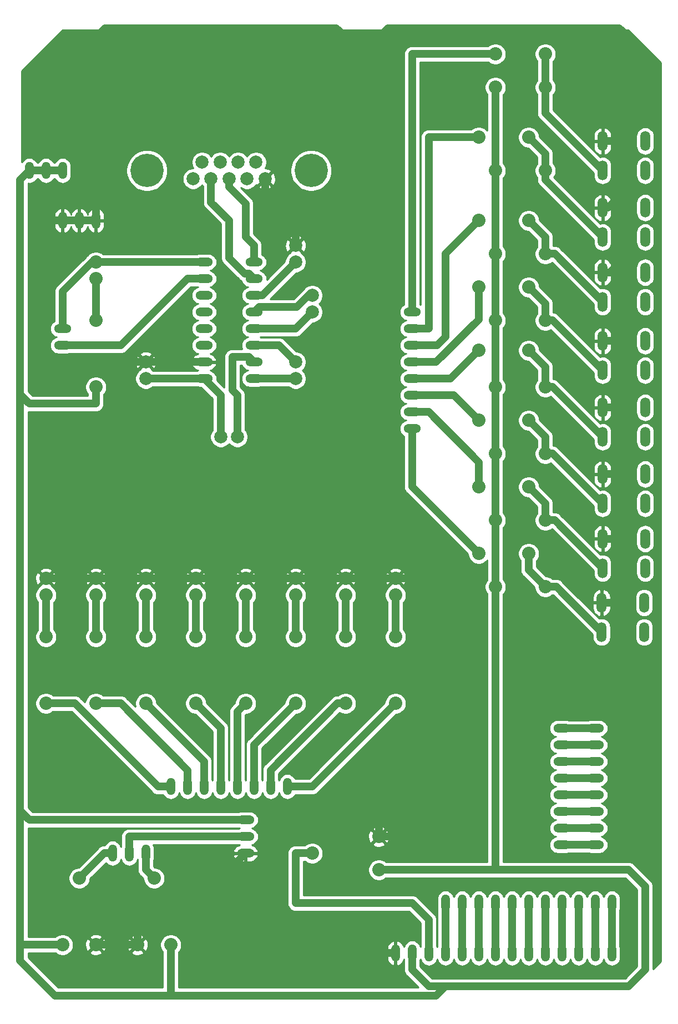
<source format=gbl>
G04 #@! TF.GenerationSoftware,KiCad,Pcbnew,(5.1.6)-1*
G04 #@! TF.CreationDate,2020-09-08T12:52:24-05:00*
G04 #@! TF.ProjectId,practica1,70726163-7469-4636-9131-2e6b69636164,rev?*
G04 #@! TF.SameCoordinates,Original*
G04 #@! TF.FileFunction,Copper,L2,Bot*
G04 #@! TF.FilePolarity,Positive*
%FSLAX46Y46*%
G04 Gerber Fmt 4.6, Leading zero omitted, Abs format (unit mm)*
G04 Created by KiCad (PCBNEW (5.1.6)-1) date 2020-09-08 12:52:24*
%MOMM*%
%LPD*%
G01*
G04 APERTURE LIST*
G04 #@! TA.AperFunction,ComponentPad*
%ADD10C,1.998980*%
G04 #@! TD*
G04 #@! TA.AperFunction,ComponentPad*
%ADD11C,2.032000*%
G04 #@! TD*
G04 #@! TA.AperFunction,ComponentPad*
%ADD12O,1.320800X2.641600*%
G04 #@! TD*
G04 #@! TA.AperFunction,ComponentPad*
%ADD13O,2.641600X1.320800*%
G04 #@! TD*
G04 #@! TA.AperFunction,ComponentPad*
%ADD14O,1.506220X3.014980*%
G04 #@! TD*
G04 #@! TA.AperFunction,ComponentPad*
%ADD15C,5.080000*%
G04 #@! TD*
G04 #@! TA.AperFunction,Conductor*
%ADD16C,1.200000*%
G04 #@! TD*
G04 #@! TA.AperFunction,Conductor*
%ADD17C,0.254000*%
G04 #@! TD*
G04 APERTURE END LIST*
D10*
X93980000Y-105410000D03*
X93980000Y-102870000D03*
X96520000Y-92710000D03*
X96520000Y-95250000D03*
X85090000Y-114300000D03*
X82550000Y-114300000D03*
X93980000Y-87630000D03*
X93980000Y-85090000D03*
X71120000Y-105410000D03*
X71120000Y-102870000D03*
D11*
X55880000Y-135890000D03*
X55880000Y-138430000D03*
X63500000Y-138430000D03*
X63500000Y-135890000D03*
X71120000Y-135890000D03*
X71120000Y-138430000D03*
X78740000Y-138430000D03*
X78740000Y-135890000D03*
X86360000Y-138430000D03*
X86360000Y-135890000D03*
X93980000Y-135890000D03*
X93980000Y-138430000D03*
X101600000Y-138430000D03*
X101600000Y-135890000D03*
X109220000Y-135890000D03*
X109220000Y-138430000D03*
X63500000Y-87630000D03*
X63500000Y-90170000D03*
D12*
X53340000Y-73660000D03*
X55880000Y-73660000D03*
X58420000Y-73660000D03*
X63500000Y-81280000D03*
X60960000Y-81280000D03*
X58420000Y-81280000D03*
X74930000Y-167640000D03*
X77470000Y-167640000D03*
X80010000Y-167640000D03*
X82550000Y-167640000D03*
X85090000Y-167640000D03*
X87630000Y-167640000D03*
X90170000Y-167640000D03*
X92710000Y-167640000D03*
X71120000Y-177800000D03*
X68580000Y-177800000D03*
X66040000Y-177800000D03*
D13*
X134620000Y-176530000D03*
X134620000Y-173990000D03*
X134620000Y-171450000D03*
X134620000Y-168910000D03*
X134620000Y-166370000D03*
X134620000Y-163830000D03*
X134620000Y-161290000D03*
X134620000Y-158750000D03*
X139700000Y-158750000D03*
X139700000Y-161290000D03*
X139700000Y-163830000D03*
X139700000Y-166370000D03*
X139700000Y-168910000D03*
X139700000Y-171450000D03*
X139700000Y-173990000D03*
X139700000Y-176530000D03*
D12*
X142240000Y-193040000D03*
X139700000Y-193040000D03*
X137160000Y-193040000D03*
X134620000Y-193040000D03*
X132080000Y-193040000D03*
X129540000Y-193040000D03*
X127000000Y-193040000D03*
X124460000Y-193040000D03*
X121920000Y-193040000D03*
X119380000Y-193040000D03*
X116840000Y-193040000D03*
X114300000Y-193040000D03*
X111760000Y-193040000D03*
X109220000Y-193040000D03*
X142240000Y-185420000D03*
X139700000Y-185420000D03*
X137160000Y-185420000D03*
X134620000Y-185420000D03*
X132080000Y-185420000D03*
X129540000Y-185420000D03*
X127000000Y-185420000D03*
X124460000Y-185420000D03*
X121920000Y-185420000D03*
X119380000Y-185420000D03*
X116840000Y-185420000D03*
D13*
X58420000Y-97790000D03*
X58420000Y-100330000D03*
X111760000Y-113030000D03*
X111760000Y-110490000D03*
X111760000Y-107950000D03*
X111760000Y-105410000D03*
X111760000Y-102870000D03*
X111760000Y-100330000D03*
X111760000Y-97790000D03*
X111760000Y-95250000D03*
D11*
X55880000Y-154940000D03*
X55880000Y-144780000D03*
X63500000Y-144780000D03*
X63500000Y-154940000D03*
X71120000Y-154940000D03*
X71120000Y-144780000D03*
X78740000Y-144780000D03*
X78740000Y-154940000D03*
X86360000Y-154940000D03*
X86360000Y-144780000D03*
X93980000Y-144780000D03*
X93980000Y-154940000D03*
X101600000Y-154940000D03*
X101600000Y-144780000D03*
X109220000Y-144780000D03*
X109220000Y-154940000D03*
X63500000Y-106680000D03*
X63500000Y-96520000D03*
X132080000Y-55880000D03*
X124460000Y-55880000D03*
X121920000Y-68580000D03*
X129540000Y-68580000D03*
X129540000Y-81280000D03*
X121920000Y-81280000D03*
X121920000Y-91440000D03*
X129540000Y-91440000D03*
X121920000Y-101092000D03*
X129540000Y-101092000D03*
X129540000Y-111760000D03*
X121920000Y-111760000D03*
X121920000Y-121920000D03*
X129540000Y-121920000D03*
X121920000Y-132080000D03*
X129540000Y-132080000D03*
X132080000Y-60960000D03*
X124460000Y-60960000D03*
X124460000Y-73660000D03*
X132080000Y-73660000D03*
X132080000Y-86360000D03*
X124460000Y-86360000D03*
X124460000Y-96520000D03*
X132080000Y-96520000D03*
X132080000Y-106680000D03*
X124460000Y-106680000D03*
X132080000Y-116840000D03*
X124460000Y-116840000D03*
X132080000Y-127000000D03*
X124460000Y-127000000D03*
X132080000Y-137160000D03*
X124460000Y-137160000D03*
X63500000Y-191770000D03*
X60960000Y-181610000D03*
X58420000Y-191770000D03*
X69850000Y-191770000D03*
X72390000Y-181610000D03*
X74930000Y-191770000D03*
X106680000Y-175260000D03*
X96520000Y-177800000D03*
X106680000Y-180340000D03*
D14*
X140822680Y-69164200D03*
X147320000Y-69164200D03*
X140822680Y-73660000D03*
X147320000Y-73660000D03*
X140822680Y-79324200D03*
X147320000Y-79324200D03*
X140822680Y-83820000D03*
X147320000Y-83820000D03*
X140822680Y-89192100D03*
X147320000Y-89192100D03*
X140822680Y-93687900D03*
X147320000Y-93687900D03*
X147320000Y-104140000D03*
X140822680Y-104140000D03*
X147320000Y-99644200D03*
X140822680Y-99644200D03*
X140822680Y-109804200D03*
X147320000Y-109804200D03*
X140822680Y-114300000D03*
X147320000Y-114300000D03*
X147320000Y-124460000D03*
X140822680Y-124460000D03*
X147320000Y-119964200D03*
X140822680Y-119964200D03*
X147320000Y-134327900D03*
X140822680Y-134327900D03*
X147320000Y-129832100D03*
X140822680Y-129832100D03*
X140672820Y-139578080D03*
X147170140Y-139578080D03*
X140672820Y-144073880D03*
X147170140Y-144073880D03*
D13*
X86360000Y-177800000D03*
X86360000Y-175260000D03*
X86360000Y-172720000D03*
X80010000Y-105410000D03*
X80010000Y-102870000D03*
X80010000Y-100330000D03*
X80010000Y-97790000D03*
X80010000Y-95250000D03*
X80010000Y-92710000D03*
X80010000Y-90170000D03*
X80010000Y-87630000D03*
X87630000Y-87630000D03*
X87630000Y-90170000D03*
X87630000Y-92710000D03*
X87630000Y-95250000D03*
X87630000Y-97790000D03*
X87630000Y-100330000D03*
X87630000Y-102870000D03*
X87630000Y-105410000D03*
D15*
X96342200Y-73660000D03*
X71297800Y-73660000D03*
D10*
X87934800Y-72390000D03*
X85191600Y-72390000D03*
X82448400Y-72390000D03*
X79705200Y-72390000D03*
X89306400Y-74930000D03*
X86563200Y-74930000D03*
X83820000Y-74930000D03*
X81076800Y-74930000D03*
X78333600Y-74930000D03*
D16*
X87630000Y-105410000D02*
X93980000Y-105410000D01*
X91440000Y-100330000D02*
X93980000Y-102870000D01*
X87630000Y-100330000D02*
X91440000Y-100330000D01*
X93980000Y-97790000D02*
X96520000Y-95250000D01*
X87630000Y-97790000D02*
X93980000Y-97790000D01*
X95940912Y-92710000D02*
X96520000Y-92710000D01*
X94172502Y-94478410D02*
X95940912Y-92710000D01*
X88401590Y-94478410D02*
X94172502Y-94478410D01*
X87630000Y-95250000D02*
X88401590Y-94478410D01*
X86858410Y-102098410D02*
X84318410Y-102098410D01*
X87630000Y-102870000D02*
X86858410Y-102098410D01*
X84318410Y-102098410D02*
X84318410Y-107178410D01*
X85090000Y-107950000D02*
X85090000Y-114300000D01*
X84318410Y-107178410D02*
X85090000Y-107950000D01*
X82550000Y-107950000D02*
X80010000Y-105410000D01*
X82550000Y-114300000D02*
X82550000Y-107950000D01*
X80010000Y-105410000D02*
X71120000Y-105410000D01*
X109220000Y-193040000D02*
X83820000Y-193040000D01*
X55880000Y-135890000D02*
X109220000Y-135890000D01*
X106680000Y-175260000D02*
X116840000Y-175260000D01*
X109220000Y-135890000D02*
X118110000Y-135890000D01*
X118110000Y-135890000D02*
X118110000Y-173990000D01*
X118110000Y-173990000D02*
X116840000Y-175260000D01*
X140672820Y-139578080D02*
X144658080Y-139578080D01*
X144658080Y-139578080D02*
X144780000Y-139456160D01*
X144195800Y-69164200D02*
X144780000Y-68580000D01*
X140822680Y-69164200D02*
X144195800Y-69164200D01*
X144780000Y-68580000D02*
X144780000Y-53340000D01*
X141655800Y-79324200D02*
X144780000Y-76200000D01*
X144780000Y-78740000D02*
X144780000Y-76200000D01*
X140822680Y-79324200D02*
X141655800Y-79324200D01*
X144780000Y-76200000D02*
X144780000Y-68580000D01*
X141947900Y-89192100D02*
X144780000Y-86360000D01*
X140822680Y-89192100D02*
X141947900Y-89192100D01*
X144780000Y-86360000D02*
X144780000Y-78740000D01*
X142824200Y-99644200D02*
X144780000Y-101600000D01*
X140822680Y-99644200D02*
X142824200Y-99644200D01*
X144780000Y-101600000D02*
X144780000Y-86360000D01*
X144487900Y-129832100D02*
X144780000Y-129540000D01*
X140822680Y-129832100D02*
X144487900Y-129832100D01*
X144780000Y-139456160D02*
X144780000Y-129540000D01*
X142824200Y-119964200D02*
X144780000Y-121920000D01*
X140822680Y-119964200D02*
X142824200Y-119964200D01*
X144780000Y-129540000D02*
X144780000Y-121920000D01*
X142824200Y-109804200D02*
X144780000Y-111760000D01*
X140822680Y-109804200D02*
X142824200Y-109804200D01*
X144780000Y-121920000D02*
X144780000Y-111760000D01*
X144780000Y-111760000D02*
X144780000Y-101600000D01*
X89306400Y-74930000D02*
X89306400Y-80873600D01*
X89306400Y-80873600D02*
X89712800Y-81280000D01*
X89712800Y-81280000D02*
X104140000Y-81280000D01*
X93980000Y-85090000D02*
X93980000Y-81280000D01*
X80010000Y-102870000D02*
X71120000Y-102870000D01*
X144780000Y-53340000D02*
X143373010Y-51933010D01*
X143373010Y-51933010D02*
X108086990Y-51933010D01*
X108086990Y-51933010D02*
X104140000Y-55880000D01*
X104140000Y-55880000D02*
X104140000Y-81280000D01*
X101600000Y-53340000D02*
X100193010Y-51933010D01*
X104140000Y-55880000D02*
X101600000Y-53340000D01*
X100193010Y-51933010D02*
X64906990Y-51933010D01*
X55880000Y-81280000D02*
X58420000Y-81280000D01*
X55880000Y-104140000D02*
X55880000Y-81280000D01*
X71120000Y-102870000D02*
X64166478Y-102870000D01*
X62896478Y-104140000D02*
X55880000Y-104140000D01*
X64166478Y-102870000D02*
X62896478Y-104140000D01*
X58420000Y-81280000D02*
X60960000Y-81280000D01*
X63500000Y-81280000D02*
X60960000Y-81280000D01*
X63500000Y-53340000D02*
X64906990Y-51933010D01*
X63500000Y-81280000D02*
X63500000Y-53340000D01*
X104140000Y-121920000D02*
X118110000Y-135890000D01*
X104140000Y-81280000D02*
X104140000Y-121920000D01*
X83820000Y-193040000D02*
X81280000Y-190500000D01*
X86360000Y-177800000D02*
X81280000Y-182880000D01*
X63500000Y-191770000D02*
X69850000Y-191770000D01*
X69850000Y-191770000D02*
X69850000Y-186690000D01*
X69850000Y-186690000D02*
X81280000Y-186690000D01*
X81280000Y-190500000D02*
X81280000Y-186690000D01*
X81280000Y-186690000D02*
X81280000Y-182880000D01*
X81280000Y-182880000D02*
X91440000Y-182880000D01*
X91440000Y-182880000D02*
X91440000Y-171450000D01*
X91440000Y-171450000D02*
X106680000Y-171450000D01*
X106680000Y-175260000D02*
X106680000Y-171450000D01*
X88900000Y-92710000D02*
X93980000Y-87630000D01*
X87630000Y-92710000D02*
X88900000Y-92710000D01*
X55880000Y-144780000D02*
X55880000Y-138430000D01*
X63500000Y-144780000D02*
X63500000Y-138430000D01*
X71120000Y-144780000D02*
X71120000Y-138430000D01*
X78740000Y-144780000D02*
X78740000Y-138430000D01*
X86360000Y-144780000D02*
X86360000Y-138430000D01*
X93980000Y-144780000D02*
X93980000Y-138430000D01*
X101600000Y-144780000D02*
X101600000Y-138430000D01*
X109220000Y-144780000D02*
X109220000Y-138430000D01*
X62896478Y-87630000D02*
X63500000Y-87630000D01*
X58420000Y-92106478D02*
X62896478Y-87630000D01*
X58420000Y-97790000D02*
X58420000Y-92106478D01*
X63500000Y-87630000D02*
X80010000Y-87630000D01*
X63500000Y-90170000D02*
X63500000Y-96520000D01*
X144780000Y-180340000D02*
X147320000Y-182880000D01*
X114300000Y-198120000D02*
X111760000Y-195580000D01*
X147320000Y-195580000D02*
X144780000Y-198120000D01*
X106680000Y-180340000D02*
X144780000Y-180340000D01*
X147320000Y-182880000D02*
X147320000Y-195580000D01*
X111760000Y-195580000D02*
X111760000Y-193040000D01*
X124460000Y-132683522D02*
X124460000Y-137160000D01*
X124460000Y-60960000D02*
X124460000Y-132683522D01*
X51933010Y-75066990D02*
X53340000Y-73660000D01*
X63500000Y-106680000D02*
X63500000Y-109220000D01*
X53340000Y-109220000D02*
X51933010Y-107813010D01*
X63500000Y-109220000D02*
X53340000Y-109220000D01*
X51933010Y-107813010D02*
X51933010Y-75066990D01*
X53340000Y-73660000D02*
X55880000Y-73660000D01*
X55880000Y-73660000D02*
X58420000Y-73660000D01*
X115433010Y-199526990D02*
X116840000Y-198120000D01*
X144780000Y-198120000D02*
X116840000Y-198120000D01*
X116840000Y-198120000D02*
X114300000Y-198120000D01*
X53340000Y-172720000D02*
X51933010Y-171313010D01*
X81280000Y-172720000D02*
X53340000Y-172720000D01*
X51933010Y-171313010D02*
X51933010Y-107813010D01*
X124460000Y-137160000D02*
X124460000Y-180340000D01*
X81280000Y-172720000D02*
X86360000Y-172720000D01*
X51933010Y-194173010D02*
X57286990Y-199526990D01*
X57286990Y-199526990D02*
X64906990Y-199526990D01*
X64633010Y-199526990D02*
X64906990Y-199526990D01*
X74930000Y-199390000D02*
X74793010Y-199526990D01*
X74930000Y-191770000D02*
X74930000Y-199390000D01*
X64906990Y-199526990D02*
X74793010Y-199526990D01*
X74793010Y-199526990D02*
X115433010Y-199526990D01*
X52070000Y-191770000D02*
X51933010Y-191633010D01*
X58420000Y-191770000D02*
X52070000Y-191770000D01*
X51933010Y-171313010D02*
X51933010Y-191633010D01*
X51933010Y-191633010D02*
X51933010Y-194173010D01*
X96520000Y-167640000D02*
X109220000Y-154940000D01*
X92710000Y-167640000D02*
X96520000Y-167640000D01*
X100349200Y-154940000D02*
X101600000Y-154940000D01*
X90170000Y-165119200D02*
X100349200Y-154940000D01*
X90170000Y-167640000D02*
X90170000Y-165119200D01*
X87630000Y-161290000D02*
X93980000Y-154940000D01*
X87630000Y-167640000D02*
X87630000Y-161290000D01*
X85090000Y-156210000D02*
X85090000Y-167640000D01*
X86360000Y-154940000D02*
X85090000Y-156210000D01*
X82550000Y-158750000D02*
X82550000Y-167640000D01*
X78740000Y-154940000D02*
X82550000Y-158750000D01*
X80010000Y-163830000D02*
X71120000Y-154940000D01*
X80010000Y-167640000D02*
X80010000Y-163830000D01*
X77470000Y-165119200D02*
X67290800Y-154940000D01*
X67290800Y-154940000D02*
X63500000Y-154940000D01*
X77470000Y-167640000D02*
X77470000Y-165119200D01*
X60268000Y-154940000D02*
X55880000Y-154940000D01*
X72968000Y-167640000D02*
X60268000Y-154940000D01*
X74930000Y-167640000D02*
X72968000Y-167640000D01*
X72390000Y-181610000D02*
X71120000Y-180340000D01*
X71120000Y-180340000D02*
X71120000Y-177800000D01*
X76219200Y-175260000D02*
X76200000Y-175260000D01*
X68580000Y-175260000D02*
X81280000Y-175260000D01*
X68580000Y-177800000D02*
X68580000Y-175260000D01*
X81280000Y-175260000D02*
X86360000Y-175260000D01*
X60960000Y-181610000D02*
X64770000Y-177800000D01*
X64770000Y-177800000D02*
X66040000Y-177800000D01*
X139700000Y-158750000D02*
X134620000Y-158750000D01*
X134620000Y-161290000D02*
X139700000Y-161290000D01*
X134620000Y-163830000D02*
X139700000Y-163830000D01*
X134620000Y-166370000D02*
X139700000Y-166370000D01*
X139700000Y-168910000D02*
X134620000Y-168910000D01*
X134620000Y-171450000D02*
X139700000Y-171450000D01*
X139700000Y-173990000D02*
X134620000Y-173990000D01*
X139700000Y-176530000D02*
X134620000Y-176530000D01*
X142240000Y-193040000D02*
X142240000Y-185420000D01*
X139700000Y-193040000D02*
X139700000Y-185420000D01*
X137160000Y-185420000D02*
X137160000Y-193040000D01*
X134620000Y-193040000D02*
X134620000Y-185420000D01*
X132080000Y-185420000D02*
X132080000Y-193040000D01*
X129540000Y-193040000D02*
X129540000Y-185420000D01*
X127000000Y-185420000D02*
X127000000Y-193040000D01*
X124460000Y-193040000D02*
X124460000Y-185420000D01*
X121920000Y-185420000D02*
X121920000Y-193040000D01*
X119380000Y-193040000D02*
X119380000Y-185420000D01*
X116840000Y-193040000D02*
X116840000Y-185420000D01*
X114300000Y-193040000D02*
X114300000Y-187960000D01*
X114300000Y-187960000D02*
X111760000Y-185420000D01*
X111760000Y-185420000D02*
X93980000Y-185420000D01*
X93980000Y-185420000D02*
X93980000Y-177800000D01*
X93980000Y-177800000D02*
X96520000Y-177800000D01*
X58420000Y-100330000D02*
X67310000Y-100330000D01*
X77470000Y-90170000D02*
X80010000Y-90170000D01*
X67310000Y-100330000D02*
X77470000Y-90170000D01*
X121920000Y-132080000D02*
X111760000Y-121920000D01*
X111760000Y-121920000D02*
X111760000Y-113030000D01*
X114280800Y-110490000D02*
X111760000Y-110490000D01*
X121920000Y-118129200D02*
X114280800Y-110490000D01*
X121920000Y-121920000D02*
X121920000Y-118129200D01*
X118110000Y-107950000D02*
X111760000Y-107950000D01*
X121920000Y-111760000D02*
X118110000Y-107950000D01*
X117602000Y-105410000D02*
X111760000Y-105410000D01*
X121920000Y-101092000D02*
X117602000Y-105410000D01*
X121920000Y-96395490D02*
X121920000Y-91440000D01*
X115445490Y-102870000D02*
X121920000Y-96395490D01*
X111760000Y-102870000D02*
X115445490Y-102870000D01*
X121920000Y-81280000D02*
X116840000Y-86360000D01*
X116840000Y-86360000D02*
X116840000Y-99060000D01*
X115570000Y-100330000D02*
X111760000Y-100330000D01*
X116840000Y-99060000D02*
X115570000Y-100330000D01*
X114280800Y-97790000D02*
X114300000Y-97770800D01*
X111760000Y-97790000D02*
X114280800Y-97790000D01*
X114300000Y-97770800D02*
X114300000Y-68580000D01*
X114300000Y-68580000D02*
X121920000Y-68580000D01*
X111760000Y-55880000D02*
X124460000Y-55880000D01*
X111760000Y-95250000D02*
X111760000Y-55880000D01*
X132080000Y-60960000D02*
X132080000Y-55880000D01*
X132080000Y-64917320D02*
X132080000Y-60960000D01*
X140822680Y-73660000D02*
X132080000Y-64917320D01*
X132080000Y-71120000D02*
X129540000Y-68580000D01*
X132080000Y-73660000D02*
X132080000Y-71120000D01*
X132080000Y-75077320D02*
X140822680Y-83820000D01*
X132080000Y-73660000D02*
X132080000Y-75077320D01*
X132080000Y-83820000D02*
X129540000Y-81280000D01*
X132080000Y-86360000D02*
X132080000Y-83820000D01*
X133494780Y-86360000D02*
X140822680Y-93687900D01*
X132080000Y-86360000D02*
X133494780Y-86360000D01*
X132080000Y-93980000D02*
X129540000Y-91440000D01*
X132080000Y-96520000D02*
X132080000Y-93980000D01*
X133202680Y-96520000D02*
X140822680Y-104140000D01*
X132080000Y-96520000D02*
X133202680Y-96520000D01*
X132080000Y-103632000D02*
X129540000Y-101092000D01*
X132080000Y-106680000D02*
X132080000Y-103632000D01*
X133202680Y-106680000D02*
X140822680Y-114300000D01*
X132080000Y-106680000D02*
X133202680Y-106680000D01*
X132080000Y-114300000D02*
X129540000Y-111760000D01*
X132080000Y-116840000D02*
X132080000Y-114300000D01*
X133202680Y-116840000D02*
X140822680Y-124460000D01*
X132080000Y-116840000D02*
X133202680Y-116840000D01*
X132080000Y-124460000D02*
X129540000Y-121920000D01*
X132080000Y-127000000D02*
X132080000Y-124460000D01*
X133494780Y-127000000D02*
X140822680Y-134327900D01*
X132080000Y-127000000D02*
X133494780Y-127000000D01*
X129540000Y-134620000D02*
X132080000Y-137160000D01*
X129540000Y-132080000D02*
X129540000Y-134620000D01*
X133758940Y-137160000D02*
X140672820Y-144073880D01*
X132080000Y-137160000D02*
X133758940Y-137160000D01*
X83820000Y-74930000D02*
X83820000Y-76200000D01*
X83820000Y-76200000D02*
X86360000Y-78740000D01*
X86360000Y-78740000D02*
X86360000Y-83820000D01*
X87630000Y-85090000D02*
X87630000Y-87630000D01*
X86360000Y-83820000D02*
X87630000Y-85090000D01*
X81076800Y-78536800D02*
X81076800Y-74930000D01*
X86858410Y-89398410D02*
X86237101Y-89398410D01*
X87630000Y-90170000D02*
X86858410Y-89398410D01*
X83820000Y-86981309D02*
X83820000Y-81280000D01*
X86237101Y-89398410D02*
X83820000Y-86981309D01*
X83820000Y-81280000D02*
X81076800Y-78536800D01*
D17*
G36*
X149733000Y-57202606D02*
G01*
X149733000Y-194257394D01*
X148555000Y-195435394D01*
X148555000Y-182940654D01*
X148560974Y-182879999D01*
X148555000Y-182819344D01*
X148555000Y-182819335D01*
X148537130Y-182637898D01*
X148466511Y-182405099D01*
X148351833Y-182190551D01*
X148197502Y-182002498D01*
X148150381Y-181963827D01*
X145696178Y-179509625D01*
X145657502Y-179462498D01*
X145469449Y-179308167D01*
X145254901Y-179193489D01*
X145022102Y-179122870D01*
X144840665Y-179105000D01*
X144780000Y-179099025D01*
X144719335Y-179105000D01*
X125695000Y-179105000D01*
X125695000Y-158750000D01*
X132657933Y-158750000D01*
X132682944Y-159003943D01*
X132757017Y-159248126D01*
X132877303Y-159473167D01*
X133039182Y-159670418D01*
X133236433Y-159832297D01*
X133461474Y-159952583D01*
X133683715Y-160020000D01*
X133461474Y-160087417D01*
X133236433Y-160207703D01*
X133039182Y-160369582D01*
X132877303Y-160566833D01*
X132757017Y-160791874D01*
X132682944Y-161036057D01*
X132657933Y-161290000D01*
X132682944Y-161543943D01*
X132757017Y-161788126D01*
X132877303Y-162013167D01*
X133039182Y-162210418D01*
X133236433Y-162372297D01*
X133461474Y-162492583D01*
X133683715Y-162560000D01*
X133461474Y-162627417D01*
X133236433Y-162747703D01*
X133039182Y-162909582D01*
X132877303Y-163106833D01*
X132757017Y-163331874D01*
X132682944Y-163576057D01*
X132657933Y-163830000D01*
X132682944Y-164083943D01*
X132757017Y-164328126D01*
X132877303Y-164553167D01*
X133039182Y-164750418D01*
X133236433Y-164912297D01*
X133461474Y-165032583D01*
X133683715Y-165100000D01*
X133461474Y-165167417D01*
X133236433Y-165287703D01*
X133039182Y-165449582D01*
X132877303Y-165646833D01*
X132757017Y-165871874D01*
X132682944Y-166116057D01*
X132657933Y-166370000D01*
X132682944Y-166623943D01*
X132757017Y-166868126D01*
X132877303Y-167093167D01*
X133039182Y-167290418D01*
X133236433Y-167452297D01*
X133461474Y-167572583D01*
X133683715Y-167640000D01*
X133461474Y-167707417D01*
X133236433Y-167827703D01*
X133039182Y-167989582D01*
X132877303Y-168186833D01*
X132757017Y-168411874D01*
X132682944Y-168656057D01*
X132657933Y-168910000D01*
X132682944Y-169163943D01*
X132757017Y-169408126D01*
X132877303Y-169633167D01*
X133039182Y-169830418D01*
X133236433Y-169992297D01*
X133461474Y-170112583D01*
X133683715Y-170180000D01*
X133461474Y-170247417D01*
X133236433Y-170367703D01*
X133039182Y-170529582D01*
X132877303Y-170726833D01*
X132757017Y-170951874D01*
X132682944Y-171196057D01*
X132657933Y-171450000D01*
X132682944Y-171703943D01*
X132757017Y-171948126D01*
X132877303Y-172173167D01*
X133039182Y-172370418D01*
X133236433Y-172532297D01*
X133461474Y-172652583D01*
X133683715Y-172720000D01*
X133461474Y-172787417D01*
X133236433Y-172907703D01*
X133039182Y-173069582D01*
X132877303Y-173266833D01*
X132757017Y-173491874D01*
X132682944Y-173736057D01*
X132657933Y-173990000D01*
X132682944Y-174243943D01*
X132757017Y-174488126D01*
X132877303Y-174713167D01*
X133039182Y-174910418D01*
X133236433Y-175072297D01*
X133461474Y-175192583D01*
X133683715Y-175260000D01*
X133461474Y-175327417D01*
X133236433Y-175447703D01*
X133039182Y-175609582D01*
X132877303Y-175806833D01*
X132757017Y-176031874D01*
X132682944Y-176276057D01*
X132657933Y-176530000D01*
X132682944Y-176783943D01*
X132757017Y-177028126D01*
X132877303Y-177253167D01*
X133039182Y-177450418D01*
X133236433Y-177612297D01*
X133461474Y-177732583D01*
X133705657Y-177806656D01*
X133895970Y-177825400D01*
X135344030Y-177825400D01*
X135534343Y-177806656D01*
X135671663Y-177765000D01*
X138648337Y-177765000D01*
X138785657Y-177806656D01*
X138975970Y-177825400D01*
X140424030Y-177825400D01*
X140614343Y-177806656D01*
X140858526Y-177732583D01*
X141083567Y-177612297D01*
X141280818Y-177450418D01*
X141442697Y-177253167D01*
X141562983Y-177028126D01*
X141637056Y-176783943D01*
X141662067Y-176530000D01*
X141637056Y-176276057D01*
X141562983Y-176031874D01*
X141442697Y-175806833D01*
X141280818Y-175609582D01*
X141083567Y-175447703D01*
X140858526Y-175327417D01*
X140636285Y-175260000D01*
X140858526Y-175192583D01*
X141083567Y-175072297D01*
X141280818Y-174910418D01*
X141442697Y-174713167D01*
X141562983Y-174488126D01*
X141637056Y-174243943D01*
X141662067Y-173990000D01*
X141637056Y-173736057D01*
X141562983Y-173491874D01*
X141442697Y-173266833D01*
X141280818Y-173069582D01*
X141083567Y-172907703D01*
X140858526Y-172787417D01*
X140636285Y-172720000D01*
X140858526Y-172652583D01*
X141083567Y-172532297D01*
X141280818Y-172370418D01*
X141442697Y-172173167D01*
X141562983Y-171948126D01*
X141637056Y-171703943D01*
X141662067Y-171450000D01*
X141637056Y-171196057D01*
X141562983Y-170951874D01*
X141442697Y-170726833D01*
X141280818Y-170529582D01*
X141083567Y-170367703D01*
X140858526Y-170247417D01*
X140636285Y-170180000D01*
X140858526Y-170112583D01*
X141083567Y-169992297D01*
X141280818Y-169830418D01*
X141442697Y-169633167D01*
X141562983Y-169408126D01*
X141637056Y-169163943D01*
X141662067Y-168910000D01*
X141637056Y-168656057D01*
X141562983Y-168411874D01*
X141442697Y-168186833D01*
X141280818Y-167989582D01*
X141083567Y-167827703D01*
X140858526Y-167707417D01*
X140636285Y-167640000D01*
X140858526Y-167572583D01*
X141083567Y-167452297D01*
X141280818Y-167290418D01*
X141442697Y-167093167D01*
X141562983Y-166868126D01*
X141637056Y-166623943D01*
X141662067Y-166370000D01*
X141637056Y-166116057D01*
X141562983Y-165871874D01*
X141442697Y-165646833D01*
X141280818Y-165449582D01*
X141083567Y-165287703D01*
X140858526Y-165167417D01*
X140636285Y-165100000D01*
X140858526Y-165032583D01*
X141083567Y-164912297D01*
X141280818Y-164750418D01*
X141442697Y-164553167D01*
X141562983Y-164328126D01*
X141637056Y-164083943D01*
X141662067Y-163830000D01*
X141637056Y-163576057D01*
X141562983Y-163331874D01*
X141442697Y-163106833D01*
X141280818Y-162909582D01*
X141083567Y-162747703D01*
X140858526Y-162627417D01*
X140636285Y-162560000D01*
X140858526Y-162492583D01*
X141083567Y-162372297D01*
X141280818Y-162210418D01*
X141442697Y-162013167D01*
X141562983Y-161788126D01*
X141637056Y-161543943D01*
X141662067Y-161290000D01*
X141637056Y-161036057D01*
X141562983Y-160791874D01*
X141442697Y-160566833D01*
X141280818Y-160369582D01*
X141083567Y-160207703D01*
X140858526Y-160087417D01*
X140636285Y-160020000D01*
X140858526Y-159952583D01*
X141083567Y-159832297D01*
X141280818Y-159670418D01*
X141442697Y-159473167D01*
X141562983Y-159248126D01*
X141637056Y-159003943D01*
X141662067Y-158750000D01*
X141637056Y-158496057D01*
X141562983Y-158251874D01*
X141442697Y-158026833D01*
X141280818Y-157829582D01*
X141083567Y-157667703D01*
X140858526Y-157547417D01*
X140614343Y-157473344D01*
X140424030Y-157454600D01*
X138975970Y-157454600D01*
X138785657Y-157473344D01*
X138648337Y-157515000D01*
X135671663Y-157515000D01*
X135534343Y-157473344D01*
X135344030Y-157454600D01*
X133895970Y-157454600D01*
X133705657Y-157473344D01*
X133461474Y-157547417D01*
X133236433Y-157667703D01*
X133039182Y-157829582D01*
X132877303Y-158026833D01*
X132757017Y-158251874D01*
X132682944Y-158496057D01*
X132657933Y-158750000D01*
X125695000Y-158750000D01*
X125695000Y-138259866D01*
X125742415Y-138212451D01*
X125923097Y-137942042D01*
X126047553Y-137641579D01*
X126111000Y-137322609D01*
X126111000Y-136997391D01*
X126047553Y-136678421D01*
X125923097Y-136377958D01*
X125742415Y-136107549D01*
X125695000Y-136060134D01*
X125695000Y-131917391D01*
X127889000Y-131917391D01*
X127889000Y-132242609D01*
X127952447Y-132561579D01*
X128076903Y-132862042D01*
X128257585Y-133132451D01*
X128305000Y-133179866D01*
X128305001Y-134559325D01*
X128299025Y-134620000D01*
X128322870Y-134862102D01*
X128393489Y-135094899D01*
X128393490Y-135094901D01*
X128508168Y-135309449D01*
X128662499Y-135497502D01*
X128709621Y-135536174D01*
X130429000Y-137255554D01*
X130429000Y-137322609D01*
X130492447Y-137641579D01*
X130616903Y-137942042D01*
X130797585Y-138212451D01*
X131027549Y-138442415D01*
X131297958Y-138623097D01*
X131598421Y-138747553D01*
X131917391Y-138811000D01*
X132242609Y-138811000D01*
X132561579Y-138747553D01*
X132862042Y-138623097D01*
X133132451Y-138442415D01*
X133179866Y-138395000D01*
X133247387Y-138395000D01*
X139284710Y-144432324D01*
X139284710Y-144896449D01*
X139304795Y-145100377D01*
X139384170Y-145362037D01*
X139513066Y-145603184D01*
X139686530Y-145814551D01*
X139897897Y-145988015D01*
X140139044Y-146116911D01*
X140400704Y-146196285D01*
X140672820Y-146223086D01*
X140944937Y-146196285D01*
X141206597Y-146116911D01*
X141447744Y-145988015D01*
X141659111Y-145814551D01*
X141832575Y-145603184D01*
X141961471Y-145362037D01*
X142040845Y-145100377D01*
X142060930Y-144896449D01*
X142060930Y-143251312D01*
X145782030Y-143251312D01*
X145782030Y-144896449D01*
X145802115Y-145100377D01*
X145881490Y-145362037D01*
X146010386Y-145603184D01*
X146183850Y-145814551D01*
X146395217Y-145988015D01*
X146636364Y-146116911D01*
X146898024Y-146196285D01*
X147170140Y-146223086D01*
X147442257Y-146196285D01*
X147703917Y-146116911D01*
X147945064Y-145988015D01*
X148156431Y-145814551D01*
X148329895Y-145603184D01*
X148458791Y-145362037D01*
X148538165Y-145100377D01*
X148558250Y-144896449D01*
X148558250Y-143251311D01*
X148538165Y-143047383D01*
X148458791Y-142785723D01*
X148329895Y-142544576D01*
X148156430Y-142333209D01*
X147945063Y-142159745D01*
X147703916Y-142030849D01*
X147442256Y-141951475D01*
X147170140Y-141924674D01*
X146898023Y-141951475D01*
X146636363Y-142030849D01*
X146395216Y-142159745D01*
X146183849Y-142333210D01*
X146010385Y-142544577D01*
X145881489Y-142785724D01*
X145802115Y-143047384D01*
X145782030Y-143251312D01*
X142060930Y-143251312D01*
X142060930Y-143251311D01*
X142040845Y-143047383D01*
X141961471Y-142785723D01*
X141832575Y-142544576D01*
X141659110Y-142333209D01*
X141447743Y-142159745D01*
X141206596Y-142030849D01*
X140944936Y-141951475D01*
X140672820Y-141924674D01*
X140400703Y-141951475D01*
X140321112Y-141975619D01*
X138050573Y-139705080D01*
X139284710Y-139705080D01*
X139284710Y-140459460D01*
X139336159Y-140727827D01*
X139438975Y-140981000D01*
X139589207Y-141209250D01*
X139781082Y-141403805D01*
X140007226Y-141557189D01*
X140258948Y-141663507D01*
X140331146Y-141677863D01*
X140545820Y-141555242D01*
X140545820Y-139705080D01*
X140799820Y-139705080D01*
X140799820Y-141555242D01*
X141014494Y-141677863D01*
X141086692Y-141663507D01*
X141338414Y-141557189D01*
X141564558Y-141403805D01*
X141756433Y-141209250D01*
X141906665Y-140981000D01*
X142009481Y-140727827D01*
X142060930Y-140459460D01*
X142060930Y-139705080D01*
X140799820Y-139705080D01*
X140545820Y-139705080D01*
X139284710Y-139705080D01*
X138050573Y-139705080D01*
X137042193Y-138696700D01*
X139284710Y-138696700D01*
X139284710Y-139451080D01*
X140545820Y-139451080D01*
X140545820Y-137600918D01*
X140799820Y-137600918D01*
X140799820Y-139451080D01*
X142060930Y-139451080D01*
X142060930Y-138755512D01*
X145782030Y-138755512D01*
X145782030Y-140400649D01*
X145802115Y-140604577D01*
X145881490Y-140866237D01*
X146010386Y-141107384D01*
X146183850Y-141318751D01*
X146395217Y-141492215D01*
X146636364Y-141621111D01*
X146898024Y-141700485D01*
X147170140Y-141727286D01*
X147442257Y-141700485D01*
X147703917Y-141621111D01*
X147945064Y-141492215D01*
X148156431Y-141318751D01*
X148329895Y-141107384D01*
X148458791Y-140866237D01*
X148538165Y-140604577D01*
X148558250Y-140400649D01*
X148558250Y-138755511D01*
X148538165Y-138551583D01*
X148458791Y-138289923D01*
X148329895Y-138048776D01*
X148156430Y-137837409D01*
X147945063Y-137663945D01*
X147703916Y-137535049D01*
X147442256Y-137455675D01*
X147170140Y-137428874D01*
X146898023Y-137455675D01*
X146636363Y-137535049D01*
X146395216Y-137663945D01*
X146183849Y-137837410D01*
X146010385Y-138048777D01*
X145881489Y-138289924D01*
X145802115Y-138551584D01*
X145782030Y-138755512D01*
X142060930Y-138755512D01*
X142060930Y-138696700D01*
X142009481Y-138428333D01*
X141906665Y-138175160D01*
X141756433Y-137946910D01*
X141564558Y-137752355D01*
X141338414Y-137598971D01*
X141086692Y-137492653D01*
X141014494Y-137478297D01*
X140799820Y-137600918D01*
X140545820Y-137600918D01*
X140331146Y-137478297D01*
X140258948Y-137492653D01*
X140007226Y-137598971D01*
X139781082Y-137752355D01*
X139589207Y-137946910D01*
X139438975Y-138175160D01*
X139336159Y-138428333D01*
X139284710Y-138696700D01*
X137042193Y-138696700D01*
X134675119Y-136329626D01*
X134636442Y-136282498D01*
X134448389Y-136128167D01*
X134233841Y-136013489D01*
X134001042Y-135942870D01*
X133819605Y-135925000D01*
X133758940Y-135919025D01*
X133698275Y-135925000D01*
X133179866Y-135925000D01*
X133132451Y-135877585D01*
X132862042Y-135696903D01*
X132561579Y-135572447D01*
X132242609Y-135509000D01*
X132175554Y-135509000D01*
X130775000Y-134108447D01*
X130775000Y-133179866D01*
X130822415Y-133132451D01*
X131003097Y-132862042D01*
X131127553Y-132561579D01*
X131191000Y-132242609D01*
X131191000Y-131917391D01*
X131127553Y-131598421D01*
X131003097Y-131297958D01*
X130822415Y-131027549D01*
X130592451Y-130797585D01*
X130322042Y-130616903D01*
X130021579Y-130492447D01*
X129702609Y-130429000D01*
X129377391Y-130429000D01*
X129058421Y-130492447D01*
X128757958Y-130616903D01*
X128487549Y-130797585D01*
X128257585Y-131027549D01*
X128076903Y-131297958D01*
X127952447Y-131598421D01*
X127889000Y-131917391D01*
X125695000Y-131917391D01*
X125695000Y-128099866D01*
X125742415Y-128052451D01*
X125923097Y-127782042D01*
X126047553Y-127481579D01*
X126111000Y-127162609D01*
X126111000Y-126837391D01*
X126047553Y-126518421D01*
X125923097Y-126217958D01*
X125742415Y-125947549D01*
X125695000Y-125900134D01*
X125695000Y-121757391D01*
X127889000Y-121757391D01*
X127889000Y-122082609D01*
X127952447Y-122401579D01*
X128076903Y-122702042D01*
X128257585Y-122972451D01*
X128487549Y-123202415D01*
X128757958Y-123383097D01*
X129058421Y-123507553D01*
X129377391Y-123571000D01*
X129444447Y-123571000D01*
X130845001Y-124971555D01*
X130845000Y-125900134D01*
X130797585Y-125947549D01*
X130616903Y-126217958D01*
X130492447Y-126518421D01*
X130429000Y-126837391D01*
X130429000Y-127162609D01*
X130492447Y-127481579D01*
X130616903Y-127782042D01*
X130797585Y-128052451D01*
X131027549Y-128282415D01*
X131297958Y-128463097D01*
X131598421Y-128587553D01*
X131917391Y-128651000D01*
X132242609Y-128651000D01*
X132561579Y-128587553D01*
X132862042Y-128463097D01*
X133071421Y-128323194D01*
X139434570Y-134686343D01*
X139434570Y-135150469D01*
X139454655Y-135354397D01*
X139534030Y-135616057D01*
X139662926Y-135857204D01*
X139836390Y-136068571D01*
X140047757Y-136242035D01*
X140288904Y-136370931D01*
X140550564Y-136450305D01*
X140822680Y-136477106D01*
X141094797Y-136450305D01*
X141356457Y-136370931D01*
X141597604Y-136242035D01*
X141808971Y-136068571D01*
X141982435Y-135857204D01*
X142111331Y-135616057D01*
X142190705Y-135354397D01*
X142210790Y-135150469D01*
X142210790Y-133505332D01*
X145931890Y-133505332D01*
X145931890Y-135150469D01*
X145951975Y-135354397D01*
X146031350Y-135616057D01*
X146160246Y-135857204D01*
X146333710Y-136068571D01*
X146545077Y-136242035D01*
X146786224Y-136370931D01*
X147047884Y-136450305D01*
X147320000Y-136477106D01*
X147592117Y-136450305D01*
X147853777Y-136370931D01*
X148094924Y-136242035D01*
X148306291Y-136068571D01*
X148479755Y-135857204D01*
X148608651Y-135616057D01*
X148688025Y-135354397D01*
X148708110Y-135150469D01*
X148708110Y-133505331D01*
X148688025Y-133301403D01*
X148608651Y-133039743D01*
X148479755Y-132798596D01*
X148306290Y-132587229D01*
X148094923Y-132413765D01*
X147853776Y-132284869D01*
X147592116Y-132205495D01*
X147320000Y-132178694D01*
X147047883Y-132205495D01*
X146786223Y-132284869D01*
X146545076Y-132413765D01*
X146333709Y-132587230D01*
X146160245Y-132798597D01*
X146031349Y-133039744D01*
X145951975Y-133301404D01*
X145931890Y-133505332D01*
X142210790Y-133505332D01*
X142210790Y-133505331D01*
X142190705Y-133301403D01*
X142111331Y-133039743D01*
X141982435Y-132798596D01*
X141808970Y-132587229D01*
X141597603Y-132413765D01*
X141356456Y-132284869D01*
X141094796Y-132205495D01*
X140822680Y-132178694D01*
X140550563Y-132205495D01*
X140470972Y-132229639D01*
X138200433Y-129959100D01*
X139434570Y-129959100D01*
X139434570Y-130713480D01*
X139486019Y-130981847D01*
X139588835Y-131235020D01*
X139739067Y-131463270D01*
X139930942Y-131657825D01*
X140157086Y-131811209D01*
X140408808Y-131917527D01*
X140481006Y-131931883D01*
X140695680Y-131809262D01*
X140695680Y-129959100D01*
X140949680Y-129959100D01*
X140949680Y-131809262D01*
X141164354Y-131931883D01*
X141236552Y-131917527D01*
X141488274Y-131811209D01*
X141714418Y-131657825D01*
X141906293Y-131463270D01*
X142056525Y-131235020D01*
X142159341Y-130981847D01*
X142210790Y-130713480D01*
X142210790Y-129959100D01*
X140949680Y-129959100D01*
X140695680Y-129959100D01*
X139434570Y-129959100D01*
X138200433Y-129959100D01*
X137192053Y-128950720D01*
X139434570Y-128950720D01*
X139434570Y-129705100D01*
X140695680Y-129705100D01*
X140695680Y-127854938D01*
X140949680Y-127854938D01*
X140949680Y-129705100D01*
X142210790Y-129705100D01*
X142210790Y-129009532D01*
X145931890Y-129009532D01*
X145931890Y-130654669D01*
X145951975Y-130858597D01*
X146031350Y-131120257D01*
X146160246Y-131361404D01*
X146333710Y-131572771D01*
X146545077Y-131746235D01*
X146786224Y-131875131D01*
X147047884Y-131954505D01*
X147320000Y-131981306D01*
X147592117Y-131954505D01*
X147853777Y-131875131D01*
X148094924Y-131746235D01*
X148306291Y-131572771D01*
X148479755Y-131361404D01*
X148608651Y-131120257D01*
X148688025Y-130858597D01*
X148708110Y-130654669D01*
X148708110Y-129009531D01*
X148688025Y-128805603D01*
X148608651Y-128543943D01*
X148479755Y-128302796D01*
X148306290Y-128091429D01*
X148094923Y-127917965D01*
X147853776Y-127789069D01*
X147592116Y-127709695D01*
X147320000Y-127682894D01*
X147047883Y-127709695D01*
X146786223Y-127789069D01*
X146545076Y-127917965D01*
X146333709Y-128091430D01*
X146160245Y-128302797D01*
X146031349Y-128543944D01*
X145951975Y-128805604D01*
X145931890Y-129009532D01*
X142210790Y-129009532D01*
X142210790Y-128950720D01*
X142159341Y-128682353D01*
X142056525Y-128429180D01*
X141906293Y-128200930D01*
X141714418Y-128006375D01*
X141488274Y-127852991D01*
X141236552Y-127746673D01*
X141164354Y-127732317D01*
X140949680Y-127854938D01*
X140695680Y-127854938D01*
X140481006Y-127732317D01*
X140408808Y-127746673D01*
X140157086Y-127852991D01*
X139930942Y-128006375D01*
X139739067Y-128200930D01*
X139588835Y-128429180D01*
X139486019Y-128682353D01*
X139434570Y-128950720D01*
X137192053Y-128950720D01*
X134410959Y-126169626D01*
X134372282Y-126122498D01*
X134184229Y-125968167D01*
X133969681Y-125853489D01*
X133736882Y-125782870D01*
X133555445Y-125765000D01*
X133494780Y-125759025D01*
X133434115Y-125765000D01*
X133315000Y-125765000D01*
X133315000Y-124520654D01*
X133320974Y-124459999D01*
X133315000Y-124399344D01*
X133315000Y-124399335D01*
X133297130Y-124217898D01*
X133226511Y-123985099D01*
X133111833Y-123770551D01*
X132957502Y-123582498D01*
X132910380Y-123543826D01*
X131191000Y-121824447D01*
X131191000Y-121757391D01*
X131127553Y-121438421D01*
X131003097Y-121137958D01*
X130822415Y-120867549D01*
X130592451Y-120637585D01*
X130322042Y-120456903D01*
X130021579Y-120332447D01*
X129702609Y-120269000D01*
X129377391Y-120269000D01*
X129058421Y-120332447D01*
X128757958Y-120456903D01*
X128487549Y-120637585D01*
X128257585Y-120867549D01*
X128076903Y-121137958D01*
X127952447Y-121438421D01*
X127889000Y-121757391D01*
X125695000Y-121757391D01*
X125695000Y-117939866D01*
X125742415Y-117892451D01*
X125923097Y-117622042D01*
X126047553Y-117321579D01*
X126111000Y-117002609D01*
X126111000Y-116677391D01*
X126047553Y-116358421D01*
X125923097Y-116057958D01*
X125742415Y-115787549D01*
X125695000Y-115740134D01*
X125695000Y-111597391D01*
X127889000Y-111597391D01*
X127889000Y-111922609D01*
X127952447Y-112241579D01*
X128076903Y-112542042D01*
X128257585Y-112812451D01*
X128487549Y-113042415D01*
X128757958Y-113223097D01*
X129058421Y-113347553D01*
X129377391Y-113411000D01*
X129444447Y-113411000D01*
X130845001Y-114811555D01*
X130845000Y-115740134D01*
X130797585Y-115787549D01*
X130616903Y-116057958D01*
X130492447Y-116358421D01*
X130429000Y-116677391D01*
X130429000Y-117002609D01*
X130492447Y-117321579D01*
X130616903Y-117622042D01*
X130797585Y-117892451D01*
X131027549Y-118122415D01*
X131297958Y-118303097D01*
X131598421Y-118427553D01*
X131917391Y-118491000D01*
X132242609Y-118491000D01*
X132561579Y-118427553D01*
X132862042Y-118303097D01*
X132896320Y-118280193D01*
X139434570Y-124818444D01*
X139434570Y-125282569D01*
X139454655Y-125486497D01*
X139534030Y-125748157D01*
X139662926Y-125989304D01*
X139836390Y-126200671D01*
X140047757Y-126374135D01*
X140288904Y-126503031D01*
X140550564Y-126582405D01*
X140822680Y-126609206D01*
X141094797Y-126582405D01*
X141356457Y-126503031D01*
X141597604Y-126374135D01*
X141808971Y-126200671D01*
X141982435Y-125989304D01*
X142111331Y-125748157D01*
X142190705Y-125486497D01*
X142210790Y-125282569D01*
X142210790Y-123637432D01*
X145931890Y-123637432D01*
X145931890Y-125282569D01*
X145951975Y-125486497D01*
X146031350Y-125748157D01*
X146160246Y-125989304D01*
X146333710Y-126200671D01*
X146545077Y-126374135D01*
X146786224Y-126503031D01*
X147047884Y-126582405D01*
X147320000Y-126609206D01*
X147592117Y-126582405D01*
X147853777Y-126503031D01*
X148094924Y-126374135D01*
X148306291Y-126200671D01*
X148479755Y-125989304D01*
X148608651Y-125748157D01*
X148688025Y-125486497D01*
X148708110Y-125282569D01*
X148708110Y-123637431D01*
X148688025Y-123433503D01*
X148608651Y-123171843D01*
X148479755Y-122930696D01*
X148306290Y-122719329D01*
X148094923Y-122545865D01*
X147853776Y-122416969D01*
X147592116Y-122337595D01*
X147320000Y-122310794D01*
X147047883Y-122337595D01*
X146786223Y-122416969D01*
X146545076Y-122545865D01*
X146333709Y-122719330D01*
X146160245Y-122930697D01*
X146031349Y-123171844D01*
X145951975Y-123433504D01*
X145931890Y-123637432D01*
X142210790Y-123637432D01*
X142210790Y-123637431D01*
X142190705Y-123433503D01*
X142111331Y-123171843D01*
X141982435Y-122930696D01*
X141808970Y-122719329D01*
X141597603Y-122545865D01*
X141356456Y-122416969D01*
X141094796Y-122337595D01*
X140822680Y-122310794D01*
X140550563Y-122337595D01*
X140470972Y-122361739D01*
X138200433Y-120091200D01*
X139434570Y-120091200D01*
X139434570Y-120845580D01*
X139486019Y-121113947D01*
X139588835Y-121367120D01*
X139739067Y-121595370D01*
X139930942Y-121789925D01*
X140157086Y-121943309D01*
X140408808Y-122049627D01*
X140481006Y-122063983D01*
X140695680Y-121941362D01*
X140695680Y-120091200D01*
X140949680Y-120091200D01*
X140949680Y-121941362D01*
X141164354Y-122063983D01*
X141236552Y-122049627D01*
X141488274Y-121943309D01*
X141714418Y-121789925D01*
X141906293Y-121595370D01*
X142056525Y-121367120D01*
X142159341Y-121113947D01*
X142210790Y-120845580D01*
X142210790Y-120091200D01*
X140949680Y-120091200D01*
X140695680Y-120091200D01*
X139434570Y-120091200D01*
X138200433Y-120091200D01*
X137192053Y-119082820D01*
X139434570Y-119082820D01*
X139434570Y-119837200D01*
X140695680Y-119837200D01*
X140695680Y-117987038D01*
X140949680Y-117987038D01*
X140949680Y-119837200D01*
X142210790Y-119837200D01*
X142210790Y-119141632D01*
X145931890Y-119141632D01*
X145931890Y-120786769D01*
X145951975Y-120990697D01*
X146031350Y-121252357D01*
X146160246Y-121493504D01*
X146333710Y-121704871D01*
X146545077Y-121878335D01*
X146786224Y-122007231D01*
X147047884Y-122086605D01*
X147320000Y-122113406D01*
X147592117Y-122086605D01*
X147853777Y-122007231D01*
X148094924Y-121878335D01*
X148306291Y-121704871D01*
X148479755Y-121493504D01*
X148608651Y-121252357D01*
X148688025Y-120990697D01*
X148708110Y-120786769D01*
X148708110Y-119141631D01*
X148688025Y-118937703D01*
X148608651Y-118676043D01*
X148479755Y-118434896D01*
X148306290Y-118223529D01*
X148094923Y-118050065D01*
X147853776Y-117921169D01*
X147592116Y-117841795D01*
X147320000Y-117814994D01*
X147047883Y-117841795D01*
X146786223Y-117921169D01*
X146545076Y-118050065D01*
X146333709Y-118223530D01*
X146160245Y-118434897D01*
X146031349Y-118676044D01*
X145951975Y-118937704D01*
X145931890Y-119141632D01*
X142210790Y-119141632D01*
X142210790Y-119082820D01*
X142159341Y-118814453D01*
X142056525Y-118561280D01*
X141906293Y-118333030D01*
X141714418Y-118138475D01*
X141488274Y-117985091D01*
X141236552Y-117878773D01*
X141164354Y-117864417D01*
X140949680Y-117987038D01*
X140695680Y-117987038D01*
X140481006Y-117864417D01*
X140408808Y-117878773D01*
X140157086Y-117985091D01*
X139930942Y-118138475D01*
X139739067Y-118333030D01*
X139588835Y-118561280D01*
X139486019Y-118814453D01*
X139434570Y-119082820D01*
X137192053Y-119082820D01*
X134118859Y-116009626D01*
X134080182Y-115962498D01*
X133892129Y-115808167D01*
X133677581Y-115693489D01*
X133444782Y-115622870D01*
X133315000Y-115610088D01*
X133315000Y-114360654D01*
X133320974Y-114299999D01*
X133315000Y-114239344D01*
X133315000Y-114239335D01*
X133297130Y-114057898D01*
X133226511Y-113825099D01*
X133111833Y-113610551D01*
X132957502Y-113422498D01*
X132910380Y-113383826D01*
X131191000Y-111664447D01*
X131191000Y-111597391D01*
X131127553Y-111278421D01*
X131003097Y-110977958D01*
X130822415Y-110707549D01*
X130592451Y-110477585D01*
X130322042Y-110296903D01*
X130021579Y-110172447D01*
X129702609Y-110109000D01*
X129377391Y-110109000D01*
X129058421Y-110172447D01*
X128757958Y-110296903D01*
X128487549Y-110477585D01*
X128257585Y-110707549D01*
X128076903Y-110977958D01*
X127952447Y-111278421D01*
X127889000Y-111597391D01*
X125695000Y-111597391D01*
X125695000Y-107779866D01*
X125742415Y-107732451D01*
X125923097Y-107462042D01*
X126047553Y-107161579D01*
X126111000Y-106842609D01*
X126111000Y-106517391D01*
X126047553Y-106198421D01*
X125923097Y-105897958D01*
X125742415Y-105627549D01*
X125695000Y-105580134D01*
X125695000Y-100929391D01*
X127889000Y-100929391D01*
X127889000Y-101254609D01*
X127952447Y-101573579D01*
X128076903Y-101874042D01*
X128257585Y-102144451D01*
X128487549Y-102374415D01*
X128757958Y-102555097D01*
X129058421Y-102679553D01*
X129377391Y-102743000D01*
X129444447Y-102743000D01*
X130845001Y-104143555D01*
X130845000Y-105580134D01*
X130797585Y-105627549D01*
X130616903Y-105897958D01*
X130492447Y-106198421D01*
X130429000Y-106517391D01*
X130429000Y-106842609D01*
X130492447Y-107161579D01*
X130616903Y-107462042D01*
X130797585Y-107732451D01*
X131027549Y-107962415D01*
X131297958Y-108143097D01*
X131598421Y-108267553D01*
X131917391Y-108331000D01*
X132242609Y-108331000D01*
X132561579Y-108267553D01*
X132862042Y-108143097D01*
X132896320Y-108120193D01*
X139434570Y-114658444D01*
X139434570Y-115122569D01*
X139454655Y-115326497D01*
X139534030Y-115588157D01*
X139662926Y-115829304D01*
X139836390Y-116040671D01*
X140047757Y-116214135D01*
X140288904Y-116343031D01*
X140550564Y-116422405D01*
X140822680Y-116449206D01*
X141094797Y-116422405D01*
X141356457Y-116343031D01*
X141597604Y-116214135D01*
X141808971Y-116040671D01*
X141982435Y-115829304D01*
X142111331Y-115588157D01*
X142190705Y-115326497D01*
X142210790Y-115122569D01*
X142210790Y-113477432D01*
X145931890Y-113477432D01*
X145931890Y-115122569D01*
X145951975Y-115326497D01*
X146031350Y-115588157D01*
X146160246Y-115829304D01*
X146333710Y-116040671D01*
X146545077Y-116214135D01*
X146786224Y-116343031D01*
X147047884Y-116422405D01*
X147320000Y-116449206D01*
X147592117Y-116422405D01*
X147853777Y-116343031D01*
X148094924Y-116214135D01*
X148306291Y-116040671D01*
X148479755Y-115829304D01*
X148608651Y-115588157D01*
X148688025Y-115326497D01*
X148708110Y-115122569D01*
X148708110Y-113477431D01*
X148688025Y-113273503D01*
X148608651Y-113011843D01*
X148479755Y-112770696D01*
X148306290Y-112559329D01*
X148094923Y-112385865D01*
X147853776Y-112256969D01*
X147592116Y-112177595D01*
X147320000Y-112150794D01*
X147047883Y-112177595D01*
X146786223Y-112256969D01*
X146545076Y-112385865D01*
X146333709Y-112559330D01*
X146160245Y-112770697D01*
X146031349Y-113011844D01*
X145951975Y-113273504D01*
X145931890Y-113477432D01*
X142210790Y-113477432D01*
X142210790Y-113477431D01*
X142190705Y-113273503D01*
X142111331Y-113011843D01*
X141982435Y-112770696D01*
X141808970Y-112559329D01*
X141597603Y-112385865D01*
X141356456Y-112256969D01*
X141094796Y-112177595D01*
X140822680Y-112150794D01*
X140550563Y-112177595D01*
X140470972Y-112201739D01*
X138200433Y-109931200D01*
X139434570Y-109931200D01*
X139434570Y-110685580D01*
X139486019Y-110953947D01*
X139588835Y-111207120D01*
X139739067Y-111435370D01*
X139930942Y-111629925D01*
X140157086Y-111783309D01*
X140408808Y-111889627D01*
X140481006Y-111903983D01*
X140695680Y-111781362D01*
X140695680Y-109931200D01*
X140949680Y-109931200D01*
X140949680Y-111781362D01*
X141164354Y-111903983D01*
X141236552Y-111889627D01*
X141488274Y-111783309D01*
X141714418Y-111629925D01*
X141906293Y-111435370D01*
X142056525Y-111207120D01*
X142159341Y-110953947D01*
X142210790Y-110685580D01*
X142210790Y-109931200D01*
X140949680Y-109931200D01*
X140695680Y-109931200D01*
X139434570Y-109931200D01*
X138200433Y-109931200D01*
X137192053Y-108922820D01*
X139434570Y-108922820D01*
X139434570Y-109677200D01*
X140695680Y-109677200D01*
X140695680Y-107827038D01*
X140949680Y-107827038D01*
X140949680Y-109677200D01*
X142210790Y-109677200D01*
X142210790Y-108981632D01*
X145931890Y-108981632D01*
X145931890Y-110626769D01*
X145951975Y-110830697D01*
X146031350Y-111092357D01*
X146160246Y-111333504D01*
X146333710Y-111544871D01*
X146545077Y-111718335D01*
X146786224Y-111847231D01*
X147047884Y-111926605D01*
X147320000Y-111953406D01*
X147592117Y-111926605D01*
X147853777Y-111847231D01*
X148094924Y-111718335D01*
X148306291Y-111544871D01*
X148479755Y-111333504D01*
X148608651Y-111092357D01*
X148688025Y-110830697D01*
X148708110Y-110626769D01*
X148708110Y-108981631D01*
X148688025Y-108777703D01*
X148608651Y-108516043D01*
X148479755Y-108274896D01*
X148306290Y-108063529D01*
X148094923Y-107890065D01*
X147853776Y-107761169D01*
X147592116Y-107681795D01*
X147320000Y-107654994D01*
X147047883Y-107681795D01*
X146786223Y-107761169D01*
X146545076Y-107890065D01*
X146333709Y-108063530D01*
X146160245Y-108274897D01*
X146031349Y-108516044D01*
X145951975Y-108777704D01*
X145931890Y-108981632D01*
X142210790Y-108981632D01*
X142210790Y-108922820D01*
X142159341Y-108654453D01*
X142056525Y-108401280D01*
X141906293Y-108173030D01*
X141714418Y-107978475D01*
X141488274Y-107825091D01*
X141236552Y-107718773D01*
X141164354Y-107704417D01*
X140949680Y-107827038D01*
X140695680Y-107827038D01*
X140481006Y-107704417D01*
X140408808Y-107718773D01*
X140157086Y-107825091D01*
X139930942Y-107978475D01*
X139739067Y-108173030D01*
X139588835Y-108401280D01*
X139486019Y-108654453D01*
X139434570Y-108922820D01*
X137192053Y-108922820D01*
X134118859Y-105849626D01*
X134080182Y-105802498D01*
X133892129Y-105648167D01*
X133677581Y-105533489D01*
X133444782Y-105462870D01*
X133315000Y-105450088D01*
X133315000Y-103692654D01*
X133320974Y-103631999D01*
X133315000Y-103571344D01*
X133315000Y-103571335D01*
X133297130Y-103389898D01*
X133226511Y-103157099D01*
X133111833Y-102942551D01*
X132957502Y-102754498D01*
X132910380Y-102715826D01*
X131191000Y-100996447D01*
X131191000Y-100929391D01*
X131127553Y-100610421D01*
X131003097Y-100309958D01*
X130822415Y-100039549D01*
X130592451Y-99809585D01*
X130322042Y-99628903D01*
X130021579Y-99504447D01*
X129702609Y-99441000D01*
X129377391Y-99441000D01*
X129058421Y-99504447D01*
X128757958Y-99628903D01*
X128487549Y-99809585D01*
X128257585Y-100039549D01*
X128076903Y-100309958D01*
X127952447Y-100610421D01*
X127889000Y-100929391D01*
X125695000Y-100929391D01*
X125695000Y-97619866D01*
X125742415Y-97572451D01*
X125923097Y-97302042D01*
X126047553Y-97001579D01*
X126111000Y-96682609D01*
X126111000Y-96357391D01*
X126047553Y-96038421D01*
X125923097Y-95737958D01*
X125742415Y-95467549D01*
X125695000Y-95420134D01*
X125695000Y-91277391D01*
X127889000Y-91277391D01*
X127889000Y-91602609D01*
X127952447Y-91921579D01*
X128076903Y-92222042D01*
X128257585Y-92492451D01*
X128487549Y-92722415D01*
X128757958Y-92903097D01*
X129058421Y-93027553D01*
X129377391Y-93091000D01*
X129444447Y-93091000D01*
X130845001Y-94491555D01*
X130845000Y-95420134D01*
X130797585Y-95467549D01*
X130616903Y-95737958D01*
X130492447Y-96038421D01*
X130429000Y-96357391D01*
X130429000Y-96682609D01*
X130492447Y-97001579D01*
X130616903Y-97302042D01*
X130797585Y-97572451D01*
X131027549Y-97802415D01*
X131297958Y-97983097D01*
X131598421Y-98107553D01*
X131917391Y-98171000D01*
X132242609Y-98171000D01*
X132561579Y-98107553D01*
X132862042Y-97983097D01*
X132896320Y-97960193D01*
X139434570Y-104498444D01*
X139434570Y-104962569D01*
X139454655Y-105166497D01*
X139534030Y-105428157D01*
X139662926Y-105669304D01*
X139836390Y-105880671D01*
X140047757Y-106054135D01*
X140288904Y-106183031D01*
X140550564Y-106262405D01*
X140822680Y-106289206D01*
X141094797Y-106262405D01*
X141356457Y-106183031D01*
X141597604Y-106054135D01*
X141808971Y-105880671D01*
X141982435Y-105669304D01*
X142111331Y-105428157D01*
X142190705Y-105166497D01*
X142210790Y-104962569D01*
X142210790Y-103317432D01*
X145931890Y-103317432D01*
X145931890Y-104962569D01*
X145951975Y-105166497D01*
X146031350Y-105428157D01*
X146160246Y-105669304D01*
X146333710Y-105880671D01*
X146545077Y-106054135D01*
X146786224Y-106183031D01*
X147047884Y-106262405D01*
X147320000Y-106289206D01*
X147592117Y-106262405D01*
X147853777Y-106183031D01*
X148094924Y-106054135D01*
X148306291Y-105880671D01*
X148479755Y-105669304D01*
X148608651Y-105428157D01*
X148688025Y-105166497D01*
X148708110Y-104962569D01*
X148708110Y-103317431D01*
X148688025Y-103113503D01*
X148608651Y-102851843D01*
X148479755Y-102610696D01*
X148306290Y-102399329D01*
X148094923Y-102225865D01*
X147853776Y-102096969D01*
X147592116Y-102017595D01*
X147320000Y-101990794D01*
X147047883Y-102017595D01*
X146786223Y-102096969D01*
X146545076Y-102225865D01*
X146333709Y-102399330D01*
X146160245Y-102610697D01*
X146031349Y-102851844D01*
X145951975Y-103113504D01*
X145931890Y-103317432D01*
X142210790Y-103317432D01*
X142210790Y-103317431D01*
X142190705Y-103113503D01*
X142111331Y-102851843D01*
X141982435Y-102610696D01*
X141808970Y-102399329D01*
X141597603Y-102225865D01*
X141356456Y-102096969D01*
X141094796Y-102017595D01*
X140822680Y-101990794D01*
X140550563Y-102017595D01*
X140470972Y-102041739D01*
X138200433Y-99771200D01*
X139434570Y-99771200D01*
X139434570Y-100525580D01*
X139486019Y-100793947D01*
X139588835Y-101047120D01*
X139739067Y-101275370D01*
X139930942Y-101469925D01*
X140157086Y-101623309D01*
X140408808Y-101729627D01*
X140481006Y-101743983D01*
X140695680Y-101621362D01*
X140695680Y-99771200D01*
X140949680Y-99771200D01*
X140949680Y-101621362D01*
X141164354Y-101743983D01*
X141236552Y-101729627D01*
X141488274Y-101623309D01*
X141714418Y-101469925D01*
X141906293Y-101275370D01*
X142056525Y-101047120D01*
X142159341Y-100793947D01*
X142210790Y-100525580D01*
X142210790Y-99771200D01*
X140949680Y-99771200D01*
X140695680Y-99771200D01*
X139434570Y-99771200D01*
X138200433Y-99771200D01*
X137192053Y-98762820D01*
X139434570Y-98762820D01*
X139434570Y-99517200D01*
X140695680Y-99517200D01*
X140695680Y-97667038D01*
X140949680Y-97667038D01*
X140949680Y-99517200D01*
X142210790Y-99517200D01*
X142210790Y-98821632D01*
X145931890Y-98821632D01*
X145931890Y-100466769D01*
X145951975Y-100670697D01*
X146031350Y-100932357D01*
X146160246Y-101173504D01*
X146333710Y-101384871D01*
X146545077Y-101558335D01*
X146786224Y-101687231D01*
X147047884Y-101766605D01*
X147320000Y-101793406D01*
X147592117Y-101766605D01*
X147853777Y-101687231D01*
X148094924Y-101558335D01*
X148306291Y-101384871D01*
X148479755Y-101173504D01*
X148608651Y-100932357D01*
X148688025Y-100670697D01*
X148708110Y-100466769D01*
X148708110Y-98821631D01*
X148688025Y-98617703D01*
X148608651Y-98356043D01*
X148479755Y-98114896D01*
X148306290Y-97903529D01*
X148094923Y-97730065D01*
X147853776Y-97601169D01*
X147592116Y-97521795D01*
X147320000Y-97494994D01*
X147047883Y-97521795D01*
X146786223Y-97601169D01*
X146545076Y-97730065D01*
X146333709Y-97903530D01*
X146160245Y-98114897D01*
X146031349Y-98356044D01*
X145951975Y-98617704D01*
X145931890Y-98821632D01*
X142210790Y-98821632D01*
X142210790Y-98762820D01*
X142159341Y-98494453D01*
X142056525Y-98241280D01*
X141906293Y-98013030D01*
X141714418Y-97818475D01*
X141488274Y-97665091D01*
X141236552Y-97558773D01*
X141164354Y-97544417D01*
X140949680Y-97667038D01*
X140695680Y-97667038D01*
X140481006Y-97544417D01*
X140408808Y-97558773D01*
X140157086Y-97665091D01*
X139930942Y-97818475D01*
X139739067Y-98013030D01*
X139588835Y-98241280D01*
X139486019Y-98494453D01*
X139434570Y-98762820D01*
X137192053Y-98762820D01*
X134118859Y-95689626D01*
X134080182Y-95642498D01*
X133892129Y-95488167D01*
X133677581Y-95373489D01*
X133444782Y-95302870D01*
X133315000Y-95290088D01*
X133315000Y-94040654D01*
X133320974Y-93979999D01*
X133315000Y-93919344D01*
X133315000Y-93919335D01*
X133297130Y-93737898D01*
X133226511Y-93505099D01*
X133111833Y-93290551D01*
X132957502Y-93102498D01*
X132910380Y-93063826D01*
X131191000Y-91344447D01*
X131191000Y-91277391D01*
X131127553Y-90958421D01*
X131003097Y-90657958D01*
X130822415Y-90387549D01*
X130592451Y-90157585D01*
X130322042Y-89976903D01*
X130021579Y-89852447D01*
X129702609Y-89789000D01*
X129377391Y-89789000D01*
X129058421Y-89852447D01*
X128757958Y-89976903D01*
X128487549Y-90157585D01*
X128257585Y-90387549D01*
X128076903Y-90657958D01*
X127952447Y-90958421D01*
X127889000Y-91277391D01*
X125695000Y-91277391D01*
X125695000Y-87459866D01*
X125742415Y-87412451D01*
X125923097Y-87142042D01*
X126047553Y-86841579D01*
X126111000Y-86522609D01*
X126111000Y-86197391D01*
X126047553Y-85878421D01*
X125923097Y-85577958D01*
X125742415Y-85307549D01*
X125695000Y-85260134D01*
X125695000Y-81117391D01*
X127889000Y-81117391D01*
X127889000Y-81442609D01*
X127952447Y-81761579D01*
X128076903Y-82062042D01*
X128257585Y-82332451D01*
X128487549Y-82562415D01*
X128757958Y-82743097D01*
X129058421Y-82867553D01*
X129377391Y-82931000D01*
X129444447Y-82931000D01*
X130845001Y-84331555D01*
X130845000Y-85260134D01*
X130797585Y-85307549D01*
X130616903Y-85577958D01*
X130492447Y-85878421D01*
X130429000Y-86197391D01*
X130429000Y-86522609D01*
X130492447Y-86841579D01*
X130616903Y-87142042D01*
X130797585Y-87412451D01*
X131027549Y-87642415D01*
X131297958Y-87823097D01*
X131598421Y-87947553D01*
X131917391Y-88011000D01*
X132242609Y-88011000D01*
X132561579Y-87947553D01*
X132862042Y-87823097D01*
X133071421Y-87683194D01*
X139434570Y-94046343D01*
X139434570Y-94510469D01*
X139454655Y-94714397D01*
X139534030Y-94976057D01*
X139662926Y-95217204D01*
X139836390Y-95428571D01*
X140047757Y-95602035D01*
X140288904Y-95730931D01*
X140550564Y-95810305D01*
X140822680Y-95837106D01*
X141094797Y-95810305D01*
X141356457Y-95730931D01*
X141597604Y-95602035D01*
X141808971Y-95428571D01*
X141982435Y-95217204D01*
X142111331Y-94976057D01*
X142190705Y-94714397D01*
X142210790Y-94510469D01*
X142210790Y-92865332D01*
X145931890Y-92865332D01*
X145931890Y-94510469D01*
X145951975Y-94714397D01*
X146031350Y-94976057D01*
X146160246Y-95217204D01*
X146333710Y-95428571D01*
X146545077Y-95602035D01*
X146786224Y-95730931D01*
X147047884Y-95810305D01*
X147320000Y-95837106D01*
X147592117Y-95810305D01*
X147853777Y-95730931D01*
X148094924Y-95602035D01*
X148306291Y-95428571D01*
X148479755Y-95217204D01*
X148608651Y-94976057D01*
X148688025Y-94714397D01*
X148708110Y-94510469D01*
X148708110Y-92865331D01*
X148688025Y-92661403D01*
X148608651Y-92399743D01*
X148479755Y-92158596D01*
X148306290Y-91947229D01*
X148094923Y-91773765D01*
X147853776Y-91644869D01*
X147592116Y-91565495D01*
X147320000Y-91538694D01*
X147047883Y-91565495D01*
X146786223Y-91644869D01*
X146545076Y-91773765D01*
X146333709Y-91947230D01*
X146160245Y-92158597D01*
X146031349Y-92399744D01*
X145951975Y-92661404D01*
X145931890Y-92865332D01*
X142210790Y-92865332D01*
X142210790Y-92865331D01*
X142190705Y-92661403D01*
X142111331Y-92399743D01*
X141982435Y-92158596D01*
X141808970Y-91947229D01*
X141597603Y-91773765D01*
X141356456Y-91644869D01*
X141094796Y-91565495D01*
X140822680Y-91538694D01*
X140550563Y-91565495D01*
X140470972Y-91589639D01*
X138200433Y-89319100D01*
X139434570Y-89319100D01*
X139434570Y-90073480D01*
X139486019Y-90341847D01*
X139588835Y-90595020D01*
X139739067Y-90823270D01*
X139930942Y-91017825D01*
X140157086Y-91171209D01*
X140408808Y-91277527D01*
X140481006Y-91291883D01*
X140695680Y-91169262D01*
X140695680Y-89319100D01*
X140949680Y-89319100D01*
X140949680Y-91169262D01*
X141164354Y-91291883D01*
X141236552Y-91277527D01*
X141488274Y-91171209D01*
X141714418Y-91017825D01*
X141906293Y-90823270D01*
X142056525Y-90595020D01*
X142159341Y-90341847D01*
X142210790Y-90073480D01*
X142210790Y-89319100D01*
X140949680Y-89319100D01*
X140695680Y-89319100D01*
X139434570Y-89319100D01*
X138200433Y-89319100D01*
X137192053Y-88310720D01*
X139434570Y-88310720D01*
X139434570Y-89065100D01*
X140695680Y-89065100D01*
X140695680Y-87214938D01*
X140949680Y-87214938D01*
X140949680Y-89065100D01*
X142210790Y-89065100D01*
X142210790Y-88369532D01*
X145931890Y-88369532D01*
X145931890Y-90014669D01*
X145951975Y-90218597D01*
X146031350Y-90480257D01*
X146160246Y-90721404D01*
X146333710Y-90932771D01*
X146545077Y-91106235D01*
X146786224Y-91235131D01*
X147047884Y-91314505D01*
X147320000Y-91341306D01*
X147592117Y-91314505D01*
X147853777Y-91235131D01*
X148094924Y-91106235D01*
X148306291Y-90932771D01*
X148479755Y-90721404D01*
X148608651Y-90480257D01*
X148688025Y-90218597D01*
X148708110Y-90014669D01*
X148708110Y-88369531D01*
X148688025Y-88165603D01*
X148608651Y-87903943D01*
X148479755Y-87662796D01*
X148306290Y-87451429D01*
X148094923Y-87277965D01*
X147853776Y-87149069D01*
X147592116Y-87069695D01*
X147320000Y-87042894D01*
X147047883Y-87069695D01*
X146786223Y-87149069D01*
X146545076Y-87277965D01*
X146333709Y-87451430D01*
X146160245Y-87662797D01*
X146031349Y-87903944D01*
X145951975Y-88165604D01*
X145931890Y-88369532D01*
X142210790Y-88369532D01*
X142210790Y-88310720D01*
X142159341Y-88042353D01*
X142056525Y-87789180D01*
X141906293Y-87560930D01*
X141714418Y-87366375D01*
X141488274Y-87212991D01*
X141236552Y-87106673D01*
X141164354Y-87092317D01*
X140949680Y-87214938D01*
X140695680Y-87214938D01*
X140481006Y-87092317D01*
X140408808Y-87106673D01*
X140157086Y-87212991D01*
X139930942Y-87366375D01*
X139739067Y-87560930D01*
X139588835Y-87789180D01*
X139486019Y-88042353D01*
X139434570Y-88310720D01*
X137192053Y-88310720D01*
X134410959Y-85529626D01*
X134372282Y-85482498D01*
X134184229Y-85328167D01*
X133969681Y-85213489D01*
X133736882Y-85142870D01*
X133555445Y-85125000D01*
X133494780Y-85119025D01*
X133434115Y-85125000D01*
X133315000Y-85125000D01*
X133315000Y-83880654D01*
X133320974Y-83819999D01*
X133315000Y-83759344D01*
X133315000Y-83759335D01*
X133297130Y-83577898D01*
X133226511Y-83345099D01*
X133111833Y-83130551D01*
X132957502Y-82942498D01*
X132910380Y-82903826D01*
X131191000Y-81184447D01*
X131191000Y-81117391D01*
X131127553Y-80798421D01*
X131003097Y-80497958D01*
X130822415Y-80227549D01*
X130592451Y-79997585D01*
X130322042Y-79816903D01*
X130021579Y-79692447D01*
X129702609Y-79629000D01*
X129377391Y-79629000D01*
X129058421Y-79692447D01*
X128757958Y-79816903D01*
X128487549Y-79997585D01*
X128257585Y-80227549D01*
X128076903Y-80497958D01*
X127952447Y-80798421D01*
X127889000Y-81117391D01*
X125695000Y-81117391D01*
X125695000Y-74759866D01*
X125742415Y-74712451D01*
X125923097Y-74442042D01*
X126047553Y-74141579D01*
X126111000Y-73822609D01*
X126111000Y-73497391D01*
X126047553Y-73178421D01*
X125923097Y-72877958D01*
X125742415Y-72607549D01*
X125695000Y-72560134D01*
X125695000Y-68417391D01*
X127889000Y-68417391D01*
X127889000Y-68742609D01*
X127952447Y-69061579D01*
X128076903Y-69362042D01*
X128257585Y-69632451D01*
X128487549Y-69862415D01*
X128757958Y-70043097D01*
X129058421Y-70167553D01*
X129377391Y-70231000D01*
X129444447Y-70231000D01*
X130845001Y-71631555D01*
X130845000Y-72560134D01*
X130797585Y-72607549D01*
X130616903Y-72877958D01*
X130492447Y-73178421D01*
X130429000Y-73497391D01*
X130429000Y-73822609D01*
X130492447Y-74141579D01*
X130616903Y-74442042D01*
X130797585Y-74712451D01*
X130845000Y-74759866D01*
X130845000Y-75016655D01*
X130839025Y-75077320D01*
X130845000Y-75137985D01*
X130862870Y-75319422D01*
X130933489Y-75552221D01*
X131048168Y-75766769D01*
X131202499Y-75954822D01*
X131249621Y-75993494D01*
X139434570Y-84178443D01*
X139434570Y-84642569D01*
X139454655Y-84846497D01*
X139534030Y-85108157D01*
X139662926Y-85349304D01*
X139836390Y-85560671D01*
X140047757Y-85734135D01*
X140288904Y-85863031D01*
X140550564Y-85942405D01*
X140822680Y-85969206D01*
X141094797Y-85942405D01*
X141356457Y-85863031D01*
X141597604Y-85734135D01*
X141808971Y-85560671D01*
X141982435Y-85349304D01*
X142111331Y-85108157D01*
X142190705Y-84846497D01*
X142210790Y-84642569D01*
X142210790Y-82997432D01*
X145931890Y-82997432D01*
X145931890Y-84642569D01*
X145951975Y-84846497D01*
X146031350Y-85108157D01*
X146160246Y-85349304D01*
X146333710Y-85560671D01*
X146545077Y-85734135D01*
X146786224Y-85863031D01*
X147047884Y-85942405D01*
X147320000Y-85969206D01*
X147592117Y-85942405D01*
X147853777Y-85863031D01*
X148094924Y-85734135D01*
X148306291Y-85560671D01*
X148479755Y-85349304D01*
X148608651Y-85108157D01*
X148688025Y-84846497D01*
X148708110Y-84642569D01*
X148708110Y-82997431D01*
X148688025Y-82793503D01*
X148608651Y-82531843D01*
X148479755Y-82290696D01*
X148306290Y-82079329D01*
X148094923Y-81905865D01*
X147853776Y-81776969D01*
X147592116Y-81697595D01*
X147320000Y-81670794D01*
X147047883Y-81697595D01*
X146786223Y-81776969D01*
X146545076Y-81905865D01*
X146333709Y-82079330D01*
X146160245Y-82290697D01*
X146031349Y-82531844D01*
X145951975Y-82793504D01*
X145931890Y-82997432D01*
X142210790Y-82997432D01*
X142210790Y-82997431D01*
X142190705Y-82793503D01*
X142111331Y-82531843D01*
X141982435Y-82290696D01*
X141808970Y-82079329D01*
X141597603Y-81905865D01*
X141356456Y-81776969D01*
X141094796Y-81697595D01*
X140822680Y-81670794D01*
X140550563Y-81697595D01*
X140470972Y-81721739D01*
X138200433Y-79451200D01*
X139434570Y-79451200D01*
X139434570Y-80205580D01*
X139486019Y-80473947D01*
X139588835Y-80727120D01*
X139739067Y-80955370D01*
X139930942Y-81149925D01*
X140157086Y-81303309D01*
X140408808Y-81409627D01*
X140481006Y-81423983D01*
X140695680Y-81301362D01*
X140695680Y-79451200D01*
X140949680Y-79451200D01*
X140949680Y-81301362D01*
X141164354Y-81423983D01*
X141236552Y-81409627D01*
X141488274Y-81303309D01*
X141714418Y-81149925D01*
X141906293Y-80955370D01*
X142056525Y-80727120D01*
X142159341Y-80473947D01*
X142210790Y-80205580D01*
X142210790Y-79451200D01*
X140949680Y-79451200D01*
X140695680Y-79451200D01*
X139434570Y-79451200D01*
X138200433Y-79451200D01*
X137192053Y-78442820D01*
X139434570Y-78442820D01*
X139434570Y-79197200D01*
X140695680Y-79197200D01*
X140695680Y-77347038D01*
X140949680Y-77347038D01*
X140949680Y-79197200D01*
X142210790Y-79197200D01*
X142210790Y-78501632D01*
X145931890Y-78501632D01*
X145931890Y-80146769D01*
X145951975Y-80350697D01*
X146031350Y-80612357D01*
X146160246Y-80853504D01*
X146333710Y-81064871D01*
X146545077Y-81238335D01*
X146786224Y-81367231D01*
X147047884Y-81446605D01*
X147320000Y-81473406D01*
X147592117Y-81446605D01*
X147853777Y-81367231D01*
X148094924Y-81238335D01*
X148306291Y-81064871D01*
X148479755Y-80853504D01*
X148608651Y-80612357D01*
X148688025Y-80350697D01*
X148708110Y-80146769D01*
X148708110Y-78501631D01*
X148688025Y-78297703D01*
X148608651Y-78036043D01*
X148479755Y-77794896D01*
X148306290Y-77583529D01*
X148094923Y-77410065D01*
X147853776Y-77281169D01*
X147592116Y-77201795D01*
X147320000Y-77174994D01*
X147047883Y-77201795D01*
X146786223Y-77281169D01*
X146545076Y-77410065D01*
X146333709Y-77583530D01*
X146160245Y-77794897D01*
X146031349Y-78036044D01*
X145951975Y-78297704D01*
X145931890Y-78501632D01*
X142210790Y-78501632D01*
X142210790Y-78442820D01*
X142159341Y-78174453D01*
X142056525Y-77921280D01*
X141906293Y-77693030D01*
X141714418Y-77498475D01*
X141488274Y-77345091D01*
X141236552Y-77238773D01*
X141164354Y-77224417D01*
X140949680Y-77347038D01*
X140695680Y-77347038D01*
X140481006Y-77224417D01*
X140408808Y-77238773D01*
X140157086Y-77345091D01*
X139930942Y-77498475D01*
X139739067Y-77693030D01*
X139588835Y-77921280D01*
X139486019Y-78174453D01*
X139434570Y-78442820D01*
X137192053Y-78442820D01*
X133402177Y-74652944D01*
X133543097Y-74442042D01*
X133667553Y-74141579D01*
X133731000Y-73822609D01*
X133731000Y-73497391D01*
X133667553Y-73178421D01*
X133543097Y-72877958D01*
X133362415Y-72607549D01*
X133315000Y-72560134D01*
X133315000Y-71180654D01*
X133320974Y-71119999D01*
X133315000Y-71059344D01*
X133315000Y-71059335D01*
X133297130Y-70877898D01*
X133226511Y-70645099D01*
X133111833Y-70430551D01*
X132957502Y-70242498D01*
X132910380Y-70203826D01*
X131191000Y-68484447D01*
X131191000Y-68417391D01*
X131127553Y-68098421D01*
X131003097Y-67797958D01*
X130822415Y-67527549D01*
X130592451Y-67297585D01*
X130322042Y-67116903D01*
X130021579Y-66992447D01*
X129702609Y-66929000D01*
X129377391Y-66929000D01*
X129058421Y-66992447D01*
X128757958Y-67116903D01*
X128487549Y-67297585D01*
X128257585Y-67527549D01*
X128076903Y-67797958D01*
X127952447Y-68098421D01*
X127889000Y-68417391D01*
X125695000Y-68417391D01*
X125695000Y-62059866D01*
X125742415Y-62012451D01*
X125923097Y-61742042D01*
X126047553Y-61441579D01*
X126111000Y-61122609D01*
X126111000Y-60797391D01*
X126047553Y-60478421D01*
X125923097Y-60177958D01*
X125742415Y-59907549D01*
X125512451Y-59677585D01*
X125242042Y-59496903D01*
X124941579Y-59372447D01*
X124622609Y-59309000D01*
X124297391Y-59309000D01*
X123978421Y-59372447D01*
X123677958Y-59496903D01*
X123407549Y-59677585D01*
X123177585Y-59907549D01*
X122996903Y-60177958D01*
X122872447Y-60478421D01*
X122809000Y-60797391D01*
X122809000Y-61122609D01*
X122872447Y-61441579D01*
X122996903Y-61742042D01*
X123177585Y-62012451D01*
X123225000Y-62059866D01*
X123225000Y-67561350D01*
X123202415Y-67527549D01*
X122972451Y-67297585D01*
X122702042Y-67116903D01*
X122401579Y-66992447D01*
X122082609Y-66929000D01*
X121757391Y-66929000D01*
X121438421Y-66992447D01*
X121137958Y-67116903D01*
X120867549Y-67297585D01*
X120820134Y-67345000D01*
X114360665Y-67345000D01*
X114300000Y-67339025D01*
X114239335Y-67345000D01*
X114057898Y-67362870D01*
X113825099Y-67433489D01*
X113610551Y-67548167D01*
X113422498Y-67702498D01*
X113268167Y-67890551D01*
X113153489Y-68105099D01*
X113082870Y-68337898D01*
X113059025Y-68580000D01*
X113065001Y-68640675D01*
X113065000Y-94125708D01*
X112995000Y-94088293D01*
X112995000Y-57115000D01*
X123360134Y-57115000D01*
X123407549Y-57162415D01*
X123677958Y-57343097D01*
X123978421Y-57467553D01*
X124297391Y-57531000D01*
X124622609Y-57531000D01*
X124941579Y-57467553D01*
X125242042Y-57343097D01*
X125512451Y-57162415D01*
X125742415Y-56932451D01*
X125923097Y-56662042D01*
X126047553Y-56361579D01*
X126111000Y-56042609D01*
X126111000Y-55717391D01*
X130429000Y-55717391D01*
X130429000Y-56042609D01*
X130492447Y-56361579D01*
X130616903Y-56662042D01*
X130797585Y-56932451D01*
X130845001Y-56979867D01*
X130845000Y-59860134D01*
X130797585Y-59907549D01*
X130616903Y-60177958D01*
X130492447Y-60478421D01*
X130429000Y-60797391D01*
X130429000Y-61122609D01*
X130492447Y-61441579D01*
X130616903Y-61742042D01*
X130797585Y-62012451D01*
X130845001Y-62059867D01*
X130845000Y-64856655D01*
X130839025Y-64917320D01*
X130845000Y-64977984D01*
X130862870Y-65159421D01*
X130933489Y-65392220D01*
X131048167Y-65606768D01*
X131202498Y-65794822D01*
X131249626Y-65833499D01*
X139434570Y-74018443D01*
X139434570Y-74482569D01*
X139454655Y-74686497D01*
X139534030Y-74948157D01*
X139662926Y-75189304D01*
X139836390Y-75400671D01*
X140047757Y-75574135D01*
X140288904Y-75703031D01*
X140550564Y-75782405D01*
X140822680Y-75809206D01*
X141094797Y-75782405D01*
X141356457Y-75703031D01*
X141597604Y-75574135D01*
X141808971Y-75400671D01*
X141982435Y-75189304D01*
X142111331Y-74948157D01*
X142190705Y-74686497D01*
X142210790Y-74482569D01*
X142210790Y-72837432D01*
X145931890Y-72837432D01*
X145931890Y-74482569D01*
X145951975Y-74686497D01*
X146031350Y-74948157D01*
X146160246Y-75189304D01*
X146333710Y-75400671D01*
X146545077Y-75574135D01*
X146786224Y-75703031D01*
X147047884Y-75782405D01*
X147320000Y-75809206D01*
X147592117Y-75782405D01*
X147853777Y-75703031D01*
X148094924Y-75574135D01*
X148306291Y-75400671D01*
X148479755Y-75189304D01*
X148608651Y-74948157D01*
X148688025Y-74686497D01*
X148708110Y-74482569D01*
X148708110Y-72837431D01*
X148688025Y-72633503D01*
X148608651Y-72371843D01*
X148479755Y-72130696D01*
X148306290Y-71919329D01*
X148094923Y-71745865D01*
X147853776Y-71616969D01*
X147592116Y-71537595D01*
X147320000Y-71510794D01*
X147047883Y-71537595D01*
X146786223Y-71616969D01*
X146545076Y-71745865D01*
X146333709Y-71919330D01*
X146160245Y-72130697D01*
X146031349Y-72371844D01*
X145951975Y-72633504D01*
X145931890Y-72837432D01*
X142210790Y-72837432D01*
X142210790Y-72837431D01*
X142190705Y-72633503D01*
X142111331Y-72371843D01*
X141982435Y-72130696D01*
X141808970Y-71919329D01*
X141597603Y-71745865D01*
X141356456Y-71616969D01*
X141094796Y-71537595D01*
X140822680Y-71510794D01*
X140550563Y-71537595D01*
X140470972Y-71561739D01*
X138200433Y-69291200D01*
X139434570Y-69291200D01*
X139434570Y-70045580D01*
X139486019Y-70313947D01*
X139588835Y-70567120D01*
X139739067Y-70795370D01*
X139930942Y-70989925D01*
X140157086Y-71143309D01*
X140408808Y-71249627D01*
X140481006Y-71263983D01*
X140695680Y-71141362D01*
X140695680Y-69291200D01*
X140949680Y-69291200D01*
X140949680Y-71141362D01*
X141164354Y-71263983D01*
X141236552Y-71249627D01*
X141488274Y-71143309D01*
X141714418Y-70989925D01*
X141906293Y-70795370D01*
X142056525Y-70567120D01*
X142159341Y-70313947D01*
X142210790Y-70045580D01*
X142210790Y-69291200D01*
X140949680Y-69291200D01*
X140695680Y-69291200D01*
X139434570Y-69291200D01*
X138200433Y-69291200D01*
X137192053Y-68282820D01*
X139434570Y-68282820D01*
X139434570Y-69037200D01*
X140695680Y-69037200D01*
X140695680Y-67187038D01*
X140949680Y-67187038D01*
X140949680Y-69037200D01*
X142210790Y-69037200D01*
X142210790Y-68341632D01*
X145931890Y-68341632D01*
X145931890Y-69986769D01*
X145951975Y-70190697D01*
X146031350Y-70452357D01*
X146160246Y-70693504D01*
X146333710Y-70904871D01*
X146545077Y-71078335D01*
X146786224Y-71207231D01*
X147047884Y-71286605D01*
X147320000Y-71313406D01*
X147592117Y-71286605D01*
X147853777Y-71207231D01*
X148094924Y-71078335D01*
X148306291Y-70904871D01*
X148479755Y-70693504D01*
X148608651Y-70452357D01*
X148688025Y-70190697D01*
X148708110Y-69986769D01*
X148708110Y-68341631D01*
X148688025Y-68137703D01*
X148608651Y-67876043D01*
X148479755Y-67634896D01*
X148306290Y-67423529D01*
X148094923Y-67250065D01*
X147853776Y-67121169D01*
X147592116Y-67041795D01*
X147320000Y-67014994D01*
X147047883Y-67041795D01*
X146786223Y-67121169D01*
X146545076Y-67250065D01*
X146333709Y-67423530D01*
X146160245Y-67634897D01*
X146031349Y-67876044D01*
X145951975Y-68137704D01*
X145931890Y-68341632D01*
X142210790Y-68341632D01*
X142210790Y-68282820D01*
X142159341Y-68014453D01*
X142056525Y-67761280D01*
X141906293Y-67533030D01*
X141714418Y-67338475D01*
X141488274Y-67185091D01*
X141236552Y-67078773D01*
X141164354Y-67064417D01*
X140949680Y-67187038D01*
X140695680Y-67187038D01*
X140481006Y-67064417D01*
X140408808Y-67078773D01*
X140157086Y-67185091D01*
X139930942Y-67338475D01*
X139739067Y-67533030D01*
X139588835Y-67761280D01*
X139486019Y-68014453D01*
X139434570Y-68282820D01*
X137192053Y-68282820D01*
X133315000Y-64405767D01*
X133315000Y-62059866D01*
X133362415Y-62012451D01*
X133543097Y-61742042D01*
X133667553Y-61441579D01*
X133731000Y-61122609D01*
X133731000Y-60797391D01*
X133667553Y-60478421D01*
X133543097Y-60177958D01*
X133362415Y-59907549D01*
X133315000Y-59860134D01*
X133315000Y-56979866D01*
X133362415Y-56932451D01*
X133543097Y-56662042D01*
X133667553Y-56361579D01*
X133731000Y-56042609D01*
X133731000Y-55717391D01*
X133667553Y-55398421D01*
X133543097Y-55097958D01*
X133362415Y-54827549D01*
X133132451Y-54597585D01*
X132862042Y-54416903D01*
X132561579Y-54292447D01*
X132242609Y-54229000D01*
X131917391Y-54229000D01*
X131598421Y-54292447D01*
X131297958Y-54416903D01*
X131027549Y-54597585D01*
X130797585Y-54827549D01*
X130616903Y-55097958D01*
X130492447Y-55398421D01*
X130429000Y-55717391D01*
X126111000Y-55717391D01*
X126047553Y-55398421D01*
X125923097Y-55097958D01*
X125742415Y-54827549D01*
X125512451Y-54597585D01*
X125242042Y-54416903D01*
X124941579Y-54292447D01*
X124622609Y-54229000D01*
X124297391Y-54229000D01*
X123978421Y-54292447D01*
X123677958Y-54416903D01*
X123407549Y-54597585D01*
X123360134Y-54645000D01*
X111820665Y-54645000D01*
X111760000Y-54639025D01*
X111699335Y-54645000D01*
X111517898Y-54662870D01*
X111285099Y-54733489D01*
X111070551Y-54848167D01*
X110882498Y-55002498D01*
X110728167Y-55190551D01*
X110613489Y-55405099D01*
X110542870Y-55637898D01*
X110519025Y-55880000D01*
X110525001Y-55940675D01*
X110525000Y-94088293D01*
X110376433Y-94167703D01*
X110179182Y-94329582D01*
X110017303Y-94526833D01*
X109897017Y-94751874D01*
X109822944Y-94996057D01*
X109797933Y-95250000D01*
X109822944Y-95503943D01*
X109897017Y-95748126D01*
X110017303Y-95973167D01*
X110179182Y-96170418D01*
X110376433Y-96332297D01*
X110601474Y-96452583D01*
X110823715Y-96520000D01*
X110601474Y-96587417D01*
X110376433Y-96707703D01*
X110179182Y-96869582D01*
X110017303Y-97066833D01*
X109897017Y-97291874D01*
X109822944Y-97536057D01*
X109797933Y-97790000D01*
X109822944Y-98043943D01*
X109897017Y-98288126D01*
X110017303Y-98513167D01*
X110179182Y-98710418D01*
X110376433Y-98872297D01*
X110601474Y-98992583D01*
X110823715Y-99060000D01*
X110601474Y-99127417D01*
X110376433Y-99247703D01*
X110179182Y-99409582D01*
X110017303Y-99606833D01*
X109897017Y-99831874D01*
X109822944Y-100076057D01*
X109797933Y-100330000D01*
X109822944Y-100583943D01*
X109897017Y-100828126D01*
X110017303Y-101053167D01*
X110179182Y-101250418D01*
X110376433Y-101412297D01*
X110601474Y-101532583D01*
X110823715Y-101600000D01*
X110601474Y-101667417D01*
X110376433Y-101787703D01*
X110179182Y-101949582D01*
X110017303Y-102146833D01*
X109897017Y-102371874D01*
X109822944Y-102616057D01*
X109797933Y-102870000D01*
X109822944Y-103123943D01*
X109897017Y-103368126D01*
X110017303Y-103593167D01*
X110179182Y-103790418D01*
X110376433Y-103952297D01*
X110601474Y-104072583D01*
X110823715Y-104140000D01*
X110601474Y-104207417D01*
X110376433Y-104327703D01*
X110179182Y-104489582D01*
X110017303Y-104686833D01*
X109897017Y-104911874D01*
X109822944Y-105156057D01*
X109797933Y-105410000D01*
X109822944Y-105663943D01*
X109897017Y-105908126D01*
X110017303Y-106133167D01*
X110179182Y-106330418D01*
X110376433Y-106492297D01*
X110601474Y-106612583D01*
X110823715Y-106680000D01*
X110601474Y-106747417D01*
X110376433Y-106867703D01*
X110179182Y-107029582D01*
X110017303Y-107226833D01*
X109897017Y-107451874D01*
X109822944Y-107696057D01*
X109797933Y-107950000D01*
X109822944Y-108203943D01*
X109897017Y-108448126D01*
X110017303Y-108673167D01*
X110179182Y-108870418D01*
X110376433Y-109032297D01*
X110601474Y-109152583D01*
X110823715Y-109220000D01*
X110601474Y-109287417D01*
X110376433Y-109407703D01*
X110179182Y-109569582D01*
X110017303Y-109766833D01*
X109897017Y-109991874D01*
X109822944Y-110236057D01*
X109797933Y-110490000D01*
X109822944Y-110743943D01*
X109897017Y-110988126D01*
X110017303Y-111213167D01*
X110179182Y-111410418D01*
X110376433Y-111572297D01*
X110601474Y-111692583D01*
X110823715Y-111760000D01*
X110601474Y-111827417D01*
X110376433Y-111947703D01*
X110179182Y-112109582D01*
X110017303Y-112306833D01*
X109897017Y-112531874D01*
X109822944Y-112776057D01*
X109797933Y-113030000D01*
X109822944Y-113283943D01*
X109897017Y-113528126D01*
X110017303Y-113753167D01*
X110179182Y-113950418D01*
X110376433Y-114112297D01*
X110525001Y-114191708D01*
X110525000Y-121859335D01*
X110519025Y-121920000D01*
X110525000Y-121980664D01*
X110542870Y-122162101D01*
X110613489Y-122394900D01*
X110728167Y-122609448D01*
X110882498Y-122797502D01*
X110929626Y-122836179D01*
X120269000Y-132175554D01*
X120269000Y-132242609D01*
X120332447Y-132561579D01*
X120456903Y-132862042D01*
X120637585Y-133132451D01*
X120867549Y-133362415D01*
X121137958Y-133543097D01*
X121438421Y-133667553D01*
X121757391Y-133731000D01*
X122082609Y-133731000D01*
X122401579Y-133667553D01*
X122702042Y-133543097D01*
X122972451Y-133362415D01*
X123202415Y-133132451D01*
X123225000Y-133098650D01*
X123225001Y-136060133D01*
X123177585Y-136107549D01*
X122996903Y-136377958D01*
X122872447Y-136678421D01*
X122809000Y-136997391D01*
X122809000Y-137322609D01*
X122872447Y-137641579D01*
X122996903Y-137942042D01*
X123177585Y-138212451D01*
X123225000Y-138259866D01*
X123225001Y-179105000D01*
X107779866Y-179105000D01*
X107732451Y-179057585D01*
X107462042Y-178876903D01*
X107161579Y-178752447D01*
X106842609Y-178689000D01*
X106517391Y-178689000D01*
X106198421Y-178752447D01*
X105897958Y-178876903D01*
X105627549Y-179057585D01*
X105397585Y-179287549D01*
X105216903Y-179557958D01*
X105092447Y-179858421D01*
X105029000Y-180177391D01*
X105029000Y-180502609D01*
X105092447Y-180821579D01*
X105216903Y-181122042D01*
X105397585Y-181392451D01*
X105627549Y-181622415D01*
X105897958Y-181803097D01*
X106198421Y-181927553D01*
X106517391Y-181991000D01*
X106842609Y-181991000D01*
X107161579Y-181927553D01*
X107462042Y-181803097D01*
X107732451Y-181622415D01*
X107779866Y-181575000D01*
X124399335Y-181575000D01*
X124460000Y-181580975D01*
X124520665Y-181575000D01*
X144268447Y-181575000D01*
X146085000Y-183391554D01*
X146085001Y-195068445D01*
X144268447Y-196885000D01*
X116900654Y-196885000D01*
X116839999Y-196879026D01*
X116779344Y-196885000D01*
X114811554Y-196885000D01*
X112995000Y-195068447D01*
X112995000Y-194091663D01*
X113030000Y-193976285D01*
X113097417Y-194198526D01*
X113217704Y-194423567D01*
X113379583Y-194620818D01*
X113576834Y-194782697D01*
X113801875Y-194902983D01*
X114046058Y-194977056D01*
X114300000Y-195002067D01*
X114553943Y-194977056D01*
X114798126Y-194902983D01*
X115023167Y-194782697D01*
X115220418Y-194620818D01*
X115382297Y-194423567D01*
X115502583Y-194198526D01*
X115570000Y-193976285D01*
X115637417Y-194198526D01*
X115757704Y-194423567D01*
X115919583Y-194620818D01*
X116116834Y-194782697D01*
X116341875Y-194902983D01*
X116586058Y-194977056D01*
X116840000Y-195002067D01*
X117093943Y-194977056D01*
X117338126Y-194902983D01*
X117563167Y-194782697D01*
X117760418Y-194620818D01*
X117922297Y-194423567D01*
X118042583Y-194198526D01*
X118110000Y-193976285D01*
X118177417Y-194198526D01*
X118297704Y-194423567D01*
X118459583Y-194620818D01*
X118656834Y-194782697D01*
X118881875Y-194902983D01*
X119126058Y-194977056D01*
X119380000Y-195002067D01*
X119633943Y-194977056D01*
X119878126Y-194902983D01*
X120103167Y-194782697D01*
X120300418Y-194620818D01*
X120462297Y-194423567D01*
X120582583Y-194198526D01*
X120650000Y-193976285D01*
X120717417Y-194198526D01*
X120837704Y-194423567D01*
X120999583Y-194620818D01*
X121196834Y-194782697D01*
X121421875Y-194902983D01*
X121666058Y-194977056D01*
X121920000Y-195002067D01*
X122173943Y-194977056D01*
X122418126Y-194902983D01*
X122643167Y-194782697D01*
X122840418Y-194620818D01*
X123002297Y-194423567D01*
X123122583Y-194198526D01*
X123190000Y-193976285D01*
X123257417Y-194198526D01*
X123377704Y-194423567D01*
X123539583Y-194620818D01*
X123736834Y-194782697D01*
X123961875Y-194902983D01*
X124206058Y-194977056D01*
X124460000Y-195002067D01*
X124713943Y-194977056D01*
X124958126Y-194902983D01*
X125183167Y-194782697D01*
X125380418Y-194620818D01*
X125542297Y-194423567D01*
X125662583Y-194198526D01*
X125730000Y-193976285D01*
X125797417Y-194198526D01*
X125917704Y-194423567D01*
X126079583Y-194620818D01*
X126276834Y-194782697D01*
X126501875Y-194902983D01*
X126746058Y-194977056D01*
X127000000Y-195002067D01*
X127253943Y-194977056D01*
X127498126Y-194902983D01*
X127723167Y-194782697D01*
X127920418Y-194620818D01*
X128082297Y-194423567D01*
X128202583Y-194198526D01*
X128270000Y-193976285D01*
X128337417Y-194198526D01*
X128457704Y-194423567D01*
X128619583Y-194620818D01*
X128816834Y-194782697D01*
X129041875Y-194902983D01*
X129286058Y-194977056D01*
X129540000Y-195002067D01*
X129793943Y-194977056D01*
X130038126Y-194902983D01*
X130263167Y-194782697D01*
X130460418Y-194620818D01*
X130622297Y-194423567D01*
X130742583Y-194198526D01*
X130810000Y-193976285D01*
X130877417Y-194198526D01*
X130997704Y-194423567D01*
X131159583Y-194620818D01*
X131356834Y-194782697D01*
X131581875Y-194902983D01*
X131826058Y-194977056D01*
X132080000Y-195002067D01*
X132333943Y-194977056D01*
X132578126Y-194902983D01*
X132803167Y-194782697D01*
X133000418Y-194620818D01*
X133162297Y-194423567D01*
X133282583Y-194198526D01*
X133350000Y-193976285D01*
X133417417Y-194198526D01*
X133537704Y-194423567D01*
X133699583Y-194620818D01*
X133896834Y-194782697D01*
X134121875Y-194902983D01*
X134366058Y-194977056D01*
X134620000Y-195002067D01*
X134873943Y-194977056D01*
X135118126Y-194902983D01*
X135343167Y-194782697D01*
X135540418Y-194620818D01*
X135702297Y-194423567D01*
X135822583Y-194198526D01*
X135890000Y-193976285D01*
X135957417Y-194198526D01*
X136077704Y-194423567D01*
X136239583Y-194620818D01*
X136436834Y-194782697D01*
X136661875Y-194902983D01*
X136906058Y-194977056D01*
X137160000Y-195002067D01*
X137413943Y-194977056D01*
X137658126Y-194902983D01*
X137883167Y-194782697D01*
X138080418Y-194620818D01*
X138242297Y-194423567D01*
X138362583Y-194198526D01*
X138430000Y-193976285D01*
X138497417Y-194198526D01*
X138617704Y-194423567D01*
X138779583Y-194620818D01*
X138976834Y-194782697D01*
X139201875Y-194902983D01*
X139446058Y-194977056D01*
X139700000Y-195002067D01*
X139953943Y-194977056D01*
X140198126Y-194902983D01*
X140423167Y-194782697D01*
X140620418Y-194620818D01*
X140782297Y-194423567D01*
X140902583Y-194198526D01*
X140970000Y-193976285D01*
X141037417Y-194198526D01*
X141157704Y-194423567D01*
X141319583Y-194620818D01*
X141516834Y-194782697D01*
X141741875Y-194902983D01*
X141986058Y-194977056D01*
X142240000Y-195002067D01*
X142493943Y-194977056D01*
X142738126Y-194902983D01*
X142963167Y-194782697D01*
X143160418Y-194620818D01*
X143322297Y-194423567D01*
X143442583Y-194198526D01*
X143516656Y-193954343D01*
X143535400Y-193764030D01*
X143535400Y-192315970D01*
X143516656Y-192125657D01*
X143475000Y-191988337D01*
X143475000Y-186471663D01*
X143516656Y-186334343D01*
X143535400Y-186144030D01*
X143535400Y-184695970D01*
X143516656Y-184505657D01*
X143442583Y-184261474D01*
X143322297Y-184036433D01*
X143160418Y-183839182D01*
X142963166Y-183677303D01*
X142738125Y-183557017D01*
X142493942Y-183482944D01*
X142240000Y-183457933D01*
X141986057Y-183482944D01*
X141741874Y-183557017D01*
X141516833Y-183677303D01*
X141319582Y-183839182D01*
X141157703Y-184036434D01*
X141037417Y-184261475D01*
X140970000Y-184483716D01*
X140902583Y-184261474D01*
X140782297Y-184036433D01*
X140620418Y-183839182D01*
X140423166Y-183677303D01*
X140198125Y-183557017D01*
X139953942Y-183482944D01*
X139700000Y-183457933D01*
X139446057Y-183482944D01*
X139201874Y-183557017D01*
X138976833Y-183677303D01*
X138779582Y-183839182D01*
X138617703Y-184036434D01*
X138497417Y-184261475D01*
X138430000Y-184483716D01*
X138362583Y-184261474D01*
X138242297Y-184036433D01*
X138080418Y-183839182D01*
X137883166Y-183677303D01*
X137658125Y-183557017D01*
X137413942Y-183482944D01*
X137160000Y-183457933D01*
X136906057Y-183482944D01*
X136661874Y-183557017D01*
X136436833Y-183677303D01*
X136239582Y-183839182D01*
X136077703Y-184036434D01*
X135957417Y-184261475D01*
X135890000Y-184483716D01*
X135822583Y-184261474D01*
X135702297Y-184036433D01*
X135540418Y-183839182D01*
X135343166Y-183677303D01*
X135118125Y-183557017D01*
X134873942Y-183482944D01*
X134620000Y-183457933D01*
X134366057Y-183482944D01*
X134121874Y-183557017D01*
X133896833Y-183677303D01*
X133699582Y-183839182D01*
X133537703Y-184036434D01*
X133417417Y-184261475D01*
X133350000Y-184483716D01*
X133282583Y-184261474D01*
X133162297Y-184036433D01*
X133000418Y-183839182D01*
X132803166Y-183677303D01*
X132578125Y-183557017D01*
X132333942Y-183482944D01*
X132080000Y-183457933D01*
X131826057Y-183482944D01*
X131581874Y-183557017D01*
X131356833Y-183677303D01*
X131159582Y-183839182D01*
X130997703Y-184036434D01*
X130877417Y-184261475D01*
X130810000Y-184483716D01*
X130742583Y-184261474D01*
X130622297Y-184036433D01*
X130460418Y-183839182D01*
X130263166Y-183677303D01*
X130038125Y-183557017D01*
X129793942Y-183482944D01*
X129540000Y-183457933D01*
X129286057Y-183482944D01*
X129041874Y-183557017D01*
X128816833Y-183677303D01*
X128619582Y-183839182D01*
X128457703Y-184036434D01*
X128337417Y-184261475D01*
X128270000Y-184483716D01*
X128202583Y-184261474D01*
X128082297Y-184036433D01*
X127920418Y-183839182D01*
X127723166Y-183677303D01*
X127498125Y-183557017D01*
X127253942Y-183482944D01*
X127000000Y-183457933D01*
X126746057Y-183482944D01*
X126501874Y-183557017D01*
X126276833Y-183677303D01*
X126079582Y-183839182D01*
X125917703Y-184036434D01*
X125797417Y-184261475D01*
X125730000Y-184483716D01*
X125662583Y-184261474D01*
X125542297Y-184036433D01*
X125380418Y-183839182D01*
X125183166Y-183677303D01*
X124958125Y-183557017D01*
X124713942Y-183482944D01*
X124460000Y-183457933D01*
X124206057Y-183482944D01*
X123961874Y-183557017D01*
X123736833Y-183677303D01*
X123539582Y-183839182D01*
X123377703Y-184036434D01*
X123257417Y-184261475D01*
X123190000Y-184483716D01*
X123122583Y-184261474D01*
X123002297Y-184036433D01*
X122840418Y-183839182D01*
X122643166Y-183677303D01*
X122418125Y-183557017D01*
X122173942Y-183482944D01*
X121920000Y-183457933D01*
X121666057Y-183482944D01*
X121421874Y-183557017D01*
X121196833Y-183677303D01*
X120999582Y-183839182D01*
X120837703Y-184036434D01*
X120717417Y-184261475D01*
X120650000Y-184483716D01*
X120582583Y-184261474D01*
X120462297Y-184036433D01*
X120300418Y-183839182D01*
X120103166Y-183677303D01*
X119878125Y-183557017D01*
X119633942Y-183482944D01*
X119380000Y-183457933D01*
X119126057Y-183482944D01*
X118881874Y-183557017D01*
X118656833Y-183677303D01*
X118459582Y-183839182D01*
X118297703Y-184036434D01*
X118177417Y-184261475D01*
X118110000Y-184483716D01*
X118042583Y-184261474D01*
X117922297Y-184036433D01*
X117760418Y-183839182D01*
X117563166Y-183677303D01*
X117338125Y-183557017D01*
X117093942Y-183482944D01*
X116840000Y-183457933D01*
X116586057Y-183482944D01*
X116341874Y-183557017D01*
X116116833Y-183677303D01*
X115919582Y-183839182D01*
X115757703Y-184036434D01*
X115637417Y-184261475D01*
X115563344Y-184505658D01*
X115544600Y-184695971D01*
X115544600Y-186144030D01*
X115563344Y-186334343D01*
X115605001Y-186471666D01*
X115605000Y-191988338D01*
X115570000Y-192103716D01*
X115535000Y-191988337D01*
X115535000Y-188020654D01*
X115540974Y-187959999D01*
X115535000Y-187899344D01*
X115535000Y-187899335D01*
X115517130Y-187717898D01*
X115446511Y-187485099D01*
X115331833Y-187270551D01*
X115177502Y-187082498D01*
X115130380Y-187043826D01*
X112676178Y-184589625D01*
X112637502Y-184542498D01*
X112449449Y-184388167D01*
X112234901Y-184273489D01*
X112002102Y-184202870D01*
X111820665Y-184185000D01*
X111760000Y-184179025D01*
X111699335Y-184185000D01*
X95215000Y-184185000D01*
X95215000Y-179035000D01*
X95420134Y-179035000D01*
X95467549Y-179082415D01*
X95737958Y-179263097D01*
X96038421Y-179387553D01*
X96357391Y-179451000D01*
X96682609Y-179451000D01*
X97001579Y-179387553D01*
X97302042Y-179263097D01*
X97572451Y-179082415D01*
X97802415Y-178852451D01*
X97983097Y-178582042D01*
X98107553Y-178281579D01*
X98171000Y-177962609D01*
X98171000Y-177637391D01*
X98107553Y-177318421D01*
X97983097Y-177017958D01*
X97802415Y-176747549D01*
X97572451Y-176517585D01*
X97406685Y-176406823D01*
X105712782Y-176406823D01*
X105810478Y-176672860D01*
X106102821Y-176815348D01*
X106417344Y-176898064D01*
X106741962Y-176917831D01*
X107064198Y-176873888D01*
X107371670Y-176767924D01*
X107549522Y-176672860D01*
X107647218Y-176406823D01*
X106680000Y-175439605D01*
X105712782Y-176406823D01*
X97406685Y-176406823D01*
X97302042Y-176336903D01*
X97001579Y-176212447D01*
X96682609Y-176149000D01*
X96357391Y-176149000D01*
X96038421Y-176212447D01*
X95737958Y-176336903D01*
X95467549Y-176517585D01*
X95420134Y-176565000D01*
X94040665Y-176565000D01*
X93980000Y-176559025D01*
X93919335Y-176565000D01*
X93737898Y-176582870D01*
X93505099Y-176653489D01*
X93290551Y-176768167D01*
X93102498Y-176922498D01*
X92948167Y-177110551D01*
X92833489Y-177325099D01*
X92762870Y-177557898D01*
X92739025Y-177800000D01*
X92745001Y-177860675D01*
X92745000Y-185359335D01*
X92739025Y-185420000D01*
X92762870Y-185662102D01*
X92833489Y-185894901D01*
X92948167Y-186109449D01*
X93063826Y-186250380D01*
X93102498Y-186297502D01*
X93290551Y-186451833D01*
X93505099Y-186566511D01*
X93737898Y-186637130D01*
X93980000Y-186660975D01*
X94040665Y-186655000D01*
X111248447Y-186655000D01*
X113065001Y-188471555D01*
X113065000Y-191988338D01*
X113030000Y-192103716D01*
X112962583Y-191881474D01*
X112842297Y-191656433D01*
X112680418Y-191459182D01*
X112483166Y-191297303D01*
X112258125Y-191177017D01*
X112013942Y-191102944D01*
X111760000Y-191077933D01*
X111506057Y-191102944D01*
X111261874Y-191177017D01*
X111036833Y-191297303D01*
X110839582Y-191459182D01*
X110677703Y-191656434D01*
X110557417Y-191881475D01*
X110487494Y-192111977D01*
X110465733Y-192002320D01*
X110368193Y-191766539D01*
X110226529Y-191554317D01*
X110046184Y-191373811D01*
X109834089Y-191231956D01*
X109598395Y-191134205D01*
X109547105Y-191126180D01*
X109347000Y-191250067D01*
X109347000Y-194829933D01*
X109547105Y-194953820D01*
X109598395Y-194945795D01*
X109834089Y-194848044D01*
X110046184Y-194706189D01*
X110226529Y-194525683D01*
X110368193Y-194313461D01*
X110465733Y-194077680D01*
X110487494Y-193968023D01*
X110525001Y-194091665D01*
X110525000Y-195519334D01*
X110519025Y-195580000D01*
X110542870Y-195822102D01*
X110578180Y-195938501D01*
X110613489Y-196054900D01*
X110728167Y-196269448D01*
X110882498Y-196457502D01*
X110929625Y-196496178D01*
X112725436Y-198291990D01*
X76165000Y-198291990D01*
X76165000Y-192881250D01*
X107823000Y-192881250D01*
X107981750Y-193040000D01*
X107823000Y-193198750D01*
X107843002Y-193210038D01*
X107887992Y-193326751D01*
X107924600Y-193384592D01*
X107924600Y-193827400D01*
X107974267Y-194077680D01*
X108071807Y-194313461D01*
X108213471Y-194525683D01*
X108393816Y-194706189D01*
X108605911Y-194848044D01*
X108841605Y-194945795D01*
X108892895Y-194953820D01*
X109093000Y-194829933D01*
X109093000Y-191250067D01*
X108892895Y-191126180D01*
X108841605Y-191134205D01*
X108605911Y-191231956D01*
X108393816Y-191373811D01*
X108213471Y-191554317D01*
X108071807Y-191766539D01*
X107974267Y-192002320D01*
X107924600Y-192252600D01*
X107924600Y-192695408D01*
X107887992Y-192753249D01*
X107843002Y-192869962D01*
X107823000Y-192881250D01*
X76165000Y-192881250D01*
X76165000Y-192869866D01*
X76212415Y-192822451D01*
X76393097Y-192552042D01*
X76517553Y-192251579D01*
X76581000Y-191932609D01*
X76581000Y-191607391D01*
X76517553Y-191288421D01*
X76393097Y-190987958D01*
X76212415Y-190717549D01*
X75982451Y-190487585D01*
X75712042Y-190306903D01*
X75411579Y-190182447D01*
X75092609Y-190119000D01*
X74767391Y-190119000D01*
X74448421Y-190182447D01*
X74147958Y-190306903D01*
X73877549Y-190487585D01*
X73647585Y-190717549D01*
X73466903Y-190987958D01*
X73342447Y-191288421D01*
X73279000Y-191607391D01*
X73279000Y-191932609D01*
X73342447Y-192251579D01*
X73466903Y-192552042D01*
X73647585Y-192822451D01*
X73695000Y-192869866D01*
X73695001Y-198291990D01*
X57798544Y-198291990D01*
X53168010Y-193661457D01*
X53168010Y-193005000D01*
X57320134Y-193005000D01*
X57367549Y-193052415D01*
X57637958Y-193233097D01*
X57938421Y-193357553D01*
X58257391Y-193421000D01*
X58582609Y-193421000D01*
X58901579Y-193357553D01*
X59202042Y-193233097D01*
X59472451Y-193052415D01*
X59608043Y-192916823D01*
X62532782Y-192916823D01*
X62630478Y-193182860D01*
X62922821Y-193325348D01*
X63237344Y-193408064D01*
X63561962Y-193427831D01*
X63884198Y-193383888D01*
X64191670Y-193277924D01*
X64369522Y-193182860D01*
X64467218Y-192916823D01*
X68882782Y-192916823D01*
X68980478Y-193182860D01*
X69272821Y-193325348D01*
X69587344Y-193408064D01*
X69911962Y-193427831D01*
X70234198Y-193383888D01*
X70541670Y-193277924D01*
X70719522Y-193182860D01*
X70817218Y-192916823D01*
X69850000Y-191949605D01*
X68882782Y-192916823D01*
X64467218Y-192916823D01*
X63500000Y-191949605D01*
X62532782Y-192916823D01*
X59608043Y-192916823D01*
X59702415Y-192822451D01*
X59883097Y-192552042D01*
X60007553Y-192251579D01*
X60071000Y-191932609D01*
X60071000Y-191831962D01*
X61842169Y-191831962D01*
X61886112Y-192154198D01*
X61992076Y-192461670D01*
X62087140Y-192639522D01*
X62353177Y-192737218D01*
X63320395Y-191770000D01*
X63679605Y-191770000D01*
X64646823Y-192737218D01*
X64912860Y-192639522D01*
X65055348Y-192347179D01*
X65138064Y-192032656D01*
X65150284Y-191831962D01*
X68192169Y-191831962D01*
X68236112Y-192154198D01*
X68342076Y-192461670D01*
X68437140Y-192639522D01*
X68703177Y-192737218D01*
X69670395Y-191770000D01*
X70029605Y-191770000D01*
X70996823Y-192737218D01*
X71262860Y-192639522D01*
X71405348Y-192347179D01*
X71488064Y-192032656D01*
X71507831Y-191708038D01*
X71463888Y-191385802D01*
X71357924Y-191078330D01*
X71262860Y-190900478D01*
X70996823Y-190802782D01*
X70029605Y-191770000D01*
X69670395Y-191770000D01*
X68703177Y-190802782D01*
X68437140Y-190900478D01*
X68294652Y-191192821D01*
X68211936Y-191507344D01*
X68192169Y-191831962D01*
X65150284Y-191831962D01*
X65157831Y-191708038D01*
X65113888Y-191385802D01*
X65007924Y-191078330D01*
X64912860Y-190900478D01*
X64646823Y-190802782D01*
X63679605Y-191770000D01*
X63320395Y-191770000D01*
X62353177Y-190802782D01*
X62087140Y-190900478D01*
X61944652Y-191192821D01*
X61861936Y-191507344D01*
X61842169Y-191831962D01*
X60071000Y-191831962D01*
X60071000Y-191607391D01*
X60007553Y-191288421D01*
X59883097Y-190987958D01*
X59702415Y-190717549D01*
X59608043Y-190623177D01*
X62532782Y-190623177D01*
X63500000Y-191590395D01*
X64467218Y-190623177D01*
X68882782Y-190623177D01*
X69850000Y-191590395D01*
X70817218Y-190623177D01*
X70719522Y-190357140D01*
X70427179Y-190214652D01*
X70112656Y-190131936D01*
X69788038Y-190112169D01*
X69465802Y-190156112D01*
X69158330Y-190262076D01*
X68980478Y-190357140D01*
X68882782Y-190623177D01*
X64467218Y-190623177D01*
X64369522Y-190357140D01*
X64077179Y-190214652D01*
X63762656Y-190131936D01*
X63438038Y-190112169D01*
X63115802Y-190156112D01*
X62808330Y-190262076D01*
X62630478Y-190357140D01*
X62532782Y-190623177D01*
X59608043Y-190623177D01*
X59472451Y-190487585D01*
X59202042Y-190306903D01*
X58901579Y-190182447D01*
X58582609Y-190119000D01*
X58257391Y-190119000D01*
X57938421Y-190182447D01*
X57637958Y-190306903D01*
X57367549Y-190487585D01*
X57320134Y-190535000D01*
X53168010Y-190535000D01*
X53168010Y-173944035D01*
X53279335Y-173955000D01*
X53279344Y-173955000D01*
X53339999Y-173960974D01*
X53400654Y-173955000D01*
X85308337Y-173955000D01*
X85423715Y-173990000D01*
X85308337Y-174025000D01*
X68640665Y-174025000D01*
X68580000Y-174019025D01*
X68519335Y-174025000D01*
X68337898Y-174042870D01*
X68105099Y-174113489D01*
X67890551Y-174228167D01*
X67702498Y-174382498D01*
X67548167Y-174570551D01*
X67433489Y-174785099D01*
X67362870Y-175017898D01*
X67339025Y-175260000D01*
X67345001Y-175320675D01*
X67345000Y-176748337D01*
X67310000Y-176863716D01*
X67242583Y-176641474D01*
X67122297Y-176416433D01*
X66960418Y-176219182D01*
X66763166Y-176057303D01*
X66538125Y-175937017D01*
X66293942Y-175862944D01*
X66040000Y-175837933D01*
X65786057Y-175862944D01*
X65541874Y-175937017D01*
X65316833Y-176057303D01*
X65119582Y-176219182D01*
X64957703Y-176416434D01*
X64878293Y-176565000D01*
X64830665Y-176565000D01*
X64770000Y-176559025D01*
X64709335Y-176565000D01*
X64527898Y-176582870D01*
X64295099Y-176653489D01*
X64080551Y-176768167D01*
X63892498Y-176922498D01*
X63853826Y-176969620D01*
X60864447Y-179959000D01*
X60797391Y-179959000D01*
X60478421Y-180022447D01*
X60177958Y-180146903D01*
X59907549Y-180327585D01*
X59677585Y-180557549D01*
X59496903Y-180827958D01*
X59372447Y-181128421D01*
X59309000Y-181447391D01*
X59309000Y-181772609D01*
X59372447Y-182091579D01*
X59496903Y-182392042D01*
X59677585Y-182662451D01*
X59907549Y-182892415D01*
X60177958Y-183073097D01*
X60478421Y-183197553D01*
X60797391Y-183261000D01*
X61122609Y-183261000D01*
X61441579Y-183197553D01*
X61742042Y-183073097D01*
X62012451Y-182892415D01*
X62242415Y-182662451D01*
X62423097Y-182392042D01*
X62547553Y-182091579D01*
X62611000Y-181772609D01*
X62611000Y-181705553D01*
X65036713Y-179279841D01*
X65119583Y-179380818D01*
X65316834Y-179542697D01*
X65541875Y-179662983D01*
X65786058Y-179737056D01*
X66040000Y-179762067D01*
X66293943Y-179737056D01*
X66538126Y-179662983D01*
X66763167Y-179542697D01*
X66960418Y-179380818D01*
X67122297Y-179183567D01*
X67242583Y-178958526D01*
X67310000Y-178736285D01*
X67377417Y-178958526D01*
X67497704Y-179183567D01*
X67659583Y-179380818D01*
X67856834Y-179542697D01*
X68081875Y-179662983D01*
X68326058Y-179737056D01*
X68580000Y-179762067D01*
X68833943Y-179737056D01*
X69078126Y-179662983D01*
X69303167Y-179542697D01*
X69500418Y-179380818D01*
X69662297Y-179183567D01*
X69782583Y-178958526D01*
X69850000Y-178736285D01*
X69885001Y-178851665D01*
X69885000Y-180279334D01*
X69879025Y-180340000D01*
X69885000Y-180400664D01*
X69902870Y-180582101D01*
X69973489Y-180814900D01*
X70088167Y-181029448D01*
X70242498Y-181217502D01*
X70289625Y-181256178D01*
X70739000Y-181705553D01*
X70739000Y-181772609D01*
X70802447Y-182091579D01*
X70926903Y-182392042D01*
X71107585Y-182662451D01*
X71337549Y-182892415D01*
X71607958Y-183073097D01*
X71908421Y-183197553D01*
X72227391Y-183261000D01*
X72552609Y-183261000D01*
X72871579Y-183197553D01*
X73172042Y-183073097D01*
X73442451Y-182892415D01*
X73672415Y-182662451D01*
X73853097Y-182392042D01*
X73977553Y-182091579D01*
X74041000Y-181772609D01*
X74041000Y-181447391D01*
X73977553Y-181128421D01*
X73853097Y-180827958D01*
X73672415Y-180557549D01*
X73442451Y-180327585D01*
X73172042Y-180146903D01*
X72871579Y-180022447D01*
X72552609Y-179959000D01*
X72485553Y-179959000D01*
X72355000Y-179828447D01*
X72355000Y-178851663D01*
X72396656Y-178714343D01*
X72415400Y-178524030D01*
X72415400Y-178127105D01*
X84446180Y-178127105D01*
X84454205Y-178178395D01*
X84551956Y-178414089D01*
X84693811Y-178626184D01*
X84874317Y-178806529D01*
X85086539Y-178948193D01*
X85322320Y-179045733D01*
X85572600Y-179095400D01*
X86233000Y-179095400D01*
X86233000Y-177927000D01*
X86487000Y-177927000D01*
X86487000Y-179095400D01*
X87147400Y-179095400D01*
X87397680Y-179045733D01*
X87633461Y-178948193D01*
X87845683Y-178806529D01*
X88026189Y-178626184D01*
X88168044Y-178414089D01*
X88265795Y-178178395D01*
X88273820Y-178127105D01*
X88149933Y-177927000D01*
X86487000Y-177927000D01*
X86233000Y-177927000D01*
X84570067Y-177927000D01*
X84446180Y-178127105D01*
X72415400Y-178127105D01*
X72415400Y-177075970D01*
X72396656Y-176885657D01*
X72322583Y-176641474D01*
X72244292Y-176495000D01*
X85308337Y-176495000D01*
X85431977Y-176532506D01*
X85322320Y-176554267D01*
X85086539Y-176651807D01*
X84874317Y-176793471D01*
X84693811Y-176973816D01*
X84551956Y-177185911D01*
X84454205Y-177421605D01*
X84446180Y-177472895D01*
X84570067Y-177673000D01*
X86233000Y-177673000D01*
X86233000Y-177653000D01*
X86487000Y-177653000D01*
X86487000Y-177673000D01*
X88149933Y-177673000D01*
X88273820Y-177472895D01*
X88265795Y-177421605D01*
X88168044Y-177185911D01*
X88026189Y-176973816D01*
X87845683Y-176793471D01*
X87633461Y-176651807D01*
X87397680Y-176554267D01*
X87288023Y-176532506D01*
X87518526Y-176462583D01*
X87743567Y-176342297D01*
X87940818Y-176180418D01*
X88102697Y-175983167D01*
X88222983Y-175758126D01*
X88297056Y-175513943D01*
X88315964Y-175321962D01*
X105022169Y-175321962D01*
X105066112Y-175644198D01*
X105172076Y-175951670D01*
X105267140Y-176129522D01*
X105533177Y-176227218D01*
X106500395Y-175260000D01*
X106859605Y-175260000D01*
X107826823Y-176227218D01*
X108092860Y-176129522D01*
X108235348Y-175837179D01*
X108318064Y-175522656D01*
X108337831Y-175198038D01*
X108293888Y-174875802D01*
X108187924Y-174568330D01*
X108092860Y-174390478D01*
X107826823Y-174292782D01*
X106859605Y-175260000D01*
X106500395Y-175260000D01*
X105533177Y-174292782D01*
X105267140Y-174390478D01*
X105124652Y-174682821D01*
X105041936Y-174997344D01*
X105022169Y-175321962D01*
X88315964Y-175321962D01*
X88322067Y-175260000D01*
X88297056Y-175006057D01*
X88222983Y-174761874D01*
X88102697Y-174536833D01*
X87940818Y-174339582D01*
X87743567Y-174177703D01*
X87622847Y-174113177D01*
X105712782Y-174113177D01*
X106680000Y-175080395D01*
X107647218Y-174113177D01*
X107549522Y-173847140D01*
X107257179Y-173704652D01*
X106942656Y-173621936D01*
X106618038Y-173602169D01*
X106295802Y-173646112D01*
X105988330Y-173752076D01*
X105810478Y-173847140D01*
X105712782Y-174113177D01*
X87622847Y-174113177D01*
X87518526Y-174057417D01*
X87296285Y-173990000D01*
X87518526Y-173922583D01*
X87743567Y-173802297D01*
X87940818Y-173640418D01*
X88102697Y-173443167D01*
X88222983Y-173218126D01*
X88297056Y-172973943D01*
X88322067Y-172720000D01*
X88297056Y-172466057D01*
X88222983Y-172221874D01*
X88102697Y-171996833D01*
X87940818Y-171799582D01*
X87743567Y-171637703D01*
X87518526Y-171517417D01*
X87274343Y-171443344D01*
X87084030Y-171424600D01*
X85635970Y-171424600D01*
X85445657Y-171443344D01*
X85308337Y-171485000D01*
X53851554Y-171485000D01*
X53168010Y-170801457D01*
X53168010Y-154777391D01*
X54229000Y-154777391D01*
X54229000Y-155102609D01*
X54292447Y-155421579D01*
X54416903Y-155722042D01*
X54597585Y-155992451D01*
X54827549Y-156222415D01*
X55097958Y-156403097D01*
X55398421Y-156527553D01*
X55717391Y-156591000D01*
X56042609Y-156591000D01*
X56361579Y-156527553D01*
X56662042Y-156403097D01*
X56932451Y-156222415D01*
X56979866Y-156175000D01*
X59756447Y-156175000D01*
X72051826Y-168470380D01*
X72090498Y-168517502D01*
X72278551Y-168671833D01*
X72493099Y-168786511D01*
X72725897Y-168857130D01*
X72967999Y-168880975D01*
X73028664Y-168875000D01*
X73768293Y-168875000D01*
X73847704Y-169023567D01*
X74009583Y-169220818D01*
X74206834Y-169382697D01*
X74431875Y-169502983D01*
X74676058Y-169577056D01*
X74930000Y-169602067D01*
X75183943Y-169577056D01*
X75428126Y-169502983D01*
X75653167Y-169382697D01*
X75850418Y-169220818D01*
X76012297Y-169023567D01*
X76132583Y-168798526D01*
X76200000Y-168576285D01*
X76267417Y-168798526D01*
X76387704Y-169023567D01*
X76549583Y-169220818D01*
X76746834Y-169382697D01*
X76971875Y-169502983D01*
X77216058Y-169577056D01*
X77470000Y-169602067D01*
X77723943Y-169577056D01*
X77968126Y-169502983D01*
X78193167Y-169382697D01*
X78390418Y-169220818D01*
X78552297Y-169023567D01*
X78672583Y-168798526D01*
X78740000Y-168576285D01*
X78807417Y-168798526D01*
X78927704Y-169023567D01*
X79089583Y-169220818D01*
X79286834Y-169382697D01*
X79511875Y-169502983D01*
X79756058Y-169577056D01*
X80010000Y-169602067D01*
X80263943Y-169577056D01*
X80508126Y-169502983D01*
X80733167Y-169382697D01*
X80930418Y-169220818D01*
X81092297Y-169023567D01*
X81212583Y-168798526D01*
X81280000Y-168576285D01*
X81347417Y-168798526D01*
X81467704Y-169023567D01*
X81629583Y-169220818D01*
X81826834Y-169382697D01*
X82051875Y-169502983D01*
X82296058Y-169577056D01*
X82550000Y-169602067D01*
X82803943Y-169577056D01*
X83048126Y-169502983D01*
X83273167Y-169382697D01*
X83470418Y-169220818D01*
X83632297Y-169023567D01*
X83752583Y-168798526D01*
X83820000Y-168576285D01*
X83887417Y-168798526D01*
X84007704Y-169023567D01*
X84169583Y-169220818D01*
X84366834Y-169382697D01*
X84591875Y-169502983D01*
X84836058Y-169577056D01*
X85090000Y-169602067D01*
X85343943Y-169577056D01*
X85588126Y-169502983D01*
X85813167Y-169382697D01*
X86010418Y-169220818D01*
X86172297Y-169023567D01*
X86292583Y-168798526D01*
X86360000Y-168576285D01*
X86427417Y-168798526D01*
X86547704Y-169023567D01*
X86709583Y-169220818D01*
X86906834Y-169382697D01*
X87131875Y-169502983D01*
X87376058Y-169577056D01*
X87630000Y-169602067D01*
X87883943Y-169577056D01*
X88128126Y-169502983D01*
X88353167Y-169382697D01*
X88550418Y-169220818D01*
X88712297Y-169023567D01*
X88832583Y-168798526D01*
X88900000Y-168576285D01*
X88967417Y-168798526D01*
X89087704Y-169023567D01*
X89249583Y-169220818D01*
X89446834Y-169382697D01*
X89671875Y-169502983D01*
X89916058Y-169577056D01*
X90170000Y-169602067D01*
X90423943Y-169577056D01*
X90668126Y-169502983D01*
X90893167Y-169382697D01*
X91090418Y-169220818D01*
X91252297Y-169023567D01*
X91372583Y-168798526D01*
X91440000Y-168576285D01*
X91507417Y-168798526D01*
X91627704Y-169023567D01*
X91789583Y-169220818D01*
X91986834Y-169382697D01*
X92211875Y-169502983D01*
X92456058Y-169577056D01*
X92710000Y-169602067D01*
X92963943Y-169577056D01*
X93208126Y-169502983D01*
X93433167Y-169382697D01*
X93630418Y-169220818D01*
X93792297Y-169023567D01*
X93871707Y-168875000D01*
X96459335Y-168875000D01*
X96520000Y-168880975D01*
X96580665Y-168875000D01*
X96762102Y-168857130D01*
X96994901Y-168786511D01*
X97209449Y-168671833D01*
X97397502Y-168517502D01*
X97436179Y-168470374D01*
X109315554Y-156591000D01*
X109382609Y-156591000D01*
X109701579Y-156527553D01*
X110002042Y-156403097D01*
X110272451Y-156222415D01*
X110502415Y-155992451D01*
X110683097Y-155722042D01*
X110807553Y-155421579D01*
X110871000Y-155102609D01*
X110871000Y-154777391D01*
X110807553Y-154458421D01*
X110683097Y-154157958D01*
X110502415Y-153887549D01*
X110272451Y-153657585D01*
X110002042Y-153476903D01*
X109701579Y-153352447D01*
X109382609Y-153289000D01*
X109057391Y-153289000D01*
X108738421Y-153352447D01*
X108437958Y-153476903D01*
X108167549Y-153657585D01*
X107937585Y-153887549D01*
X107756903Y-154157958D01*
X107632447Y-154458421D01*
X107569000Y-154777391D01*
X107569000Y-154844446D01*
X96008447Y-166405000D01*
X93871707Y-166405000D01*
X93792297Y-166256433D01*
X93630418Y-166059182D01*
X93433166Y-165897303D01*
X93208125Y-165777017D01*
X92963942Y-165702944D01*
X92710000Y-165677933D01*
X92456057Y-165702944D01*
X92211874Y-165777017D01*
X91986833Y-165897303D01*
X91789582Y-166059182D01*
X91627703Y-166256434D01*
X91507417Y-166481475D01*
X91440000Y-166703716D01*
X91405000Y-166588337D01*
X91405000Y-165630753D01*
X100706878Y-156328876D01*
X100817958Y-156403097D01*
X101118421Y-156527553D01*
X101437391Y-156591000D01*
X101762609Y-156591000D01*
X102081579Y-156527553D01*
X102382042Y-156403097D01*
X102652451Y-156222415D01*
X102882415Y-155992451D01*
X103063097Y-155722042D01*
X103187553Y-155421579D01*
X103251000Y-155102609D01*
X103251000Y-154777391D01*
X103187553Y-154458421D01*
X103063097Y-154157958D01*
X102882415Y-153887549D01*
X102652451Y-153657585D01*
X102382042Y-153476903D01*
X102081579Y-153352447D01*
X101762609Y-153289000D01*
X101437391Y-153289000D01*
X101118421Y-153352447D01*
X100817958Y-153476903D01*
X100547549Y-153657585D01*
X100500134Y-153705000D01*
X100409865Y-153705000D01*
X100349200Y-153699025D01*
X100288535Y-153705000D01*
X100107098Y-153722870D01*
X99874299Y-153793489D01*
X99659751Y-153908167D01*
X99471698Y-154062498D01*
X99433026Y-154109620D01*
X89339621Y-164203026D01*
X89292499Y-164241698D01*
X89138168Y-164429751D01*
X89090224Y-164519449D01*
X89023489Y-164644301D01*
X88952870Y-164877098D01*
X88929025Y-165119200D01*
X88935001Y-165179875D01*
X88935000Y-166588337D01*
X88900000Y-166703716D01*
X88865000Y-166588337D01*
X88865000Y-161801553D01*
X94075554Y-156591000D01*
X94142609Y-156591000D01*
X94461579Y-156527553D01*
X94762042Y-156403097D01*
X95032451Y-156222415D01*
X95262415Y-155992451D01*
X95443097Y-155722042D01*
X95567553Y-155421579D01*
X95631000Y-155102609D01*
X95631000Y-154777391D01*
X95567553Y-154458421D01*
X95443097Y-154157958D01*
X95262415Y-153887549D01*
X95032451Y-153657585D01*
X94762042Y-153476903D01*
X94461579Y-153352447D01*
X94142609Y-153289000D01*
X93817391Y-153289000D01*
X93498421Y-153352447D01*
X93197958Y-153476903D01*
X92927549Y-153657585D01*
X92697585Y-153887549D01*
X92516903Y-154157958D01*
X92392447Y-154458421D01*
X92329000Y-154777391D01*
X92329000Y-154844446D01*
X86799621Y-160373826D01*
X86752499Y-160412498D01*
X86598168Y-160600551D01*
X86495904Y-160791874D01*
X86483489Y-160815101D01*
X86412870Y-161047898D01*
X86389025Y-161290000D01*
X86395001Y-161350675D01*
X86395000Y-166588338D01*
X86360000Y-166703716D01*
X86325000Y-166588337D01*
X86325000Y-156721553D01*
X86455553Y-156591000D01*
X86522609Y-156591000D01*
X86841579Y-156527553D01*
X87142042Y-156403097D01*
X87412451Y-156222415D01*
X87642415Y-155992451D01*
X87823097Y-155722042D01*
X87947553Y-155421579D01*
X88011000Y-155102609D01*
X88011000Y-154777391D01*
X87947553Y-154458421D01*
X87823097Y-154157958D01*
X87642415Y-153887549D01*
X87412451Y-153657585D01*
X87142042Y-153476903D01*
X86841579Y-153352447D01*
X86522609Y-153289000D01*
X86197391Y-153289000D01*
X85878421Y-153352447D01*
X85577958Y-153476903D01*
X85307549Y-153657585D01*
X85077585Y-153887549D01*
X84896903Y-154157958D01*
X84772447Y-154458421D01*
X84709000Y-154777391D01*
X84709000Y-154844447D01*
X84259625Y-155293822D01*
X84212498Y-155332498D01*
X84058167Y-155520552D01*
X83943489Y-155735100D01*
X83943489Y-155735101D01*
X83872870Y-155967898D01*
X83849025Y-156210000D01*
X83855000Y-156270665D01*
X83855001Y-166588335D01*
X83820000Y-166703716D01*
X83785000Y-166588337D01*
X83785000Y-158810665D01*
X83790975Y-158750000D01*
X83767130Y-158507898D01*
X83696511Y-158275100D01*
X83696511Y-158275099D01*
X83581833Y-158060551D01*
X83427502Y-157872498D01*
X83380381Y-157833827D01*
X80391000Y-154844447D01*
X80391000Y-154777391D01*
X80327553Y-154458421D01*
X80203097Y-154157958D01*
X80022415Y-153887549D01*
X79792451Y-153657585D01*
X79522042Y-153476903D01*
X79221579Y-153352447D01*
X78902609Y-153289000D01*
X78577391Y-153289000D01*
X78258421Y-153352447D01*
X77957958Y-153476903D01*
X77687549Y-153657585D01*
X77457585Y-153887549D01*
X77276903Y-154157958D01*
X77152447Y-154458421D01*
X77089000Y-154777391D01*
X77089000Y-155102609D01*
X77152447Y-155421579D01*
X77276903Y-155722042D01*
X77457585Y-155992451D01*
X77687549Y-156222415D01*
X77957958Y-156403097D01*
X78258421Y-156527553D01*
X78577391Y-156591000D01*
X78644447Y-156591000D01*
X81315000Y-159261554D01*
X81315001Y-166588335D01*
X81280000Y-166703716D01*
X81245000Y-166588337D01*
X81245000Y-163890665D01*
X81250975Y-163830000D01*
X81227130Y-163587898D01*
X81156511Y-163355100D01*
X81156511Y-163355099D01*
X81041833Y-163140551D01*
X80887502Y-162952498D01*
X80840374Y-162913821D01*
X72771000Y-154844447D01*
X72771000Y-154777391D01*
X72707553Y-154458421D01*
X72583097Y-154157958D01*
X72402415Y-153887549D01*
X72172451Y-153657585D01*
X71902042Y-153476903D01*
X71601579Y-153352447D01*
X71282609Y-153289000D01*
X70957391Y-153289000D01*
X70638421Y-153352447D01*
X70337958Y-153476903D01*
X70067549Y-153657585D01*
X69837585Y-153887549D01*
X69656903Y-154157958D01*
X69532447Y-154458421D01*
X69469000Y-154777391D01*
X69469000Y-155102609D01*
X69532447Y-155421579D01*
X69542003Y-155444650D01*
X68206979Y-154109626D01*
X68168302Y-154062498D01*
X67980249Y-153908167D01*
X67765701Y-153793489D01*
X67532902Y-153722870D01*
X67351465Y-153705000D01*
X67290800Y-153699025D01*
X67230135Y-153705000D01*
X64599866Y-153705000D01*
X64552451Y-153657585D01*
X64282042Y-153476903D01*
X63981579Y-153352447D01*
X63662609Y-153289000D01*
X63337391Y-153289000D01*
X63018421Y-153352447D01*
X62717958Y-153476903D01*
X62447549Y-153657585D01*
X62217585Y-153887549D01*
X62036903Y-154157958D01*
X61912447Y-154458421D01*
X61849488Y-154774935D01*
X61184179Y-154109626D01*
X61145502Y-154062498D01*
X60957449Y-153908167D01*
X60742901Y-153793489D01*
X60510102Y-153722870D01*
X60328665Y-153705000D01*
X60268000Y-153699025D01*
X60207335Y-153705000D01*
X56979866Y-153705000D01*
X56932451Y-153657585D01*
X56662042Y-153476903D01*
X56361579Y-153352447D01*
X56042609Y-153289000D01*
X55717391Y-153289000D01*
X55398421Y-153352447D01*
X55097958Y-153476903D01*
X54827549Y-153657585D01*
X54597585Y-153887549D01*
X54416903Y-154157958D01*
X54292447Y-154458421D01*
X54229000Y-154777391D01*
X53168010Y-154777391D01*
X53168010Y-138267391D01*
X54229000Y-138267391D01*
X54229000Y-138592609D01*
X54292447Y-138911579D01*
X54416903Y-139212042D01*
X54597585Y-139482451D01*
X54645001Y-139529867D01*
X54645000Y-143680134D01*
X54597585Y-143727549D01*
X54416903Y-143997958D01*
X54292447Y-144298421D01*
X54229000Y-144617391D01*
X54229000Y-144942609D01*
X54292447Y-145261579D01*
X54416903Y-145562042D01*
X54597585Y-145832451D01*
X54827549Y-146062415D01*
X55097958Y-146243097D01*
X55398421Y-146367553D01*
X55717391Y-146431000D01*
X56042609Y-146431000D01*
X56361579Y-146367553D01*
X56662042Y-146243097D01*
X56932451Y-146062415D01*
X57162415Y-145832451D01*
X57343097Y-145562042D01*
X57467553Y-145261579D01*
X57531000Y-144942609D01*
X57531000Y-144617391D01*
X57467553Y-144298421D01*
X57343097Y-143997958D01*
X57162415Y-143727549D01*
X57115000Y-143680134D01*
X57115000Y-139529866D01*
X57162415Y-139482451D01*
X57343097Y-139212042D01*
X57467553Y-138911579D01*
X57531000Y-138592609D01*
X57531000Y-138267391D01*
X61849000Y-138267391D01*
X61849000Y-138592609D01*
X61912447Y-138911579D01*
X62036903Y-139212042D01*
X62217585Y-139482451D01*
X62265001Y-139529867D01*
X62265000Y-143680134D01*
X62217585Y-143727549D01*
X62036903Y-143997958D01*
X61912447Y-144298421D01*
X61849000Y-144617391D01*
X61849000Y-144942609D01*
X61912447Y-145261579D01*
X62036903Y-145562042D01*
X62217585Y-145832451D01*
X62447549Y-146062415D01*
X62717958Y-146243097D01*
X63018421Y-146367553D01*
X63337391Y-146431000D01*
X63662609Y-146431000D01*
X63981579Y-146367553D01*
X64282042Y-146243097D01*
X64552451Y-146062415D01*
X64782415Y-145832451D01*
X64963097Y-145562042D01*
X65087553Y-145261579D01*
X65151000Y-144942609D01*
X65151000Y-144617391D01*
X65087553Y-144298421D01*
X64963097Y-143997958D01*
X64782415Y-143727549D01*
X64735000Y-143680134D01*
X64735000Y-139529866D01*
X64782415Y-139482451D01*
X64963097Y-139212042D01*
X65087553Y-138911579D01*
X65151000Y-138592609D01*
X65151000Y-138267391D01*
X69469000Y-138267391D01*
X69469000Y-138592609D01*
X69532447Y-138911579D01*
X69656903Y-139212042D01*
X69837585Y-139482451D01*
X69885001Y-139529867D01*
X69885000Y-143680134D01*
X69837585Y-143727549D01*
X69656903Y-143997958D01*
X69532447Y-144298421D01*
X69469000Y-144617391D01*
X69469000Y-144942609D01*
X69532447Y-145261579D01*
X69656903Y-145562042D01*
X69837585Y-145832451D01*
X70067549Y-146062415D01*
X70337958Y-146243097D01*
X70638421Y-146367553D01*
X70957391Y-146431000D01*
X71282609Y-146431000D01*
X71601579Y-146367553D01*
X71902042Y-146243097D01*
X72172451Y-146062415D01*
X72402415Y-145832451D01*
X72583097Y-145562042D01*
X72707553Y-145261579D01*
X72771000Y-144942609D01*
X72771000Y-144617391D01*
X72707553Y-144298421D01*
X72583097Y-143997958D01*
X72402415Y-143727549D01*
X72355000Y-143680134D01*
X72355000Y-139529866D01*
X72402415Y-139482451D01*
X72583097Y-139212042D01*
X72707553Y-138911579D01*
X72771000Y-138592609D01*
X72771000Y-138267391D01*
X77089000Y-138267391D01*
X77089000Y-138592609D01*
X77152447Y-138911579D01*
X77276903Y-139212042D01*
X77457585Y-139482451D01*
X77505001Y-139529867D01*
X77505000Y-143680134D01*
X77457585Y-143727549D01*
X77276903Y-143997958D01*
X77152447Y-144298421D01*
X77089000Y-144617391D01*
X77089000Y-144942609D01*
X77152447Y-145261579D01*
X77276903Y-145562042D01*
X77457585Y-145832451D01*
X77687549Y-146062415D01*
X77957958Y-146243097D01*
X78258421Y-146367553D01*
X78577391Y-146431000D01*
X78902609Y-146431000D01*
X79221579Y-146367553D01*
X79522042Y-146243097D01*
X79792451Y-146062415D01*
X80022415Y-145832451D01*
X80203097Y-145562042D01*
X80327553Y-145261579D01*
X80391000Y-144942609D01*
X80391000Y-144617391D01*
X80327553Y-144298421D01*
X80203097Y-143997958D01*
X80022415Y-143727549D01*
X79975000Y-143680134D01*
X79975000Y-139529866D01*
X80022415Y-139482451D01*
X80203097Y-139212042D01*
X80327553Y-138911579D01*
X80391000Y-138592609D01*
X80391000Y-138267391D01*
X84709000Y-138267391D01*
X84709000Y-138592609D01*
X84772447Y-138911579D01*
X84896903Y-139212042D01*
X85077585Y-139482451D01*
X85125001Y-139529867D01*
X85125000Y-143680134D01*
X85077585Y-143727549D01*
X84896903Y-143997958D01*
X84772447Y-144298421D01*
X84709000Y-144617391D01*
X84709000Y-144942609D01*
X84772447Y-145261579D01*
X84896903Y-145562042D01*
X85077585Y-145832451D01*
X85307549Y-146062415D01*
X85577958Y-146243097D01*
X85878421Y-146367553D01*
X86197391Y-146431000D01*
X86522609Y-146431000D01*
X86841579Y-146367553D01*
X87142042Y-146243097D01*
X87412451Y-146062415D01*
X87642415Y-145832451D01*
X87823097Y-145562042D01*
X87947553Y-145261579D01*
X88011000Y-144942609D01*
X88011000Y-144617391D01*
X87947553Y-144298421D01*
X87823097Y-143997958D01*
X87642415Y-143727549D01*
X87595000Y-143680134D01*
X87595000Y-139529866D01*
X87642415Y-139482451D01*
X87823097Y-139212042D01*
X87947553Y-138911579D01*
X88011000Y-138592609D01*
X88011000Y-138267391D01*
X92329000Y-138267391D01*
X92329000Y-138592609D01*
X92392447Y-138911579D01*
X92516903Y-139212042D01*
X92697585Y-139482451D01*
X92745001Y-139529867D01*
X92745000Y-143680134D01*
X92697585Y-143727549D01*
X92516903Y-143997958D01*
X92392447Y-144298421D01*
X92329000Y-144617391D01*
X92329000Y-144942609D01*
X92392447Y-145261579D01*
X92516903Y-145562042D01*
X92697585Y-145832451D01*
X92927549Y-146062415D01*
X93197958Y-146243097D01*
X93498421Y-146367553D01*
X93817391Y-146431000D01*
X94142609Y-146431000D01*
X94461579Y-146367553D01*
X94762042Y-146243097D01*
X95032451Y-146062415D01*
X95262415Y-145832451D01*
X95443097Y-145562042D01*
X95567553Y-145261579D01*
X95631000Y-144942609D01*
X95631000Y-144617391D01*
X95567553Y-144298421D01*
X95443097Y-143997958D01*
X95262415Y-143727549D01*
X95215000Y-143680134D01*
X95215000Y-139529866D01*
X95262415Y-139482451D01*
X95443097Y-139212042D01*
X95567553Y-138911579D01*
X95631000Y-138592609D01*
X95631000Y-138267391D01*
X99949000Y-138267391D01*
X99949000Y-138592609D01*
X100012447Y-138911579D01*
X100136903Y-139212042D01*
X100317585Y-139482451D01*
X100365001Y-139529867D01*
X100365000Y-143680134D01*
X100317585Y-143727549D01*
X100136903Y-143997958D01*
X100012447Y-144298421D01*
X99949000Y-144617391D01*
X99949000Y-144942609D01*
X100012447Y-145261579D01*
X100136903Y-145562042D01*
X100317585Y-145832451D01*
X100547549Y-146062415D01*
X100817958Y-146243097D01*
X101118421Y-146367553D01*
X101437391Y-146431000D01*
X101762609Y-146431000D01*
X102081579Y-146367553D01*
X102382042Y-146243097D01*
X102652451Y-146062415D01*
X102882415Y-145832451D01*
X103063097Y-145562042D01*
X103187553Y-145261579D01*
X103251000Y-144942609D01*
X103251000Y-144617391D01*
X103187553Y-144298421D01*
X103063097Y-143997958D01*
X102882415Y-143727549D01*
X102835000Y-143680134D01*
X102835000Y-139529866D01*
X102882415Y-139482451D01*
X103063097Y-139212042D01*
X103187553Y-138911579D01*
X103251000Y-138592609D01*
X103251000Y-138267391D01*
X107569000Y-138267391D01*
X107569000Y-138592609D01*
X107632447Y-138911579D01*
X107756903Y-139212042D01*
X107937585Y-139482451D01*
X107985001Y-139529867D01*
X107985000Y-143680134D01*
X107937585Y-143727549D01*
X107756903Y-143997958D01*
X107632447Y-144298421D01*
X107569000Y-144617391D01*
X107569000Y-144942609D01*
X107632447Y-145261579D01*
X107756903Y-145562042D01*
X107937585Y-145832451D01*
X108167549Y-146062415D01*
X108437958Y-146243097D01*
X108738421Y-146367553D01*
X109057391Y-146431000D01*
X109382609Y-146431000D01*
X109701579Y-146367553D01*
X110002042Y-146243097D01*
X110272451Y-146062415D01*
X110502415Y-145832451D01*
X110683097Y-145562042D01*
X110807553Y-145261579D01*
X110871000Y-144942609D01*
X110871000Y-144617391D01*
X110807553Y-144298421D01*
X110683097Y-143997958D01*
X110502415Y-143727549D01*
X110455000Y-143680134D01*
X110455000Y-139529866D01*
X110502415Y-139482451D01*
X110683097Y-139212042D01*
X110807553Y-138911579D01*
X110871000Y-138592609D01*
X110871000Y-138267391D01*
X110807553Y-137948421D01*
X110683097Y-137647958D01*
X110502415Y-137377549D01*
X110272451Y-137147585D01*
X110171351Y-137080032D01*
X110187218Y-137036823D01*
X109220000Y-136069605D01*
X108252782Y-137036823D01*
X108268649Y-137080032D01*
X108167549Y-137147585D01*
X107937585Y-137377549D01*
X107756903Y-137647958D01*
X107632447Y-137948421D01*
X107569000Y-138267391D01*
X103251000Y-138267391D01*
X103187553Y-137948421D01*
X103063097Y-137647958D01*
X102882415Y-137377549D01*
X102652451Y-137147585D01*
X102551351Y-137080032D01*
X102567218Y-137036823D01*
X101600000Y-136069605D01*
X100632782Y-137036823D01*
X100648649Y-137080032D01*
X100547549Y-137147585D01*
X100317585Y-137377549D01*
X100136903Y-137647958D01*
X100012447Y-137948421D01*
X99949000Y-138267391D01*
X95631000Y-138267391D01*
X95567553Y-137948421D01*
X95443097Y-137647958D01*
X95262415Y-137377549D01*
X95032451Y-137147585D01*
X94931351Y-137080032D01*
X94947218Y-137036823D01*
X93980000Y-136069605D01*
X93012782Y-137036823D01*
X93028649Y-137080032D01*
X92927549Y-137147585D01*
X92697585Y-137377549D01*
X92516903Y-137647958D01*
X92392447Y-137948421D01*
X92329000Y-138267391D01*
X88011000Y-138267391D01*
X87947553Y-137948421D01*
X87823097Y-137647958D01*
X87642415Y-137377549D01*
X87412451Y-137147585D01*
X87311351Y-137080032D01*
X87327218Y-137036823D01*
X86360000Y-136069605D01*
X85392782Y-137036823D01*
X85408649Y-137080032D01*
X85307549Y-137147585D01*
X85077585Y-137377549D01*
X84896903Y-137647958D01*
X84772447Y-137948421D01*
X84709000Y-138267391D01*
X80391000Y-138267391D01*
X80327553Y-137948421D01*
X80203097Y-137647958D01*
X80022415Y-137377549D01*
X79792451Y-137147585D01*
X79691351Y-137080032D01*
X79707218Y-137036823D01*
X78740000Y-136069605D01*
X77772782Y-137036823D01*
X77788649Y-137080032D01*
X77687549Y-137147585D01*
X77457585Y-137377549D01*
X77276903Y-137647958D01*
X77152447Y-137948421D01*
X77089000Y-138267391D01*
X72771000Y-138267391D01*
X72707553Y-137948421D01*
X72583097Y-137647958D01*
X72402415Y-137377549D01*
X72172451Y-137147585D01*
X72071351Y-137080032D01*
X72087218Y-137036823D01*
X71120000Y-136069605D01*
X70152782Y-137036823D01*
X70168649Y-137080032D01*
X70067549Y-137147585D01*
X69837585Y-137377549D01*
X69656903Y-137647958D01*
X69532447Y-137948421D01*
X69469000Y-138267391D01*
X65151000Y-138267391D01*
X65087553Y-137948421D01*
X64963097Y-137647958D01*
X64782415Y-137377549D01*
X64552451Y-137147585D01*
X64451351Y-137080032D01*
X64467218Y-137036823D01*
X63500000Y-136069605D01*
X62532782Y-137036823D01*
X62548649Y-137080032D01*
X62447549Y-137147585D01*
X62217585Y-137377549D01*
X62036903Y-137647958D01*
X61912447Y-137948421D01*
X61849000Y-138267391D01*
X57531000Y-138267391D01*
X57467553Y-137948421D01*
X57343097Y-137647958D01*
X57162415Y-137377549D01*
X56932451Y-137147585D01*
X56831351Y-137080032D01*
X56847218Y-137036823D01*
X55880000Y-136069605D01*
X54912782Y-137036823D01*
X54928649Y-137080032D01*
X54827549Y-137147585D01*
X54597585Y-137377549D01*
X54416903Y-137647958D01*
X54292447Y-137948421D01*
X54229000Y-138267391D01*
X53168010Y-138267391D01*
X53168010Y-135951962D01*
X54222169Y-135951962D01*
X54266112Y-136274198D01*
X54372076Y-136581670D01*
X54467140Y-136759522D01*
X54733177Y-136857218D01*
X55700395Y-135890000D01*
X56059605Y-135890000D01*
X57026823Y-136857218D01*
X57292860Y-136759522D01*
X57435348Y-136467179D01*
X57518064Y-136152656D01*
X57530284Y-135951962D01*
X61842169Y-135951962D01*
X61886112Y-136274198D01*
X61992076Y-136581670D01*
X62087140Y-136759522D01*
X62353177Y-136857218D01*
X63320395Y-135890000D01*
X63679605Y-135890000D01*
X64646823Y-136857218D01*
X64912860Y-136759522D01*
X65055348Y-136467179D01*
X65138064Y-136152656D01*
X65150284Y-135951962D01*
X69462169Y-135951962D01*
X69506112Y-136274198D01*
X69612076Y-136581670D01*
X69707140Y-136759522D01*
X69973177Y-136857218D01*
X70940395Y-135890000D01*
X71299605Y-135890000D01*
X72266823Y-136857218D01*
X72532860Y-136759522D01*
X72675348Y-136467179D01*
X72758064Y-136152656D01*
X72770284Y-135951962D01*
X77082169Y-135951962D01*
X77126112Y-136274198D01*
X77232076Y-136581670D01*
X77327140Y-136759522D01*
X77593177Y-136857218D01*
X78560395Y-135890000D01*
X78919605Y-135890000D01*
X79886823Y-136857218D01*
X80152860Y-136759522D01*
X80295348Y-136467179D01*
X80378064Y-136152656D01*
X80390284Y-135951962D01*
X84702169Y-135951962D01*
X84746112Y-136274198D01*
X84852076Y-136581670D01*
X84947140Y-136759522D01*
X85213177Y-136857218D01*
X86180395Y-135890000D01*
X86539605Y-135890000D01*
X87506823Y-136857218D01*
X87772860Y-136759522D01*
X87915348Y-136467179D01*
X87998064Y-136152656D01*
X88010284Y-135951962D01*
X92322169Y-135951962D01*
X92366112Y-136274198D01*
X92472076Y-136581670D01*
X92567140Y-136759522D01*
X92833177Y-136857218D01*
X93800395Y-135890000D01*
X94159605Y-135890000D01*
X95126823Y-136857218D01*
X95392860Y-136759522D01*
X95535348Y-136467179D01*
X95618064Y-136152656D01*
X95630284Y-135951962D01*
X99942169Y-135951962D01*
X99986112Y-136274198D01*
X100092076Y-136581670D01*
X100187140Y-136759522D01*
X100453177Y-136857218D01*
X101420395Y-135890000D01*
X101779605Y-135890000D01*
X102746823Y-136857218D01*
X103012860Y-136759522D01*
X103155348Y-136467179D01*
X103238064Y-136152656D01*
X103250284Y-135951962D01*
X107562169Y-135951962D01*
X107606112Y-136274198D01*
X107712076Y-136581670D01*
X107807140Y-136759522D01*
X108073177Y-136857218D01*
X109040395Y-135890000D01*
X109399605Y-135890000D01*
X110366823Y-136857218D01*
X110632860Y-136759522D01*
X110775348Y-136467179D01*
X110858064Y-136152656D01*
X110877831Y-135828038D01*
X110833888Y-135505802D01*
X110727924Y-135198330D01*
X110632860Y-135020478D01*
X110366823Y-134922782D01*
X109399605Y-135890000D01*
X109040395Y-135890000D01*
X108073177Y-134922782D01*
X107807140Y-135020478D01*
X107664652Y-135312821D01*
X107581936Y-135627344D01*
X107562169Y-135951962D01*
X103250284Y-135951962D01*
X103257831Y-135828038D01*
X103213888Y-135505802D01*
X103107924Y-135198330D01*
X103012860Y-135020478D01*
X102746823Y-134922782D01*
X101779605Y-135890000D01*
X101420395Y-135890000D01*
X100453177Y-134922782D01*
X100187140Y-135020478D01*
X100044652Y-135312821D01*
X99961936Y-135627344D01*
X99942169Y-135951962D01*
X95630284Y-135951962D01*
X95637831Y-135828038D01*
X95593888Y-135505802D01*
X95487924Y-135198330D01*
X95392860Y-135020478D01*
X95126823Y-134922782D01*
X94159605Y-135890000D01*
X93800395Y-135890000D01*
X92833177Y-134922782D01*
X92567140Y-135020478D01*
X92424652Y-135312821D01*
X92341936Y-135627344D01*
X92322169Y-135951962D01*
X88010284Y-135951962D01*
X88017831Y-135828038D01*
X87973888Y-135505802D01*
X87867924Y-135198330D01*
X87772860Y-135020478D01*
X87506823Y-134922782D01*
X86539605Y-135890000D01*
X86180395Y-135890000D01*
X85213177Y-134922782D01*
X84947140Y-135020478D01*
X84804652Y-135312821D01*
X84721936Y-135627344D01*
X84702169Y-135951962D01*
X80390284Y-135951962D01*
X80397831Y-135828038D01*
X80353888Y-135505802D01*
X80247924Y-135198330D01*
X80152860Y-135020478D01*
X79886823Y-134922782D01*
X78919605Y-135890000D01*
X78560395Y-135890000D01*
X77593177Y-134922782D01*
X77327140Y-135020478D01*
X77184652Y-135312821D01*
X77101936Y-135627344D01*
X77082169Y-135951962D01*
X72770284Y-135951962D01*
X72777831Y-135828038D01*
X72733888Y-135505802D01*
X72627924Y-135198330D01*
X72532860Y-135020478D01*
X72266823Y-134922782D01*
X71299605Y-135890000D01*
X70940395Y-135890000D01*
X69973177Y-134922782D01*
X69707140Y-135020478D01*
X69564652Y-135312821D01*
X69481936Y-135627344D01*
X69462169Y-135951962D01*
X65150284Y-135951962D01*
X65157831Y-135828038D01*
X65113888Y-135505802D01*
X65007924Y-135198330D01*
X64912860Y-135020478D01*
X64646823Y-134922782D01*
X63679605Y-135890000D01*
X63320395Y-135890000D01*
X62353177Y-134922782D01*
X62087140Y-135020478D01*
X61944652Y-135312821D01*
X61861936Y-135627344D01*
X61842169Y-135951962D01*
X57530284Y-135951962D01*
X57537831Y-135828038D01*
X57493888Y-135505802D01*
X57387924Y-135198330D01*
X57292860Y-135020478D01*
X57026823Y-134922782D01*
X56059605Y-135890000D01*
X55700395Y-135890000D01*
X54733177Y-134922782D01*
X54467140Y-135020478D01*
X54324652Y-135312821D01*
X54241936Y-135627344D01*
X54222169Y-135951962D01*
X53168010Y-135951962D01*
X53168010Y-134743177D01*
X54912782Y-134743177D01*
X55880000Y-135710395D01*
X56847218Y-134743177D01*
X62532782Y-134743177D01*
X63500000Y-135710395D01*
X64467218Y-134743177D01*
X70152782Y-134743177D01*
X71120000Y-135710395D01*
X72087218Y-134743177D01*
X77772782Y-134743177D01*
X78740000Y-135710395D01*
X79707218Y-134743177D01*
X85392782Y-134743177D01*
X86360000Y-135710395D01*
X87327218Y-134743177D01*
X93012782Y-134743177D01*
X93980000Y-135710395D01*
X94947218Y-134743177D01*
X100632782Y-134743177D01*
X101600000Y-135710395D01*
X102567218Y-134743177D01*
X108252782Y-134743177D01*
X109220000Y-135710395D01*
X110187218Y-134743177D01*
X110089522Y-134477140D01*
X109797179Y-134334652D01*
X109482656Y-134251936D01*
X109158038Y-134232169D01*
X108835802Y-134276112D01*
X108528330Y-134382076D01*
X108350478Y-134477140D01*
X108252782Y-134743177D01*
X102567218Y-134743177D01*
X102469522Y-134477140D01*
X102177179Y-134334652D01*
X101862656Y-134251936D01*
X101538038Y-134232169D01*
X101215802Y-134276112D01*
X100908330Y-134382076D01*
X100730478Y-134477140D01*
X100632782Y-134743177D01*
X94947218Y-134743177D01*
X94849522Y-134477140D01*
X94557179Y-134334652D01*
X94242656Y-134251936D01*
X93918038Y-134232169D01*
X93595802Y-134276112D01*
X93288330Y-134382076D01*
X93110478Y-134477140D01*
X93012782Y-134743177D01*
X87327218Y-134743177D01*
X87229522Y-134477140D01*
X86937179Y-134334652D01*
X86622656Y-134251936D01*
X86298038Y-134232169D01*
X85975802Y-134276112D01*
X85668330Y-134382076D01*
X85490478Y-134477140D01*
X85392782Y-134743177D01*
X79707218Y-134743177D01*
X79609522Y-134477140D01*
X79317179Y-134334652D01*
X79002656Y-134251936D01*
X78678038Y-134232169D01*
X78355802Y-134276112D01*
X78048330Y-134382076D01*
X77870478Y-134477140D01*
X77772782Y-134743177D01*
X72087218Y-134743177D01*
X71989522Y-134477140D01*
X71697179Y-134334652D01*
X71382656Y-134251936D01*
X71058038Y-134232169D01*
X70735802Y-134276112D01*
X70428330Y-134382076D01*
X70250478Y-134477140D01*
X70152782Y-134743177D01*
X64467218Y-134743177D01*
X64369522Y-134477140D01*
X64077179Y-134334652D01*
X63762656Y-134251936D01*
X63438038Y-134232169D01*
X63115802Y-134276112D01*
X62808330Y-134382076D01*
X62630478Y-134477140D01*
X62532782Y-134743177D01*
X56847218Y-134743177D01*
X56749522Y-134477140D01*
X56457179Y-134334652D01*
X56142656Y-134251936D01*
X55818038Y-134232169D01*
X55495802Y-134276112D01*
X55188330Y-134382076D01*
X55010478Y-134477140D01*
X54912782Y-134743177D01*
X53168010Y-134743177D01*
X53168010Y-110444035D01*
X53279335Y-110455000D01*
X53279344Y-110455000D01*
X53339999Y-110460974D01*
X53400654Y-110455000D01*
X63439335Y-110455000D01*
X63500000Y-110460975D01*
X63560665Y-110455000D01*
X63742102Y-110437130D01*
X63974901Y-110366511D01*
X64189449Y-110251833D01*
X64377502Y-110097502D01*
X64531833Y-109909449D01*
X64646511Y-109694901D01*
X64717130Y-109462102D01*
X64740975Y-109220000D01*
X64735000Y-109159335D01*
X64735000Y-107779866D01*
X64782415Y-107732451D01*
X64963097Y-107462042D01*
X65087553Y-107161579D01*
X65151000Y-106842609D01*
X65151000Y-106517391D01*
X65087553Y-106198421D01*
X64963097Y-105897958D01*
X64782415Y-105627549D01*
X64552451Y-105397585D01*
X64330104Y-105249017D01*
X69485510Y-105249017D01*
X69485510Y-105570983D01*
X69548322Y-105886763D01*
X69671533Y-106184222D01*
X69850408Y-106451927D01*
X70078073Y-106679592D01*
X70345778Y-106858467D01*
X70643237Y-106981678D01*
X70959017Y-107044490D01*
X71280983Y-107044490D01*
X71596763Y-106981678D01*
X71894222Y-106858467D01*
X72161927Y-106679592D01*
X72196519Y-106645000D01*
X78958337Y-106645000D01*
X79095657Y-106686656D01*
X79285970Y-106705400D01*
X79558847Y-106705400D01*
X81315001Y-108461555D01*
X81315000Y-113223481D01*
X81280408Y-113258073D01*
X81101533Y-113525778D01*
X80978322Y-113823237D01*
X80915510Y-114139017D01*
X80915510Y-114460983D01*
X80978322Y-114776763D01*
X81101533Y-115074222D01*
X81280408Y-115341927D01*
X81508073Y-115569592D01*
X81775778Y-115748467D01*
X82073237Y-115871678D01*
X82389017Y-115934490D01*
X82710983Y-115934490D01*
X83026763Y-115871678D01*
X83324222Y-115748467D01*
X83591927Y-115569592D01*
X83819592Y-115341927D01*
X83820000Y-115341316D01*
X83820408Y-115341927D01*
X84048073Y-115569592D01*
X84315778Y-115748467D01*
X84613237Y-115871678D01*
X84929017Y-115934490D01*
X85250983Y-115934490D01*
X85566763Y-115871678D01*
X85864222Y-115748467D01*
X86131927Y-115569592D01*
X86359592Y-115341927D01*
X86538467Y-115074222D01*
X86661678Y-114776763D01*
X86724490Y-114460983D01*
X86724490Y-114139017D01*
X86661678Y-113823237D01*
X86538467Y-113525778D01*
X86359592Y-113258073D01*
X86325000Y-113223481D01*
X86325000Y-108010664D01*
X86330975Y-107949999D01*
X86307130Y-107707897D01*
X86236511Y-107475099D01*
X86224097Y-107451874D01*
X86121833Y-107260551D01*
X85967502Y-107072498D01*
X85920376Y-107033823D01*
X85553410Y-106666857D01*
X85553410Y-103333410D01*
X85756486Y-103333410D01*
X85767017Y-103368126D01*
X85887303Y-103593167D01*
X86049182Y-103790418D01*
X86246433Y-103952297D01*
X86471474Y-104072583D01*
X86693715Y-104140000D01*
X86471474Y-104207417D01*
X86246433Y-104327703D01*
X86049182Y-104489582D01*
X85887303Y-104686833D01*
X85767017Y-104911874D01*
X85692944Y-105156057D01*
X85667933Y-105410000D01*
X85692944Y-105663943D01*
X85767017Y-105908126D01*
X85887303Y-106133167D01*
X86049182Y-106330418D01*
X86246433Y-106492297D01*
X86471474Y-106612583D01*
X86715657Y-106686656D01*
X86905970Y-106705400D01*
X88354030Y-106705400D01*
X88544343Y-106686656D01*
X88681663Y-106645000D01*
X92903481Y-106645000D01*
X92938073Y-106679592D01*
X93205778Y-106858467D01*
X93503237Y-106981678D01*
X93819017Y-107044490D01*
X94140983Y-107044490D01*
X94456763Y-106981678D01*
X94754222Y-106858467D01*
X95021927Y-106679592D01*
X95249592Y-106451927D01*
X95428467Y-106184222D01*
X95551678Y-105886763D01*
X95614490Y-105570983D01*
X95614490Y-105249017D01*
X95551678Y-104933237D01*
X95428467Y-104635778D01*
X95249592Y-104368073D01*
X95021927Y-104140408D01*
X95021316Y-104140000D01*
X95021927Y-104139592D01*
X95249592Y-103911927D01*
X95428467Y-103644222D01*
X95551678Y-103346763D01*
X95614490Y-103030983D01*
X95614490Y-102709017D01*
X95551678Y-102393237D01*
X95428467Y-102095778D01*
X95249592Y-101828073D01*
X95021927Y-101600408D01*
X94754222Y-101421533D01*
X94456763Y-101298322D01*
X94140983Y-101235510D01*
X94092064Y-101235510D01*
X92356178Y-99499625D01*
X92317502Y-99452498D01*
X92129449Y-99298167D01*
X91914901Y-99183489D01*
X91682102Y-99112870D01*
X91500665Y-99095000D01*
X91440000Y-99089025D01*
X91379335Y-99095000D01*
X88681663Y-99095000D01*
X88566285Y-99060000D01*
X88681663Y-99025000D01*
X93919335Y-99025000D01*
X93980000Y-99030975D01*
X94040665Y-99025000D01*
X94222102Y-99007130D01*
X94454901Y-98936511D01*
X94669449Y-98821833D01*
X94857502Y-98667502D01*
X94896178Y-98620375D01*
X96632064Y-96884490D01*
X96680983Y-96884490D01*
X96996763Y-96821678D01*
X97294222Y-96698467D01*
X97561927Y-96519592D01*
X97789592Y-96291927D01*
X97968467Y-96024222D01*
X98091678Y-95726763D01*
X98154490Y-95410983D01*
X98154490Y-95089017D01*
X98091678Y-94773237D01*
X97968467Y-94475778D01*
X97789592Y-94208073D01*
X97561927Y-93980408D01*
X97561316Y-93980000D01*
X97561927Y-93979592D01*
X97789592Y-93751927D01*
X97968467Y-93484222D01*
X98091678Y-93186763D01*
X98154490Y-92870983D01*
X98154490Y-92549017D01*
X98091678Y-92233237D01*
X97968467Y-91935778D01*
X97789592Y-91668073D01*
X97561927Y-91440408D01*
X97294222Y-91261533D01*
X96996763Y-91138322D01*
X96680983Y-91075510D01*
X96359017Y-91075510D01*
X96043237Y-91138322D01*
X95745778Y-91261533D01*
X95478073Y-91440408D01*
X95250408Y-91668073D01*
X95234193Y-91692340D01*
X95063410Y-91832498D01*
X95024738Y-91879620D01*
X93660949Y-93243410D01*
X90113143Y-93243410D01*
X94092064Y-89264490D01*
X94140983Y-89264490D01*
X94456763Y-89201678D01*
X94754222Y-89078467D01*
X95021927Y-88899592D01*
X95249592Y-88671927D01*
X95428467Y-88404222D01*
X95551678Y-88106763D01*
X95614490Y-87790983D01*
X95614490Y-87469017D01*
X95551678Y-87153237D01*
X95428467Y-86855778D01*
X95249592Y-86588073D01*
X95021927Y-86360408D01*
X94912831Y-86287513D01*
X94935445Y-86225050D01*
X93980000Y-85269605D01*
X93024555Y-86225050D01*
X93047169Y-86287513D01*
X92938073Y-86360408D01*
X92710408Y-86588073D01*
X92531533Y-86855778D01*
X92408322Y-87153237D01*
X92345510Y-87469017D01*
X92345510Y-87517936D01*
X89580991Y-90282456D01*
X89592067Y-90170000D01*
X89567056Y-89916057D01*
X89492983Y-89671874D01*
X89372697Y-89446833D01*
X89210818Y-89249582D01*
X89013567Y-89087703D01*
X88788526Y-88967417D01*
X88566285Y-88900000D01*
X88788526Y-88832583D01*
X89013567Y-88712297D01*
X89210818Y-88550418D01*
X89372697Y-88353167D01*
X89492983Y-88128126D01*
X89567056Y-87883943D01*
X89592067Y-87630000D01*
X89567056Y-87376057D01*
X89492983Y-87131874D01*
X89372697Y-86906833D01*
X89210818Y-86709582D01*
X89013567Y-86547703D01*
X88865000Y-86468293D01*
X88865000Y-85152615D01*
X92338795Y-85152615D01*
X92382546Y-85471595D01*
X92487686Y-85775911D01*
X92580601Y-85949742D01*
X92844950Y-86045445D01*
X93800395Y-85090000D01*
X94159605Y-85090000D01*
X95115050Y-86045445D01*
X95379399Y-85949742D01*
X95520238Y-85660213D01*
X95601885Y-85348771D01*
X95621205Y-85027385D01*
X95577454Y-84708405D01*
X95472314Y-84404089D01*
X95379399Y-84230258D01*
X95115050Y-84134555D01*
X94159605Y-85090000D01*
X93800395Y-85090000D01*
X92844950Y-84134555D01*
X92580601Y-84230258D01*
X92439762Y-84519787D01*
X92358115Y-84831229D01*
X92338795Y-85152615D01*
X88865000Y-85152615D01*
X88865000Y-85150664D01*
X88870975Y-85089999D01*
X88847130Y-84847897D01*
X88776511Y-84615099D01*
X88720040Y-84509449D01*
X88661833Y-84400551D01*
X88507502Y-84212498D01*
X88460381Y-84173827D01*
X88241504Y-83954950D01*
X93024555Y-83954950D01*
X93980000Y-84910395D01*
X94935445Y-83954950D01*
X94839742Y-83690601D01*
X94550213Y-83549762D01*
X94238771Y-83468115D01*
X93917385Y-83448795D01*
X93598405Y-83492546D01*
X93294089Y-83597686D01*
X93120258Y-83690601D01*
X93024555Y-83954950D01*
X88241504Y-83954950D01*
X87595000Y-83308447D01*
X87595000Y-78800654D01*
X87600974Y-78739999D01*
X87595000Y-78679344D01*
X87595000Y-78679335D01*
X87577130Y-78497898D01*
X87506511Y-78265099D01*
X87391833Y-78050551D01*
X87237502Y-77862498D01*
X87190381Y-77823827D01*
X85656504Y-76289951D01*
X85788978Y-76378467D01*
X86086437Y-76501678D01*
X86402217Y-76564490D01*
X86724183Y-76564490D01*
X87039963Y-76501678D01*
X87337422Y-76378467D01*
X87605127Y-76199592D01*
X87739669Y-76065050D01*
X88350955Y-76065050D01*
X88446658Y-76329399D01*
X88736187Y-76470238D01*
X89047629Y-76551885D01*
X89369015Y-76571205D01*
X89687995Y-76527454D01*
X89992311Y-76422314D01*
X90166142Y-76329399D01*
X90261845Y-76065050D01*
X89306400Y-75109605D01*
X88350955Y-76065050D01*
X87739669Y-76065050D01*
X87832792Y-75971927D01*
X87945268Y-75803596D01*
X88171350Y-75885445D01*
X89126795Y-74930000D01*
X89486005Y-74930000D01*
X90441450Y-75885445D01*
X90705799Y-75789742D01*
X90846638Y-75500213D01*
X90928285Y-75188771D01*
X90947605Y-74867385D01*
X90903854Y-74548405D01*
X90798714Y-74244089D01*
X90705799Y-74070258D01*
X90441450Y-73974555D01*
X89486005Y-74930000D01*
X89126795Y-74930000D01*
X89112653Y-74915858D01*
X89292258Y-74736253D01*
X89306400Y-74750395D01*
X90261845Y-73794950D01*
X90166142Y-73530601D01*
X89876613Y-73389762D01*
X89714604Y-73347290D01*
X93167200Y-73347290D01*
X93167200Y-73972710D01*
X93289214Y-74586113D01*
X93528552Y-75163926D01*
X93876017Y-75683944D01*
X94318256Y-76126183D01*
X94838274Y-76473648D01*
X95416087Y-76712986D01*
X96029490Y-76835000D01*
X96654910Y-76835000D01*
X97268313Y-76712986D01*
X97846126Y-76473648D01*
X98366144Y-76126183D01*
X98808383Y-75683944D01*
X99155848Y-75163926D01*
X99395186Y-74586113D01*
X99517200Y-73972710D01*
X99517200Y-73347290D01*
X99395186Y-72733887D01*
X99155848Y-72156074D01*
X98808383Y-71636056D01*
X98366144Y-71193817D01*
X97846126Y-70846352D01*
X97268313Y-70607014D01*
X96654910Y-70485000D01*
X96029490Y-70485000D01*
X95416087Y-70607014D01*
X94838274Y-70846352D01*
X94318256Y-71193817D01*
X93876017Y-71636056D01*
X93528552Y-72156074D01*
X93289214Y-72733887D01*
X93167200Y-73347290D01*
X89714604Y-73347290D01*
X89565171Y-73308115D01*
X89297858Y-73292046D01*
X89383267Y-73164222D01*
X89506478Y-72866763D01*
X89569290Y-72550983D01*
X89569290Y-72229017D01*
X89506478Y-71913237D01*
X89383267Y-71615778D01*
X89204392Y-71348073D01*
X88976727Y-71120408D01*
X88709022Y-70941533D01*
X88411563Y-70818322D01*
X88095783Y-70755510D01*
X87773817Y-70755510D01*
X87458037Y-70818322D01*
X87160578Y-70941533D01*
X86892873Y-71120408D01*
X86665208Y-71348073D01*
X86563200Y-71500739D01*
X86461192Y-71348073D01*
X86233527Y-71120408D01*
X85965822Y-70941533D01*
X85668363Y-70818322D01*
X85352583Y-70755510D01*
X85030617Y-70755510D01*
X84714837Y-70818322D01*
X84417378Y-70941533D01*
X84149673Y-71120408D01*
X83922008Y-71348073D01*
X83820000Y-71500739D01*
X83717992Y-71348073D01*
X83490327Y-71120408D01*
X83222622Y-70941533D01*
X82925163Y-70818322D01*
X82609383Y-70755510D01*
X82287417Y-70755510D01*
X81971637Y-70818322D01*
X81674178Y-70941533D01*
X81406473Y-71120408D01*
X81178808Y-71348073D01*
X81076800Y-71500739D01*
X80974792Y-71348073D01*
X80747127Y-71120408D01*
X80479422Y-70941533D01*
X80181963Y-70818322D01*
X79866183Y-70755510D01*
X79544217Y-70755510D01*
X79228437Y-70818322D01*
X78930978Y-70941533D01*
X78663273Y-71120408D01*
X78435608Y-71348073D01*
X78256733Y-71615778D01*
X78133522Y-71913237D01*
X78070710Y-72229017D01*
X78070710Y-72550983D01*
X78133522Y-72866763D01*
X78256733Y-73164222D01*
X78344457Y-73295510D01*
X78172617Y-73295510D01*
X77856837Y-73358322D01*
X77559378Y-73481533D01*
X77291673Y-73660408D01*
X77064008Y-73888073D01*
X76885133Y-74155778D01*
X76761922Y-74453237D01*
X76699110Y-74769017D01*
X76699110Y-75090983D01*
X76761922Y-75406763D01*
X76885133Y-75704222D01*
X77064008Y-75971927D01*
X77291673Y-76199592D01*
X77559378Y-76378467D01*
X77856837Y-76501678D01*
X78172617Y-76564490D01*
X78494583Y-76564490D01*
X78810363Y-76501678D01*
X79107822Y-76378467D01*
X79375527Y-76199592D01*
X79603192Y-75971927D01*
X79705200Y-75819261D01*
X79807208Y-75971927D01*
X79841801Y-76006520D01*
X79841800Y-78476135D01*
X79835825Y-78536800D01*
X79849864Y-78679336D01*
X79859670Y-78778901D01*
X79930289Y-79011700D01*
X80044967Y-79226248D01*
X80199298Y-79414302D01*
X80246426Y-79452979D01*
X82585001Y-81791554D01*
X82585000Y-86920644D01*
X82579025Y-86981309D01*
X82602870Y-87223411D01*
X82619419Y-87277965D01*
X82673489Y-87456209D01*
X82788167Y-87670757D01*
X82942498Y-87858811D01*
X82989625Y-87897487D01*
X85320927Y-90228790D01*
X85359599Y-90275912D01*
X85547652Y-90430243D01*
X85723342Y-90524151D01*
X85767017Y-90668126D01*
X85887303Y-90893167D01*
X86049182Y-91090418D01*
X86246433Y-91252297D01*
X86471474Y-91372583D01*
X86693715Y-91440000D01*
X86471474Y-91507417D01*
X86246433Y-91627703D01*
X86049182Y-91789582D01*
X85887303Y-91986833D01*
X85767017Y-92211874D01*
X85692944Y-92456057D01*
X85667933Y-92710000D01*
X85692944Y-92963943D01*
X85767017Y-93208126D01*
X85887303Y-93433167D01*
X86049182Y-93630418D01*
X86246433Y-93792297D01*
X86471474Y-93912583D01*
X86693715Y-93980000D01*
X86471474Y-94047417D01*
X86246433Y-94167703D01*
X86049182Y-94329582D01*
X85887303Y-94526833D01*
X85767017Y-94751874D01*
X85692944Y-94996057D01*
X85667933Y-95250000D01*
X85692944Y-95503943D01*
X85767017Y-95748126D01*
X85887303Y-95973167D01*
X86049182Y-96170418D01*
X86246433Y-96332297D01*
X86471474Y-96452583D01*
X86693715Y-96520000D01*
X86471474Y-96587417D01*
X86246433Y-96707703D01*
X86049182Y-96869582D01*
X85887303Y-97066833D01*
X85767017Y-97291874D01*
X85692944Y-97536057D01*
X85667933Y-97790000D01*
X85692944Y-98043943D01*
X85767017Y-98288126D01*
X85887303Y-98513167D01*
X86049182Y-98710418D01*
X86246433Y-98872297D01*
X86471474Y-98992583D01*
X86693715Y-99060000D01*
X86471474Y-99127417D01*
X86246433Y-99247703D01*
X86049182Y-99409582D01*
X85887303Y-99606833D01*
X85767017Y-99831874D01*
X85692944Y-100076057D01*
X85667933Y-100330000D01*
X85692944Y-100583943D01*
X85767017Y-100828126D01*
X85785877Y-100863410D01*
X84379075Y-100863410D01*
X84318410Y-100857435D01*
X84257745Y-100863410D01*
X84076308Y-100881280D01*
X83843509Y-100951899D01*
X83628961Y-101066577D01*
X83440908Y-101220908D01*
X83286577Y-101408961D01*
X83171899Y-101623509D01*
X83101280Y-101856308D01*
X83077435Y-102098410D01*
X83083410Y-102159075D01*
X83083411Y-106736857D01*
X81952744Y-105606191D01*
X81972067Y-105410000D01*
X81947056Y-105156057D01*
X81872983Y-104911874D01*
X81752697Y-104686833D01*
X81590818Y-104489582D01*
X81393567Y-104327703D01*
X81168526Y-104207417D01*
X80938023Y-104137494D01*
X81047680Y-104115733D01*
X81283461Y-104018193D01*
X81495683Y-103876529D01*
X81676189Y-103696184D01*
X81818044Y-103484089D01*
X81915795Y-103248395D01*
X81923820Y-103197105D01*
X81799933Y-102997000D01*
X80137000Y-102997000D01*
X80137000Y-103017000D01*
X79883000Y-103017000D01*
X79883000Y-102997000D01*
X78220067Y-102997000D01*
X78096180Y-103197105D01*
X78104205Y-103248395D01*
X78201956Y-103484089D01*
X78343811Y-103696184D01*
X78524317Y-103876529D01*
X78736539Y-104018193D01*
X78972320Y-104115733D01*
X79081977Y-104137494D01*
X78958337Y-104175000D01*
X72196519Y-104175000D01*
X72161927Y-104140408D01*
X72052831Y-104067513D01*
X72075445Y-104005050D01*
X71120000Y-103049605D01*
X70164555Y-104005050D01*
X70187169Y-104067513D01*
X70078073Y-104140408D01*
X69850408Y-104368073D01*
X69671533Y-104635778D01*
X69548322Y-104933237D01*
X69485510Y-105249017D01*
X64330104Y-105249017D01*
X64282042Y-105216903D01*
X63981579Y-105092447D01*
X63662609Y-105029000D01*
X63337391Y-105029000D01*
X63018421Y-105092447D01*
X62717958Y-105216903D01*
X62447549Y-105397585D01*
X62217585Y-105627549D01*
X62036903Y-105897958D01*
X61912447Y-106198421D01*
X61849000Y-106517391D01*
X61849000Y-106842609D01*
X61912447Y-107161579D01*
X62036903Y-107462042D01*
X62217585Y-107732451D01*
X62265000Y-107779866D01*
X62265001Y-107985000D01*
X53851554Y-107985000D01*
X53168010Y-107301457D01*
X53168010Y-102932615D01*
X69478795Y-102932615D01*
X69522546Y-103251595D01*
X69627686Y-103555911D01*
X69720601Y-103729742D01*
X69984950Y-103825445D01*
X70940395Y-102870000D01*
X71299605Y-102870000D01*
X72255050Y-103825445D01*
X72519399Y-103729742D01*
X72660238Y-103440213D01*
X72741885Y-103128771D01*
X72761205Y-102807385D01*
X72717454Y-102488405D01*
X72612314Y-102184089D01*
X72519399Y-102010258D01*
X72255050Y-101914555D01*
X71299605Y-102870000D01*
X70940395Y-102870000D01*
X69984950Y-101914555D01*
X69720601Y-102010258D01*
X69579762Y-102299787D01*
X69498115Y-102611229D01*
X69478795Y-102932615D01*
X53168010Y-102932615D01*
X53168010Y-101734950D01*
X70164555Y-101734950D01*
X71120000Y-102690395D01*
X72075445Y-101734950D01*
X71979742Y-101470601D01*
X71690213Y-101329762D01*
X71378771Y-101248115D01*
X71057385Y-101228795D01*
X70738405Y-101272546D01*
X70434089Y-101377686D01*
X70260258Y-101470601D01*
X70164555Y-101734950D01*
X53168010Y-101734950D01*
X53168010Y-97790000D01*
X56457933Y-97790000D01*
X56482944Y-98043943D01*
X56557017Y-98288126D01*
X56677303Y-98513167D01*
X56839182Y-98710418D01*
X57036433Y-98872297D01*
X57261474Y-98992583D01*
X57483715Y-99060000D01*
X57261474Y-99127417D01*
X57036433Y-99247703D01*
X56839182Y-99409582D01*
X56677303Y-99606833D01*
X56557017Y-99831874D01*
X56482944Y-100076057D01*
X56457933Y-100330000D01*
X56482944Y-100583943D01*
X56557017Y-100828126D01*
X56677303Y-101053167D01*
X56839182Y-101250418D01*
X57036433Y-101412297D01*
X57261474Y-101532583D01*
X57505657Y-101606656D01*
X57695970Y-101625400D01*
X59144030Y-101625400D01*
X59334343Y-101606656D01*
X59471663Y-101565000D01*
X67249335Y-101565000D01*
X67310000Y-101570975D01*
X67370665Y-101565000D01*
X67552102Y-101547130D01*
X67784901Y-101476511D01*
X67999449Y-101361833D01*
X68187502Y-101207502D01*
X68226179Y-101160374D01*
X77981554Y-91405000D01*
X78958337Y-91405000D01*
X79073715Y-91440000D01*
X78851474Y-91507417D01*
X78626433Y-91627703D01*
X78429182Y-91789582D01*
X78267303Y-91986833D01*
X78147017Y-92211874D01*
X78072944Y-92456057D01*
X78047933Y-92710000D01*
X78072944Y-92963943D01*
X78147017Y-93208126D01*
X78267303Y-93433167D01*
X78429182Y-93630418D01*
X78626433Y-93792297D01*
X78851474Y-93912583D01*
X79073715Y-93980000D01*
X78851474Y-94047417D01*
X78626433Y-94167703D01*
X78429182Y-94329582D01*
X78267303Y-94526833D01*
X78147017Y-94751874D01*
X78072944Y-94996057D01*
X78047933Y-95250000D01*
X78072944Y-95503943D01*
X78147017Y-95748126D01*
X78267303Y-95973167D01*
X78429182Y-96170418D01*
X78626433Y-96332297D01*
X78851474Y-96452583D01*
X79073715Y-96520000D01*
X78851474Y-96587417D01*
X78626433Y-96707703D01*
X78429182Y-96869582D01*
X78267303Y-97066833D01*
X78147017Y-97291874D01*
X78072944Y-97536057D01*
X78047933Y-97790000D01*
X78072944Y-98043943D01*
X78147017Y-98288126D01*
X78267303Y-98513167D01*
X78429182Y-98710418D01*
X78626433Y-98872297D01*
X78851474Y-98992583D01*
X79073715Y-99060000D01*
X78851474Y-99127417D01*
X78626433Y-99247703D01*
X78429182Y-99409582D01*
X78267303Y-99606833D01*
X78147017Y-99831874D01*
X78072944Y-100076057D01*
X78047933Y-100330000D01*
X78072944Y-100583943D01*
X78147017Y-100828126D01*
X78267303Y-101053167D01*
X78429182Y-101250418D01*
X78626433Y-101412297D01*
X78851474Y-101532583D01*
X79081977Y-101602506D01*
X78972320Y-101624267D01*
X78736539Y-101721807D01*
X78524317Y-101863471D01*
X78343811Y-102043816D01*
X78201956Y-102255911D01*
X78104205Y-102491605D01*
X78096180Y-102542895D01*
X78220067Y-102743000D01*
X79883000Y-102743000D01*
X79883000Y-102723000D01*
X80137000Y-102723000D01*
X80137000Y-102743000D01*
X81799933Y-102743000D01*
X81923820Y-102542895D01*
X81915795Y-102491605D01*
X81818044Y-102255911D01*
X81676189Y-102043816D01*
X81495683Y-101863471D01*
X81283461Y-101721807D01*
X81047680Y-101624267D01*
X80938023Y-101602506D01*
X81168526Y-101532583D01*
X81393567Y-101412297D01*
X81590818Y-101250418D01*
X81752697Y-101053167D01*
X81872983Y-100828126D01*
X81947056Y-100583943D01*
X81972067Y-100330000D01*
X81947056Y-100076057D01*
X81872983Y-99831874D01*
X81752697Y-99606833D01*
X81590818Y-99409582D01*
X81393567Y-99247703D01*
X81168526Y-99127417D01*
X80946285Y-99060000D01*
X81168526Y-98992583D01*
X81393567Y-98872297D01*
X81590818Y-98710418D01*
X81752697Y-98513167D01*
X81872983Y-98288126D01*
X81947056Y-98043943D01*
X81972067Y-97790000D01*
X81947056Y-97536057D01*
X81872983Y-97291874D01*
X81752697Y-97066833D01*
X81590818Y-96869582D01*
X81393567Y-96707703D01*
X81168526Y-96587417D01*
X80946285Y-96520000D01*
X81168526Y-96452583D01*
X81393567Y-96332297D01*
X81590818Y-96170418D01*
X81752697Y-95973167D01*
X81872983Y-95748126D01*
X81947056Y-95503943D01*
X81972067Y-95250000D01*
X81947056Y-94996057D01*
X81872983Y-94751874D01*
X81752697Y-94526833D01*
X81590818Y-94329582D01*
X81393567Y-94167703D01*
X81168526Y-94047417D01*
X80946285Y-93980000D01*
X81168526Y-93912583D01*
X81393567Y-93792297D01*
X81590818Y-93630418D01*
X81752697Y-93433167D01*
X81872983Y-93208126D01*
X81947056Y-92963943D01*
X81972067Y-92710000D01*
X81947056Y-92456057D01*
X81872983Y-92211874D01*
X81752697Y-91986833D01*
X81590818Y-91789582D01*
X81393567Y-91627703D01*
X81168526Y-91507417D01*
X80946285Y-91440000D01*
X81168526Y-91372583D01*
X81393567Y-91252297D01*
X81590818Y-91090418D01*
X81752697Y-90893167D01*
X81872983Y-90668126D01*
X81947056Y-90423943D01*
X81972067Y-90170000D01*
X81947056Y-89916057D01*
X81872983Y-89671874D01*
X81752697Y-89446833D01*
X81590818Y-89249582D01*
X81393567Y-89087703D01*
X81168526Y-88967417D01*
X80946285Y-88900000D01*
X81168526Y-88832583D01*
X81393567Y-88712297D01*
X81590818Y-88550418D01*
X81752697Y-88353167D01*
X81872983Y-88128126D01*
X81947056Y-87883943D01*
X81972067Y-87630000D01*
X81947056Y-87376057D01*
X81872983Y-87131874D01*
X81752697Y-86906833D01*
X81590818Y-86709582D01*
X81393567Y-86547703D01*
X81168526Y-86427417D01*
X80924343Y-86353344D01*
X80734030Y-86334600D01*
X79285970Y-86334600D01*
X79095657Y-86353344D01*
X78958337Y-86395000D01*
X64599866Y-86395000D01*
X64552451Y-86347585D01*
X64282042Y-86166903D01*
X63981579Y-86042447D01*
X63662609Y-85979000D01*
X63337391Y-85979000D01*
X63018421Y-86042447D01*
X62717958Y-86166903D01*
X62447549Y-86347585D01*
X62217585Y-86577549D01*
X62199898Y-86604019D01*
X62018976Y-86752498D01*
X61980304Y-86799620D01*
X57589621Y-91190304D01*
X57542499Y-91228976D01*
X57388168Y-91417029D01*
X57288974Y-91602609D01*
X57273489Y-91631579D01*
X57202870Y-91864376D01*
X57179025Y-92106478D01*
X57185001Y-92167153D01*
X57185000Y-96628293D01*
X57036433Y-96707703D01*
X56839182Y-96869582D01*
X56677303Y-97066833D01*
X56557017Y-97291874D01*
X56482944Y-97536057D01*
X56457933Y-97790000D01*
X53168010Y-97790000D01*
X53168010Y-81121250D01*
X57023000Y-81121250D01*
X57181750Y-81280000D01*
X57023000Y-81438750D01*
X57043002Y-81450038D01*
X57087992Y-81566751D01*
X57124600Y-81624592D01*
X57124600Y-82067400D01*
X57174267Y-82317680D01*
X57271807Y-82553461D01*
X57413471Y-82765683D01*
X57593816Y-82946189D01*
X57805911Y-83088044D01*
X58041605Y-83185795D01*
X58092895Y-83193820D01*
X58293000Y-83069933D01*
X58293000Y-79490067D01*
X58547000Y-79490067D01*
X58547000Y-83069933D01*
X58747105Y-83193820D01*
X58798395Y-83185795D01*
X59034089Y-83088044D01*
X59246184Y-82946189D01*
X59426529Y-82765683D01*
X59568193Y-82553461D01*
X59665733Y-82317680D01*
X59690000Y-82195395D01*
X59714267Y-82317680D01*
X59811807Y-82553461D01*
X59953471Y-82765683D01*
X60133816Y-82946189D01*
X60345911Y-83088044D01*
X60581605Y-83185795D01*
X60632895Y-83193820D01*
X60833000Y-83069933D01*
X60833000Y-81407000D01*
X61087000Y-81407000D01*
X61087000Y-83069933D01*
X61287105Y-83193820D01*
X61338395Y-83185795D01*
X61574089Y-83088044D01*
X61786184Y-82946189D01*
X61966529Y-82765683D01*
X62108193Y-82553461D01*
X62205733Y-82317680D01*
X62230000Y-82195395D01*
X62254267Y-82317680D01*
X62351807Y-82553461D01*
X62493471Y-82765683D01*
X62673816Y-82946189D01*
X62885911Y-83088044D01*
X63121605Y-83185795D01*
X63172895Y-83193820D01*
X63373000Y-83069933D01*
X63373000Y-81407000D01*
X63627000Y-81407000D01*
X63627000Y-83069933D01*
X63827105Y-83193820D01*
X63878395Y-83185795D01*
X64114089Y-83088044D01*
X64326184Y-82946189D01*
X64506529Y-82765683D01*
X64648193Y-82553461D01*
X64745733Y-82317680D01*
X64795400Y-82067400D01*
X64795400Y-81407000D01*
X63627000Y-81407000D01*
X63373000Y-81407000D01*
X61087000Y-81407000D01*
X60833000Y-81407000D01*
X59785250Y-81407000D01*
X59658250Y-81280000D01*
X59785250Y-81153000D01*
X60833000Y-81153000D01*
X60833000Y-79490067D01*
X61087000Y-79490067D01*
X61087000Y-81153000D01*
X63373000Y-81153000D01*
X63373000Y-79490067D01*
X63627000Y-79490067D01*
X63627000Y-81153000D01*
X64795400Y-81153000D01*
X64795400Y-80492600D01*
X64745733Y-80242320D01*
X64648193Y-80006539D01*
X64506529Y-79794317D01*
X64326184Y-79613811D01*
X64114089Y-79471956D01*
X63878395Y-79374205D01*
X63827105Y-79366180D01*
X63627000Y-79490067D01*
X63373000Y-79490067D01*
X63172895Y-79366180D01*
X63121605Y-79374205D01*
X62885911Y-79471956D01*
X62673816Y-79613811D01*
X62493471Y-79794317D01*
X62351807Y-80006539D01*
X62254267Y-80242320D01*
X62230000Y-80364605D01*
X62205733Y-80242320D01*
X62108193Y-80006539D01*
X61966529Y-79794317D01*
X61786184Y-79613811D01*
X61574089Y-79471956D01*
X61338395Y-79374205D01*
X61287105Y-79366180D01*
X61087000Y-79490067D01*
X60833000Y-79490067D01*
X60632895Y-79366180D01*
X60581605Y-79374205D01*
X60345911Y-79471956D01*
X60133816Y-79613811D01*
X59953471Y-79794317D01*
X59811807Y-80006539D01*
X59714267Y-80242320D01*
X59690000Y-80364605D01*
X59665733Y-80242320D01*
X59568193Y-80006539D01*
X59426529Y-79794317D01*
X59246184Y-79613811D01*
X59034089Y-79471956D01*
X58798395Y-79374205D01*
X58747105Y-79366180D01*
X58547000Y-79490067D01*
X58293000Y-79490067D01*
X58092895Y-79366180D01*
X58041605Y-79374205D01*
X57805911Y-79471956D01*
X57593816Y-79613811D01*
X57413471Y-79794317D01*
X57271807Y-80006539D01*
X57174267Y-80242320D01*
X57124600Y-80492600D01*
X57124600Y-80935408D01*
X57087992Y-80993249D01*
X57043002Y-81109962D01*
X57023000Y-81121250D01*
X53168010Y-81121250D01*
X53168010Y-75605128D01*
X53340000Y-75622067D01*
X53593943Y-75597056D01*
X53838126Y-75522983D01*
X54063167Y-75402697D01*
X54260418Y-75240818D01*
X54422297Y-75043567D01*
X54501707Y-74895000D01*
X54718293Y-74895000D01*
X54797704Y-75043567D01*
X54959583Y-75240818D01*
X55156834Y-75402697D01*
X55381875Y-75522983D01*
X55626058Y-75597056D01*
X55880000Y-75622067D01*
X56133943Y-75597056D01*
X56378126Y-75522983D01*
X56603167Y-75402697D01*
X56800418Y-75240818D01*
X56962297Y-75043567D01*
X57041707Y-74895000D01*
X57258293Y-74895000D01*
X57337704Y-75043567D01*
X57499583Y-75240818D01*
X57696834Y-75402697D01*
X57921875Y-75522983D01*
X58166058Y-75597056D01*
X58420000Y-75622067D01*
X58673943Y-75597056D01*
X58918126Y-75522983D01*
X59143167Y-75402697D01*
X59340418Y-75240818D01*
X59502297Y-75043567D01*
X59622583Y-74818526D01*
X59696656Y-74574343D01*
X59715400Y-74384030D01*
X59715400Y-73347290D01*
X68122800Y-73347290D01*
X68122800Y-73972710D01*
X68244814Y-74586113D01*
X68484152Y-75163926D01*
X68831617Y-75683944D01*
X69273856Y-76126183D01*
X69793874Y-76473648D01*
X70371687Y-76712986D01*
X70985090Y-76835000D01*
X71610510Y-76835000D01*
X72223913Y-76712986D01*
X72801726Y-76473648D01*
X73321744Y-76126183D01*
X73763983Y-75683944D01*
X74111448Y-75163926D01*
X74350786Y-74586113D01*
X74472800Y-73972710D01*
X74472800Y-73347290D01*
X74350786Y-72733887D01*
X74111448Y-72156074D01*
X73763983Y-71636056D01*
X73321744Y-71193817D01*
X72801726Y-70846352D01*
X72223913Y-70607014D01*
X71610510Y-70485000D01*
X70985090Y-70485000D01*
X70371687Y-70607014D01*
X69793874Y-70846352D01*
X69273856Y-71193817D01*
X68831617Y-71636056D01*
X68484152Y-72156074D01*
X68244814Y-72733887D01*
X68122800Y-73347290D01*
X59715400Y-73347290D01*
X59715400Y-72935970D01*
X59696656Y-72745657D01*
X59622583Y-72501474D01*
X59502297Y-72276433D01*
X59340418Y-72079182D01*
X59143166Y-71917303D01*
X58918125Y-71797017D01*
X58673942Y-71722944D01*
X58420000Y-71697933D01*
X58166057Y-71722944D01*
X57921874Y-71797017D01*
X57696833Y-71917303D01*
X57499582Y-72079182D01*
X57337703Y-72276434D01*
X57258293Y-72425000D01*
X57041707Y-72425000D01*
X56962297Y-72276433D01*
X56800418Y-72079182D01*
X56603166Y-71917303D01*
X56378125Y-71797017D01*
X56133942Y-71722944D01*
X55880000Y-71697933D01*
X55626057Y-71722944D01*
X55381874Y-71797017D01*
X55156833Y-71917303D01*
X54959582Y-72079182D01*
X54797703Y-72276434D01*
X54718293Y-72425000D01*
X54501707Y-72425000D01*
X54422297Y-72276433D01*
X54260418Y-72079182D01*
X54063166Y-71917303D01*
X53838125Y-71797017D01*
X53593942Y-71722944D01*
X53340000Y-71697933D01*
X53086057Y-71722944D01*
X52841874Y-71797017D01*
X52616833Y-71917303D01*
X52419582Y-72079182D01*
X52257703Y-72276434D01*
X52197000Y-72390002D01*
X52197000Y-58472606D01*
X58472606Y-52197000D01*
X144727394Y-52197000D01*
X149733000Y-57202606D01*
G37*
X149733000Y-57202606D02*
X149733000Y-194257394D01*
X148555000Y-195435394D01*
X148555000Y-182940654D01*
X148560974Y-182879999D01*
X148555000Y-182819344D01*
X148555000Y-182819335D01*
X148537130Y-182637898D01*
X148466511Y-182405099D01*
X148351833Y-182190551D01*
X148197502Y-182002498D01*
X148150381Y-181963827D01*
X145696178Y-179509625D01*
X145657502Y-179462498D01*
X145469449Y-179308167D01*
X145254901Y-179193489D01*
X145022102Y-179122870D01*
X144840665Y-179105000D01*
X144780000Y-179099025D01*
X144719335Y-179105000D01*
X125695000Y-179105000D01*
X125695000Y-158750000D01*
X132657933Y-158750000D01*
X132682944Y-159003943D01*
X132757017Y-159248126D01*
X132877303Y-159473167D01*
X133039182Y-159670418D01*
X133236433Y-159832297D01*
X133461474Y-159952583D01*
X133683715Y-160020000D01*
X133461474Y-160087417D01*
X133236433Y-160207703D01*
X133039182Y-160369582D01*
X132877303Y-160566833D01*
X132757017Y-160791874D01*
X132682944Y-161036057D01*
X132657933Y-161290000D01*
X132682944Y-161543943D01*
X132757017Y-161788126D01*
X132877303Y-162013167D01*
X133039182Y-162210418D01*
X133236433Y-162372297D01*
X133461474Y-162492583D01*
X133683715Y-162560000D01*
X133461474Y-162627417D01*
X133236433Y-162747703D01*
X133039182Y-162909582D01*
X132877303Y-163106833D01*
X132757017Y-163331874D01*
X132682944Y-163576057D01*
X132657933Y-163830000D01*
X132682944Y-164083943D01*
X132757017Y-164328126D01*
X132877303Y-164553167D01*
X133039182Y-164750418D01*
X133236433Y-164912297D01*
X133461474Y-165032583D01*
X133683715Y-165100000D01*
X133461474Y-165167417D01*
X133236433Y-165287703D01*
X133039182Y-165449582D01*
X132877303Y-165646833D01*
X132757017Y-165871874D01*
X132682944Y-166116057D01*
X132657933Y-166370000D01*
X132682944Y-166623943D01*
X132757017Y-166868126D01*
X132877303Y-167093167D01*
X133039182Y-167290418D01*
X133236433Y-167452297D01*
X133461474Y-167572583D01*
X133683715Y-167640000D01*
X133461474Y-167707417D01*
X133236433Y-167827703D01*
X133039182Y-167989582D01*
X132877303Y-168186833D01*
X132757017Y-168411874D01*
X132682944Y-168656057D01*
X132657933Y-168910000D01*
X132682944Y-169163943D01*
X132757017Y-169408126D01*
X132877303Y-169633167D01*
X133039182Y-169830418D01*
X133236433Y-169992297D01*
X133461474Y-170112583D01*
X133683715Y-170180000D01*
X133461474Y-170247417D01*
X133236433Y-170367703D01*
X133039182Y-170529582D01*
X132877303Y-170726833D01*
X132757017Y-170951874D01*
X132682944Y-171196057D01*
X132657933Y-171450000D01*
X132682944Y-171703943D01*
X132757017Y-171948126D01*
X132877303Y-172173167D01*
X133039182Y-172370418D01*
X133236433Y-172532297D01*
X133461474Y-172652583D01*
X133683715Y-172720000D01*
X133461474Y-172787417D01*
X133236433Y-172907703D01*
X133039182Y-173069582D01*
X132877303Y-173266833D01*
X132757017Y-173491874D01*
X132682944Y-173736057D01*
X132657933Y-173990000D01*
X132682944Y-174243943D01*
X132757017Y-174488126D01*
X132877303Y-174713167D01*
X133039182Y-174910418D01*
X133236433Y-175072297D01*
X133461474Y-175192583D01*
X133683715Y-175260000D01*
X133461474Y-175327417D01*
X133236433Y-175447703D01*
X133039182Y-175609582D01*
X132877303Y-175806833D01*
X132757017Y-176031874D01*
X132682944Y-176276057D01*
X132657933Y-176530000D01*
X132682944Y-176783943D01*
X132757017Y-177028126D01*
X132877303Y-177253167D01*
X133039182Y-177450418D01*
X133236433Y-177612297D01*
X133461474Y-177732583D01*
X133705657Y-177806656D01*
X133895970Y-177825400D01*
X135344030Y-177825400D01*
X135534343Y-177806656D01*
X135671663Y-177765000D01*
X138648337Y-177765000D01*
X138785657Y-177806656D01*
X138975970Y-177825400D01*
X140424030Y-177825400D01*
X140614343Y-177806656D01*
X140858526Y-177732583D01*
X141083567Y-177612297D01*
X141280818Y-177450418D01*
X141442697Y-177253167D01*
X141562983Y-177028126D01*
X141637056Y-176783943D01*
X141662067Y-176530000D01*
X141637056Y-176276057D01*
X141562983Y-176031874D01*
X141442697Y-175806833D01*
X141280818Y-175609582D01*
X141083567Y-175447703D01*
X140858526Y-175327417D01*
X140636285Y-175260000D01*
X140858526Y-175192583D01*
X141083567Y-175072297D01*
X141280818Y-174910418D01*
X141442697Y-174713167D01*
X141562983Y-174488126D01*
X141637056Y-174243943D01*
X141662067Y-173990000D01*
X141637056Y-173736057D01*
X141562983Y-173491874D01*
X141442697Y-173266833D01*
X141280818Y-173069582D01*
X141083567Y-172907703D01*
X140858526Y-172787417D01*
X140636285Y-172720000D01*
X140858526Y-172652583D01*
X141083567Y-172532297D01*
X141280818Y-172370418D01*
X141442697Y-172173167D01*
X141562983Y-171948126D01*
X141637056Y-171703943D01*
X141662067Y-171450000D01*
X141637056Y-171196057D01*
X141562983Y-170951874D01*
X141442697Y-170726833D01*
X141280818Y-170529582D01*
X141083567Y-170367703D01*
X140858526Y-170247417D01*
X140636285Y-170180000D01*
X140858526Y-170112583D01*
X141083567Y-169992297D01*
X141280818Y-169830418D01*
X141442697Y-169633167D01*
X141562983Y-169408126D01*
X141637056Y-169163943D01*
X141662067Y-168910000D01*
X141637056Y-168656057D01*
X141562983Y-168411874D01*
X141442697Y-168186833D01*
X141280818Y-167989582D01*
X141083567Y-167827703D01*
X140858526Y-167707417D01*
X140636285Y-167640000D01*
X140858526Y-167572583D01*
X141083567Y-167452297D01*
X141280818Y-167290418D01*
X141442697Y-167093167D01*
X141562983Y-166868126D01*
X141637056Y-166623943D01*
X141662067Y-166370000D01*
X141637056Y-166116057D01*
X141562983Y-165871874D01*
X141442697Y-165646833D01*
X141280818Y-165449582D01*
X141083567Y-165287703D01*
X140858526Y-165167417D01*
X140636285Y-165100000D01*
X140858526Y-165032583D01*
X141083567Y-164912297D01*
X141280818Y-164750418D01*
X141442697Y-164553167D01*
X141562983Y-164328126D01*
X141637056Y-164083943D01*
X141662067Y-163830000D01*
X141637056Y-163576057D01*
X141562983Y-163331874D01*
X141442697Y-163106833D01*
X141280818Y-162909582D01*
X141083567Y-162747703D01*
X140858526Y-162627417D01*
X140636285Y-162560000D01*
X140858526Y-162492583D01*
X141083567Y-162372297D01*
X141280818Y-162210418D01*
X141442697Y-162013167D01*
X141562983Y-161788126D01*
X141637056Y-161543943D01*
X141662067Y-161290000D01*
X141637056Y-161036057D01*
X141562983Y-160791874D01*
X141442697Y-160566833D01*
X141280818Y-160369582D01*
X141083567Y-160207703D01*
X140858526Y-160087417D01*
X140636285Y-160020000D01*
X140858526Y-159952583D01*
X141083567Y-159832297D01*
X141280818Y-159670418D01*
X141442697Y-159473167D01*
X141562983Y-159248126D01*
X141637056Y-159003943D01*
X141662067Y-158750000D01*
X141637056Y-158496057D01*
X141562983Y-158251874D01*
X141442697Y-158026833D01*
X141280818Y-157829582D01*
X141083567Y-157667703D01*
X140858526Y-157547417D01*
X140614343Y-157473344D01*
X140424030Y-157454600D01*
X138975970Y-157454600D01*
X138785657Y-157473344D01*
X138648337Y-157515000D01*
X135671663Y-157515000D01*
X135534343Y-157473344D01*
X135344030Y-157454600D01*
X133895970Y-157454600D01*
X133705657Y-157473344D01*
X133461474Y-157547417D01*
X133236433Y-157667703D01*
X133039182Y-157829582D01*
X132877303Y-158026833D01*
X132757017Y-158251874D01*
X132682944Y-158496057D01*
X132657933Y-158750000D01*
X125695000Y-158750000D01*
X125695000Y-138259866D01*
X125742415Y-138212451D01*
X125923097Y-137942042D01*
X126047553Y-137641579D01*
X126111000Y-137322609D01*
X126111000Y-136997391D01*
X126047553Y-136678421D01*
X125923097Y-136377958D01*
X125742415Y-136107549D01*
X125695000Y-136060134D01*
X125695000Y-131917391D01*
X127889000Y-131917391D01*
X127889000Y-132242609D01*
X127952447Y-132561579D01*
X128076903Y-132862042D01*
X128257585Y-133132451D01*
X128305000Y-133179866D01*
X128305001Y-134559325D01*
X128299025Y-134620000D01*
X128322870Y-134862102D01*
X128393489Y-135094899D01*
X128393490Y-135094901D01*
X128508168Y-135309449D01*
X128662499Y-135497502D01*
X128709621Y-135536174D01*
X130429000Y-137255554D01*
X130429000Y-137322609D01*
X130492447Y-137641579D01*
X130616903Y-137942042D01*
X130797585Y-138212451D01*
X131027549Y-138442415D01*
X131297958Y-138623097D01*
X131598421Y-138747553D01*
X131917391Y-138811000D01*
X132242609Y-138811000D01*
X132561579Y-138747553D01*
X132862042Y-138623097D01*
X133132451Y-138442415D01*
X133179866Y-138395000D01*
X133247387Y-138395000D01*
X139284710Y-144432324D01*
X139284710Y-144896449D01*
X139304795Y-145100377D01*
X139384170Y-145362037D01*
X139513066Y-145603184D01*
X139686530Y-145814551D01*
X139897897Y-145988015D01*
X140139044Y-146116911D01*
X140400704Y-146196285D01*
X140672820Y-146223086D01*
X140944937Y-146196285D01*
X141206597Y-146116911D01*
X141447744Y-145988015D01*
X141659111Y-145814551D01*
X141832575Y-145603184D01*
X141961471Y-145362037D01*
X142040845Y-145100377D01*
X142060930Y-144896449D01*
X142060930Y-143251312D01*
X145782030Y-143251312D01*
X145782030Y-144896449D01*
X145802115Y-145100377D01*
X145881490Y-145362037D01*
X146010386Y-145603184D01*
X146183850Y-145814551D01*
X146395217Y-145988015D01*
X146636364Y-146116911D01*
X146898024Y-146196285D01*
X147170140Y-146223086D01*
X147442257Y-146196285D01*
X147703917Y-146116911D01*
X147945064Y-145988015D01*
X148156431Y-145814551D01*
X148329895Y-145603184D01*
X148458791Y-145362037D01*
X148538165Y-145100377D01*
X148558250Y-144896449D01*
X148558250Y-143251311D01*
X148538165Y-143047383D01*
X148458791Y-142785723D01*
X148329895Y-142544576D01*
X148156430Y-142333209D01*
X147945063Y-142159745D01*
X147703916Y-142030849D01*
X147442256Y-141951475D01*
X147170140Y-141924674D01*
X146898023Y-141951475D01*
X146636363Y-142030849D01*
X146395216Y-142159745D01*
X146183849Y-142333210D01*
X146010385Y-142544577D01*
X145881489Y-142785724D01*
X145802115Y-143047384D01*
X145782030Y-143251312D01*
X142060930Y-143251312D01*
X142060930Y-143251311D01*
X142040845Y-143047383D01*
X141961471Y-142785723D01*
X141832575Y-142544576D01*
X141659110Y-142333209D01*
X141447743Y-142159745D01*
X141206596Y-142030849D01*
X140944936Y-141951475D01*
X140672820Y-141924674D01*
X140400703Y-141951475D01*
X140321112Y-141975619D01*
X138050573Y-139705080D01*
X139284710Y-139705080D01*
X139284710Y-140459460D01*
X139336159Y-140727827D01*
X139438975Y-140981000D01*
X139589207Y-141209250D01*
X139781082Y-141403805D01*
X140007226Y-141557189D01*
X140258948Y-141663507D01*
X140331146Y-141677863D01*
X140545820Y-141555242D01*
X140545820Y-139705080D01*
X140799820Y-139705080D01*
X140799820Y-141555242D01*
X141014494Y-141677863D01*
X141086692Y-141663507D01*
X141338414Y-141557189D01*
X141564558Y-141403805D01*
X141756433Y-141209250D01*
X141906665Y-140981000D01*
X142009481Y-140727827D01*
X142060930Y-140459460D01*
X142060930Y-139705080D01*
X140799820Y-139705080D01*
X140545820Y-139705080D01*
X139284710Y-139705080D01*
X138050573Y-139705080D01*
X137042193Y-138696700D01*
X139284710Y-138696700D01*
X139284710Y-139451080D01*
X140545820Y-139451080D01*
X140545820Y-137600918D01*
X140799820Y-137600918D01*
X140799820Y-139451080D01*
X142060930Y-139451080D01*
X142060930Y-138755512D01*
X145782030Y-138755512D01*
X145782030Y-140400649D01*
X145802115Y-140604577D01*
X145881490Y-140866237D01*
X146010386Y-141107384D01*
X146183850Y-141318751D01*
X146395217Y-141492215D01*
X146636364Y-141621111D01*
X146898024Y-141700485D01*
X147170140Y-141727286D01*
X147442257Y-141700485D01*
X147703917Y-141621111D01*
X147945064Y-141492215D01*
X148156431Y-141318751D01*
X148329895Y-141107384D01*
X148458791Y-140866237D01*
X148538165Y-140604577D01*
X148558250Y-140400649D01*
X148558250Y-138755511D01*
X148538165Y-138551583D01*
X148458791Y-138289923D01*
X148329895Y-138048776D01*
X148156430Y-137837409D01*
X147945063Y-137663945D01*
X147703916Y-137535049D01*
X147442256Y-137455675D01*
X147170140Y-137428874D01*
X146898023Y-137455675D01*
X146636363Y-137535049D01*
X146395216Y-137663945D01*
X146183849Y-137837410D01*
X146010385Y-138048777D01*
X145881489Y-138289924D01*
X145802115Y-138551584D01*
X145782030Y-138755512D01*
X142060930Y-138755512D01*
X142060930Y-138696700D01*
X142009481Y-138428333D01*
X141906665Y-138175160D01*
X141756433Y-137946910D01*
X141564558Y-137752355D01*
X141338414Y-137598971D01*
X141086692Y-137492653D01*
X141014494Y-137478297D01*
X140799820Y-137600918D01*
X140545820Y-137600918D01*
X140331146Y-137478297D01*
X140258948Y-137492653D01*
X140007226Y-137598971D01*
X139781082Y-137752355D01*
X139589207Y-137946910D01*
X139438975Y-138175160D01*
X139336159Y-138428333D01*
X139284710Y-138696700D01*
X137042193Y-138696700D01*
X134675119Y-136329626D01*
X134636442Y-136282498D01*
X134448389Y-136128167D01*
X134233841Y-136013489D01*
X134001042Y-135942870D01*
X133819605Y-135925000D01*
X133758940Y-135919025D01*
X133698275Y-135925000D01*
X133179866Y-135925000D01*
X133132451Y-135877585D01*
X132862042Y-135696903D01*
X132561579Y-135572447D01*
X132242609Y-135509000D01*
X132175554Y-135509000D01*
X130775000Y-134108447D01*
X130775000Y-133179866D01*
X130822415Y-133132451D01*
X131003097Y-132862042D01*
X131127553Y-132561579D01*
X131191000Y-132242609D01*
X131191000Y-131917391D01*
X131127553Y-131598421D01*
X131003097Y-131297958D01*
X130822415Y-131027549D01*
X130592451Y-130797585D01*
X130322042Y-130616903D01*
X130021579Y-130492447D01*
X129702609Y-130429000D01*
X129377391Y-130429000D01*
X129058421Y-130492447D01*
X128757958Y-130616903D01*
X128487549Y-130797585D01*
X128257585Y-131027549D01*
X128076903Y-131297958D01*
X127952447Y-131598421D01*
X127889000Y-131917391D01*
X125695000Y-131917391D01*
X125695000Y-128099866D01*
X125742415Y-128052451D01*
X125923097Y-127782042D01*
X126047553Y-127481579D01*
X126111000Y-127162609D01*
X126111000Y-126837391D01*
X126047553Y-126518421D01*
X125923097Y-126217958D01*
X125742415Y-125947549D01*
X125695000Y-125900134D01*
X125695000Y-121757391D01*
X127889000Y-121757391D01*
X127889000Y-122082609D01*
X127952447Y-122401579D01*
X128076903Y-122702042D01*
X128257585Y-122972451D01*
X128487549Y-123202415D01*
X128757958Y-123383097D01*
X129058421Y-123507553D01*
X129377391Y-123571000D01*
X129444447Y-123571000D01*
X130845001Y-124971555D01*
X130845000Y-125900134D01*
X130797585Y-125947549D01*
X130616903Y-126217958D01*
X130492447Y-126518421D01*
X130429000Y-126837391D01*
X130429000Y-127162609D01*
X130492447Y-127481579D01*
X130616903Y-127782042D01*
X130797585Y-128052451D01*
X131027549Y-128282415D01*
X131297958Y-128463097D01*
X131598421Y-128587553D01*
X131917391Y-128651000D01*
X132242609Y-128651000D01*
X132561579Y-128587553D01*
X132862042Y-128463097D01*
X133071421Y-128323194D01*
X139434570Y-134686343D01*
X139434570Y-135150469D01*
X139454655Y-135354397D01*
X139534030Y-135616057D01*
X139662926Y-135857204D01*
X139836390Y-136068571D01*
X140047757Y-136242035D01*
X140288904Y-136370931D01*
X140550564Y-136450305D01*
X140822680Y-136477106D01*
X141094797Y-136450305D01*
X141356457Y-136370931D01*
X141597604Y-136242035D01*
X141808971Y-136068571D01*
X141982435Y-135857204D01*
X142111331Y-135616057D01*
X142190705Y-135354397D01*
X142210790Y-135150469D01*
X142210790Y-133505332D01*
X145931890Y-133505332D01*
X145931890Y-135150469D01*
X145951975Y-135354397D01*
X146031350Y-135616057D01*
X146160246Y-135857204D01*
X146333710Y-136068571D01*
X146545077Y-136242035D01*
X146786224Y-136370931D01*
X147047884Y-136450305D01*
X147320000Y-136477106D01*
X147592117Y-136450305D01*
X147853777Y-136370931D01*
X148094924Y-136242035D01*
X148306291Y-136068571D01*
X148479755Y-135857204D01*
X148608651Y-135616057D01*
X148688025Y-135354397D01*
X148708110Y-135150469D01*
X148708110Y-133505331D01*
X148688025Y-133301403D01*
X148608651Y-133039743D01*
X148479755Y-132798596D01*
X148306290Y-132587229D01*
X148094923Y-132413765D01*
X147853776Y-132284869D01*
X147592116Y-132205495D01*
X147320000Y-132178694D01*
X147047883Y-132205495D01*
X146786223Y-132284869D01*
X146545076Y-132413765D01*
X146333709Y-132587230D01*
X146160245Y-132798597D01*
X146031349Y-133039744D01*
X145951975Y-133301404D01*
X145931890Y-133505332D01*
X142210790Y-133505332D01*
X142210790Y-133505331D01*
X142190705Y-133301403D01*
X142111331Y-133039743D01*
X141982435Y-132798596D01*
X141808970Y-132587229D01*
X141597603Y-132413765D01*
X141356456Y-132284869D01*
X141094796Y-132205495D01*
X140822680Y-132178694D01*
X140550563Y-132205495D01*
X140470972Y-132229639D01*
X138200433Y-129959100D01*
X139434570Y-129959100D01*
X139434570Y-130713480D01*
X139486019Y-130981847D01*
X139588835Y-131235020D01*
X139739067Y-131463270D01*
X139930942Y-131657825D01*
X140157086Y-131811209D01*
X140408808Y-131917527D01*
X140481006Y-131931883D01*
X140695680Y-131809262D01*
X140695680Y-129959100D01*
X140949680Y-129959100D01*
X140949680Y-131809262D01*
X141164354Y-131931883D01*
X141236552Y-131917527D01*
X141488274Y-131811209D01*
X141714418Y-131657825D01*
X141906293Y-131463270D01*
X142056525Y-131235020D01*
X142159341Y-130981847D01*
X142210790Y-130713480D01*
X142210790Y-129959100D01*
X140949680Y-129959100D01*
X140695680Y-129959100D01*
X139434570Y-129959100D01*
X138200433Y-129959100D01*
X137192053Y-128950720D01*
X139434570Y-128950720D01*
X139434570Y-129705100D01*
X140695680Y-129705100D01*
X140695680Y-127854938D01*
X140949680Y-127854938D01*
X140949680Y-129705100D01*
X142210790Y-129705100D01*
X142210790Y-129009532D01*
X145931890Y-129009532D01*
X145931890Y-130654669D01*
X145951975Y-130858597D01*
X146031350Y-131120257D01*
X146160246Y-131361404D01*
X146333710Y-131572771D01*
X146545077Y-131746235D01*
X146786224Y-131875131D01*
X147047884Y-131954505D01*
X147320000Y-131981306D01*
X147592117Y-131954505D01*
X147853777Y-131875131D01*
X148094924Y-131746235D01*
X148306291Y-131572771D01*
X148479755Y-131361404D01*
X148608651Y-131120257D01*
X148688025Y-130858597D01*
X148708110Y-130654669D01*
X148708110Y-129009531D01*
X148688025Y-128805603D01*
X148608651Y-128543943D01*
X148479755Y-128302796D01*
X148306290Y-128091429D01*
X148094923Y-127917965D01*
X147853776Y-127789069D01*
X147592116Y-127709695D01*
X147320000Y-127682894D01*
X147047883Y-127709695D01*
X146786223Y-127789069D01*
X146545076Y-127917965D01*
X146333709Y-128091430D01*
X146160245Y-128302797D01*
X146031349Y-128543944D01*
X145951975Y-128805604D01*
X145931890Y-129009532D01*
X142210790Y-129009532D01*
X142210790Y-128950720D01*
X142159341Y-128682353D01*
X142056525Y-128429180D01*
X141906293Y-128200930D01*
X141714418Y-128006375D01*
X141488274Y-127852991D01*
X141236552Y-127746673D01*
X141164354Y-127732317D01*
X140949680Y-127854938D01*
X140695680Y-127854938D01*
X140481006Y-127732317D01*
X140408808Y-127746673D01*
X140157086Y-127852991D01*
X139930942Y-128006375D01*
X139739067Y-128200930D01*
X139588835Y-128429180D01*
X139486019Y-128682353D01*
X139434570Y-128950720D01*
X137192053Y-128950720D01*
X134410959Y-126169626D01*
X134372282Y-126122498D01*
X134184229Y-125968167D01*
X133969681Y-125853489D01*
X133736882Y-125782870D01*
X133555445Y-125765000D01*
X133494780Y-125759025D01*
X133434115Y-125765000D01*
X133315000Y-125765000D01*
X133315000Y-124520654D01*
X133320974Y-124459999D01*
X133315000Y-124399344D01*
X133315000Y-124399335D01*
X133297130Y-124217898D01*
X133226511Y-123985099D01*
X133111833Y-123770551D01*
X132957502Y-123582498D01*
X132910380Y-123543826D01*
X131191000Y-121824447D01*
X131191000Y-121757391D01*
X131127553Y-121438421D01*
X131003097Y-121137958D01*
X130822415Y-120867549D01*
X130592451Y-120637585D01*
X130322042Y-120456903D01*
X130021579Y-120332447D01*
X129702609Y-120269000D01*
X129377391Y-120269000D01*
X129058421Y-120332447D01*
X128757958Y-120456903D01*
X128487549Y-120637585D01*
X128257585Y-120867549D01*
X128076903Y-121137958D01*
X127952447Y-121438421D01*
X127889000Y-121757391D01*
X125695000Y-121757391D01*
X125695000Y-117939866D01*
X125742415Y-117892451D01*
X125923097Y-117622042D01*
X126047553Y-117321579D01*
X126111000Y-117002609D01*
X126111000Y-116677391D01*
X126047553Y-116358421D01*
X125923097Y-116057958D01*
X125742415Y-115787549D01*
X125695000Y-115740134D01*
X125695000Y-111597391D01*
X127889000Y-111597391D01*
X127889000Y-111922609D01*
X127952447Y-112241579D01*
X128076903Y-112542042D01*
X128257585Y-112812451D01*
X128487549Y-113042415D01*
X128757958Y-113223097D01*
X129058421Y-113347553D01*
X129377391Y-113411000D01*
X129444447Y-113411000D01*
X130845001Y-114811555D01*
X130845000Y-115740134D01*
X130797585Y-115787549D01*
X130616903Y-116057958D01*
X130492447Y-116358421D01*
X130429000Y-116677391D01*
X130429000Y-117002609D01*
X130492447Y-117321579D01*
X130616903Y-117622042D01*
X130797585Y-117892451D01*
X131027549Y-118122415D01*
X131297958Y-118303097D01*
X131598421Y-118427553D01*
X131917391Y-118491000D01*
X132242609Y-118491000D01*
X132561579Y-118427553D01*
X132862042Y-118303097D01*
X132896320Y-118280193D01*
X139434570Y-124818444D01*
X139434570Y-125282569D01*
X139454655Y-125486497D01*
X139534030Y-125748157D01*
X139662926Y-125989304D01*
X139836390Y-126200671D01*
X140047757Y-126374135D01*
X140288904Y-126503031D01*
X140550564Y-126582405D01*
X140822680Y-126609206D01*
X141094797Y-126582405D01*
X141356457Y-126503031D01*
X141597604Y-126374135D01*
X141808971Y-126200671D01*
X141982435Y-125989304D01*
X142111331Y-125748157D01*
X142190705Y-125486497D01*
X142210790Y-125282569D01*
X142210790Y-123637432D01*
X145931890Y-123637432D01*
X145931890Y-125282569D01*
X145951975Y-125486497D01*
X146031350Y-125748157D01*
X146160246Y-125989304D01*
X146333710Y-126200671D01*
X146545077Y-126374135D01*
X146786224Y-126503031D01*
X147047884Y-126582405D01*
X147320000Y-126609206D01*
X147592117Y-126582405D01*
X147853777Y-126503031D01*
X148094924Y-126374135D01*
X148306291Y-126200671D01*
X148479755Y-125989304D01*
X148608651Y-125748157D01*
X148688025Y-125486497D01*
X148708110Y-125282569D01*
X148708110Y-123637431D01*
X148688025Y-123433503D01*
X148608651Y-123171843D01*
X148479755Y-122930696D01*
X148306290Y-122719329D01*
X148094923Y-122545865D01*
X147853776Y-122416969D01*
X147592116Y-122337595D01*
X147320000Y-122310794D01*
X147047883Y-122337595D01*
X146786223Y-122416969D01*
X146545076Y-122545865D01*
X146333709Y-122719330D01*
X146160245Y-122930697D01*
X146031349Y-123171844D01*
X145951975Y-123433504D01*
X145931890Y-123637432D01*
X142210790Y-123637432D01*
X142210790Y-123637431D01*
X142190705Y-123433503D01*
X142111331Y-123171843D01*
X141982435Y-122930696D01*
X141808970Y-122719329D01*
X141597603Y-122545865D01*
X141356456Y-122416969D01*
X141094796Y-122337595D01*
X140822680Y-122310794D01*
X140550563Y-122337595D01*
X140470972Y-122361739D01*
X138200433Y-120091200D01*
X139434570Y-120091200D01*
X139434570Y-120845580D01*
X139486019Y-121113947D01*
X139588835Y-121367120D01*
X139739067Y-121595370D01*
X139930942Y-121789925D01*
X140157086Y-121943309D01*
X140408808Y-122049627D01*
X140481006Y-122063983D01*
X140695680Y-121941362D01*
X140695680Y-120091200D01*
X140949680Y-120091200D01*
X140949680Y-121941362D01*
X141164354Y-122063983D01*
X141236552Y-122049627D01*
X141488274Y-121943309D01*
X141714418Y-121789925D01*
X141906293Y-121595370D01*
X142056525Y-121367120D01*
X142159341Y-121113947D01*
X142210790Y-120845580D01*
X142210790Y-120091200D01*
X140949680Y-120091200D01*
X140695680Y-120091200D01*
X139434570Y-120091200D01*
X138200433Y-120091200D01*
X137192053Y-119082820D01*
X139434570Y-119082820D01*
X139434570Y-119837200D01*
X140695680Y-119837200D01*
X140695680Y-117987038D01*
X140949680Y-117987038D01*
X140949680Y-119837200D01*
X142210790Y-119837200D01*
X142210790Y-119141632D01*
X145931890Y-119141632D01*
X145931890Y-120786769D01*
X145951975Y-120990697D01*
X146031350Y-121252357D01*
X146160246Y-121493504D01*
X146333710Y-121704871D01*
X146545077Y-121878335D01*
X146786224Y-122007231D01*
X147047884Y-122086605D01*
X147320000Y-122113406D01*
X147592117Y-122086605D01*
X147853777Y-122007231D01*
X148094924Y-121878335D01*
X148306291Y-121704871D01*
X148479755Y-121493504D01*
X148608651Y-121252357D01*
X148688025Y-120990697D01*
X148708110Y-120786769D01*
X148708110Y-119141631D01*
X148688025Y-118937703D01*
X148608651Y-118676043D01*
X148479755Y-118434896D01*
X148306290Y-118223529D01*
X148094923Y-118050065D01*
X147853776Y-117921169D01*
X147592116Y-117841795D01*
X147320000Y-117814994D01*
X147047883Y-117841795D01*
X146786223Y-117921169D01*
X146545076Y-118050065D01*
X146333709Y-118223530D01*
X146160245Y-118434897D01*
X146031349Y-118676044D01*
X145951975Y-118937704D01*
X145931890Y-119141632D01*
X142210790Y-119141632D01*
X142210790Y-119082820D01*
X142159341Y-118814453D01*
X142056525Y-118561280D01*
X141906293Y-118333030D01*
X141714418Y-118138475D01*
X141488274Y-117985091D01*
X141236552Y-117878773D01*
X141164354Y-117864417D01*
X140949680Y-117987038D01*
X140695680Y-117987038D01*
X140481006Y-117864417D01*
X140408808Y-117878773D01*
X140157086Y-117985091D01*
X139930942Y-118138475D01*
X139739067Y-118333030D01*
X139588835Y-118561280D01*
X139486019Y-118814453D01*
X139434570Y-119082820D01*
X137192053Y-119082820D01*
X134118859Y-116009626D01*
X134080182Y-115962498D01*
X133892129Y-115808167D01*
X133677581Y-115693489D01*
X133444782Y-115622870D01*
X133315000Y-115610088D01*
X133315000Y-114360654D01*
X133320974Y-114299999D01*
X133315000Y-114239344D01*
X133315000Y-114239335D01*
X133297130Y-114057898D01*
X133226511Y-113825099D01*
X133111833Y-113610551D01*
X132957502Y-113422498D01*
X132910380Y-113383826D01*
X131191000Y-111664447D01*
X131191000Y-111597391D01*
X131127553Y-111278421D01*
X131003097Y-110977958D01*
X130822415Y-110707549D01*
X130592451Y-110477585D01*
X130322042Y-110296903D01*
X130021579Y-110172447D01*
X129702609Y-110109000D01*
X129377391Y-110109000D01*
X129058421Y-110172447D01*
X128757958Y-110296903D01*
X128487549Y-110477585D01*
X128257585Y-110707549D01*
X128076903Y-110977958D01*
X127952447Y-111278421D01*
X127889000Y-111597391D01*
X125695000Y-111597391D01*
X125695000Y-107779866D01*
X125742415Y-107732451D01*
X125923097Y-107462042D01*
X126047553Y-107161579D01*
X126111000Y-106842609D01*
X126111000Y-106517391D01*
X126047553Y-106198421D01*
X125923097Y-105897958D01*
X125742415Y-105627549D01*
X125695000Y-105580134D01*
X125695000Y-100929391D01*
X127889000Y-100929391D01*
X127889000Y-101254609D01*
X127952447Y-101573579D01*
X128076903Y-101874042D01*
X128257585Y-102144451D01*
X128487549Y-102374415D01*
X128757958Y-102555097D01*
X129058421Y-102679553D01*
X129377391Y-102743000D01*
X129444447Y-102743000D01*
X130845001Y-104143555D01*
X130845000Y-105580134D01*
X130797585Y-105627549D01*
X130616903Y-105897958D01*
X130492447Y-106198421D01*
X130429000Y-106517391D01*
X130429000Y-106842609D01*
X130492447Y-107161579D01*
X130616903Y-107462042D01*
X130797585Y-107732451D01*
X131027549Y-107962415D01*
X131297958Y-108143097D01*
X131598421Y-108267553D01*
X131917391Y-108331000D01*
X132242609Y-108331000D01*
X132561579Y-108267553D01*
X132862042Y-108143097D01*
X132896320Y-108120193D01*
X139434570Y-114658444D01*
X139434570Y-115122569D01*
X139454655Y-115326497D01*
X139534030Y-115588157D01*
X139662926Y-115829304D01*
X139836390Y-116040671D01*
X140047757Y-116214135D01*
X140288904Y-116343031D01*
X140550564Y-116422405D01*
X140822680Y-116449206D01*
X141094797Y-116422405D01*
X141356457Y-116343031D01*
X141597604Y-116214135D01*
X141808971Y-116040671D01*
X141982435Y-115829304D01*
X142111331Y-115588157D01*
X142190705Y-115326497D01*
X142210790Y-115122569D01*
X142210790Y-113477432D01*
X145931890Y-113477432D01*
X145931890Y-115122569D01*
X145951975Y-115326497D01*
X146031350Y-115588157D01*
X146160246Y-115829304D01*
X146333710Y-116040671D01*
X146545077Y-116214135D01*
X146786224Y-116343031D01*
X147047884Y-116422405D01*
X147320000Y-116449206D01*
X147592117Y-116422405D01*
X147853777Y-116343031D01*
X148094924Y-116214135D01*
X148306291Y-116040671D01*
X148479755Y-115829304D01*
X148608651Y-115588157D01*
X148688025Y-115326497D01*
X148708110Y-115122569D01*
X148708110Y-113477431D01*
X148688025Y-113273503D01*
X148608651Y-113011843D01*
X148479755Y-112770696D01*
X148306290Y-112559329D01*
X148094923Y-112385865D01*
X147853776Y-112256969D01*
X147592116Y-112177595D01*
X147320000Y-112150794D01*
X147047883Y-112177595D01*
X146786223Y-112256969D01*
X146545076Y-112385865D01*
X146333709Y-112559330D01*
X146160245Y-112770697D01*
X146031349Y-113011844D01*
X145951975Y-113273504D01*
X145931890Y-113477432D01*
X142210790Y-113477432D01*
X142210790Y-113477431D01*
X142190705Y-113273503D01*
X142111331Y-113011843D01*
X141982435Y-112770696D01*
X141808970Y-112559329D01*
X141597603Y-112385865D01*
X141356456Y-112256969D01*
X141094796Y-112177595D01*
X140822680Y-112150794D01*
X140550563Y-112177595D01*
X140470972Y-112201739D01*
X138200433Y-109931200D01*
X139434570Y-109931200D01*
X139434570Y-110685580D01*
X139486019Y-110953947D01*
X139588835Y-111207120D01*
X139739067Y-111435370D01*
X139930942Y-111629925D01*
X140157086Y-111783309D01*
X140408808Y-111889627D01*
X140481006Y-111903983D01*
X140695680Y-111781362D01*
X140695680Y-109931200D01*
X140949680Y-109931200D01*
X140949680Y-111781362D01*
X141164354Y-111903983D01*
X141236552Y-111889627D01*
X141488274Y-111783309D01*
X141714418Y-111629925D01*
X141906293Y-111435370D01*
X142056525Y-111207120D01*
X142159341Y-110953947D01*
X142210790Y-110685580D01*
X142210790Y-109931200D01*
X140949680Y-109931200D01*
X140695680Y-109931200D01*
X139434570Y-109931200D01*
X138200433Y-109931200D01*
X137192053Y-108922820D01*
X139434570Y-108922820D01*
X139434570Y-109677200D01*
X140695680Y-109677200D01*
X140695680Y-107827038D01*
X140949680Y-107827038D01*
X140949680Y-109677200D01*
X142210790Y-109677200D01*
X142210790Y-108981632D01*
X145931890Y-108981632D01*
X145931890Y-110626769D01*
X145951975Y-110830697D01*
X146031350Y-111092357D01*
X146160246Y-111333504D01*
X146333710Y-111544871D01*
X146545077Y-111718335D01*
X146786224Y-111847231D01*
X147047884Y-111926605D01*
X147320000Y-111953406D01*
X147592117Y-111926605D01*
X147853777Y-111847231D01*
X148094924Y-111718335D01*
X148306291Y-111544871D01*
X148479755Y-111333504D01*
X148608651Y-111092357D01*
X148688025Y-110830697D01*
X148708110Y-110626769D01*
X148708110Y-108981631D01*
X148688025Y-108777703D01*
X148608651Y-108516043D01*
X148479755Y-108274896D01*
X148306290Y-108063529D01*
X148094923Y-107890065D01*
X147853776Y-107761169D01*
X147592116Y-107681795D01*
X147320000Y-107654994D01*
X147047883Y-107681795D01*
X146786223Y-107761169D01*
X146545076Y-107890065D01*
X146333709Y-108063530D01*
X146160245Y-108274897D01*
X146031349Y-108516044D01*
X145951975Y-108777704D01*
X145931890Y-108981632D01*
X142210790Y-108981632D01*
X142210790Y-108922820D01*
X142159341Y-108654453D01*
X142056525Y-108401280D01*
X141906293Y-108173030D01*
X141714418Y-107978475D01*
X141488274Y-107825091D01*
X141236552Y-107718773D01*
X141164354Y-107704417D01*
X140949680Y-107827038D01*
X140695680Y-107827038D01*
X140481006Y-107704417D01*
X140408808Y-107718773D01*
X140157086Y-107825091D01*
X139930942Y-107978475D01*
X139739067Y-108173030D01*
X139588835Y-108401280D01*
X139486019Y-108654453D01*
X139434570Y-108922820D01*
X137192053Y-108922820D01*
X134118859Y-105849626D01*
X134080182Y-105802498D01*
X133892129Y-105648167D01*
X133677581Y-105533489D01*
X133444782Y-105462870D01*
X133315000Y-105450088D01*
X133315000Y-103692654D01*
X133320974Y-103631999D01*
X133315000Y-103571344D01*
X133315000Y-103571335D01*
X133297130Y-103389898D01*
X133226511Y-103157099D01*
X133111833Y-102942551D01*
X132957502Y-102754498D01*
X132910380Y-102715826D01*
X131191000Y-100996447D01*
X131191000Y-100929391D01*
X131127553Y-100610421D01*
X131003097Y-100309958D01*
X130822415Y-100039549D01*
X130592451Y-99809585D01*
X130322042Y-99628903D01*
X130021579Y-99504447D01*
X129702609Y-99441000D01*
X129377391Y-99441000D01*
X129058421Y-99504447D01*
X128757958Y-99628903D01*
X128487549Y-99809585D01*
X128257585Y-100039549D01*
X128076903Y-100309958D01*
X127952447Y-100610421D01*
X127889000Y-100929391D01*
X125695000Y-100929391D01*
X125695000Y-97619866D01*
X125742415Y-97572451D01*
X125923097Y-97302042D01*
X126047553Y-97001579D01*
X126111000Y-96682609D01*
X126111000Y-96357391D01*
X126047553Y-96038421D01*
X125923097Y-95737958D01*
X125742415Y-95467549D01*
X125695000Y-95420134D01*
X125695000Y-91277391D01*
X127889000Y-91277391D01*
X127889000Y-91602609D01*
X127952447Y-91921579D01*
X128076903Y-92222042D01*
X128257585Y-92492451D01*
X128487549Y-92722415D01*
X128757958Y-92903097D01*
X129058421Y-93027553D01*
X129377391Y-93091000D01*
X129444447Y-93091000D01*
X130845001Y-94491555D01*
X130845000Y-95420134D01*
X130797585Y-95467549D01*
X130616903Y-95737958D01*
X130492447Y-96038421D01*
X130429000Y-96357391D01*
X130429000Y-96682609D01*
X130492447Y-97001579D01*
X130616903Y-97302042D01*
X130797585Y-97572451D01*
X131027549Y-97802415D01*
X131297958Y-97983097D01*
X131598421Y-98107553D01*
X131917391Y-98171000D01*
X132242609Y-98171000D01*
X132561579Y-98107553D01*
X132862042Y-97983097D01*
X132896320Y-97960193D01*
X139434570Y-104498444D01*
X139434570Y-104962569D01*
X139454655Y-105166497D01*
X139534030Y-105428157D01*
X139662926Y-105669304D01*
X139836390Y-105880671D01*
X140047757Y-106054135D01*
X140288904Y-106183031D01*
X140550564Y-106262405D01*
X140822680Y-106289206D01*
X141094797Y-106262405D01*
X141356457Y-106183031D01*
X141597604Y-106054135D01*
X141808971Y-105880671D01*
X141982435Y-105669304D01*
X142111331Y-105428157D01*
X142190705Y-105166497D01*
X142210790Y-104962569D01*
X142210790Y-103317432D01*
X145931890Y-103317432D01*
X145931890Y-104962569D01*
X145951975Y-105166497D01*
X146031350Y-105428157D01*
X146160246Y-105669304D01*
X146333710Y-1
... [112469 chars truncated]
</source>
